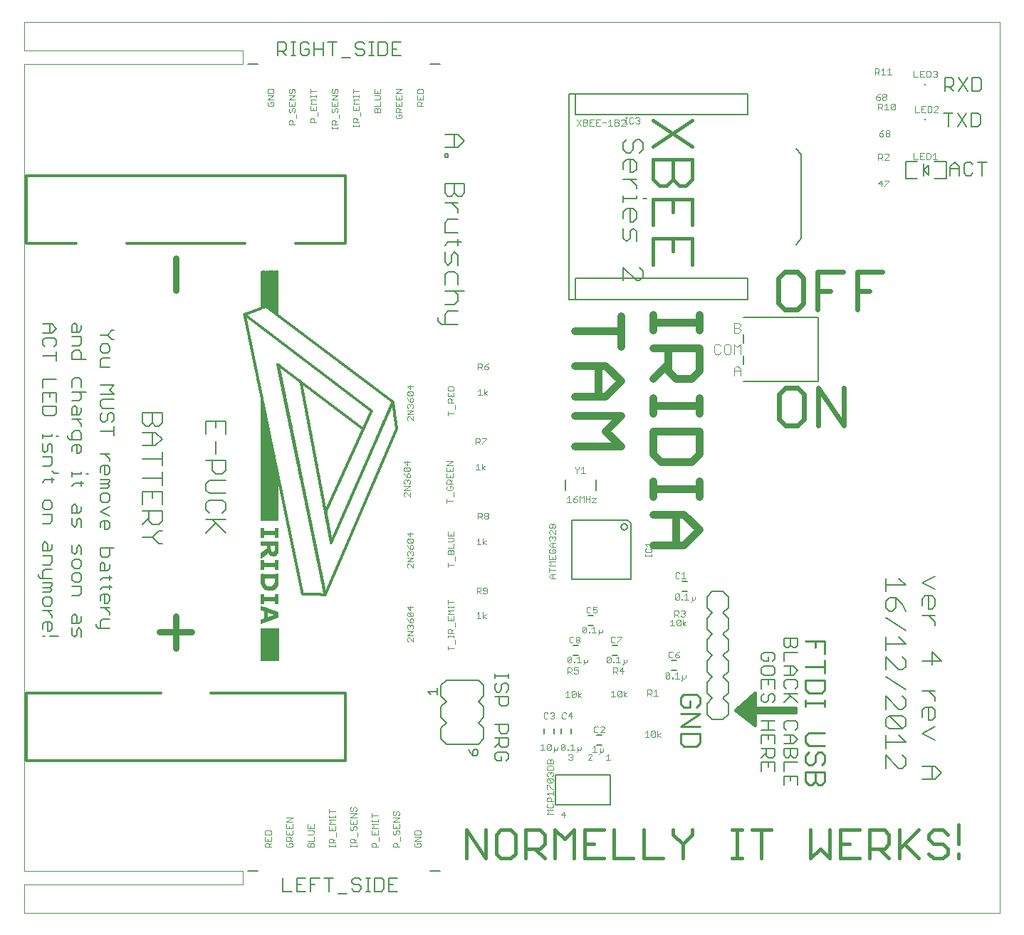
<source format=gto>
G75*
G70*
%OFA0B0*%
%FSLAX24Y24*%
%IPPOS*%
%LPD*%
%AMOC8*
5,1,8,0,0,1.08239X$1,22.5*
%
%ADD10C,0.0000*%
%ADD11C,0.0060*%
%ADD12C,0.0100*%
%ADD13C,0.0380*%
%ADD14C,0.0080*%
%ADD15C,0.0240*%
%ADD16R,0.0005X0.0035*%
%ADD17R,0.0005X0.0070*%
%ADD18R,0.0005X0.0100*%
%ADD19R,0.0005X0.0130*%
%ADD20R,0.0005X0.0155*%
%ADD21R,0.0005X0.0185*%
%ADD22R,0.0005X0.0215*%
%ADD23R,0.0005X0.0240*%
%ADD24R,0.0005X0.0260*%
%ADD25R,0.0005X0.0290*%
%ADD26R,0.0005X0.0315*%
%ADD27R,0.0005X0.0340*%
%ADD28R,0.0005X0.0370*%
%ADD29R,0.0005X0.0395*%
%ADD30R,0.0005X0.0415*%
%ADD31R,0.0005X0.0445*%
%ADD32R,0.0005X0.0470*%
%ADD33R,0.0005X0.0500*%
%ADD34R,0.0005X0.0525*%
%ADD35R,0.0005X0.0550*%
%ADD36R,0.0005X0.0575*%
%ADD37R,0.0005X0.0600*%
%ADD38R,0.0005X0.0625*%
%ADD39R,0.0005X0.0655*%
%ADD40R,0.0005X0.0680*%
%ADD41R,0.0005X0.0710*%
%ADD42R,0.0005X0.0730*%
%ADD43R,0.0005X0.0755*%
%ADD44R,0.0005X0.0225*%
%ADD45R,0.0005X0.0535*%
%ADD46R,0.0005X0.0230*%
%ADD47R,0.0005X0.0235*%
%ADD48R,0.0005X0.0540*%
%ADD49R,0.0005X0.0245*%
%ADD50R,0.0005X0.0255*%
%ADD51R,0.0005X0.0115*%
%ADD52R,0.0005X0.0140*%
%ADD53R,0.0005X0.0120*%
%ADD54R,0.0005X0.0135*%
%ADD55R,0.0005X0.1520*%
%ADD56R,0.0005X0.1825*%
%ADD57R,0.0005X0.6200*%
%ADD58R,0.0005X0.0485*%
%ADD59R,0.0005X0.0345*%
%ADD60R,0.0005X0.0220*%
%ADD61R,0.0005X0.6180*%
%ADD62R,0.0005X0.0410*%
%ADD63R,0.0005X0.0490*%
%ADD64R,0.0005X0.1820*%
%ADD65R,0.0005X0.6155*%
%ADD66R,0.0005X0.6130*%
%ADD67R,0.0005X0.0265*%
%ADD68R,0.0005X0.0475*%
%ADD69R,0.0005X0.6110*%
%ADD70R,0.0005X0.0495*%
%ADD71R,0.0005X0.1815*%
%ADD72R,0.0005X0.6085*%
%ADD73R,0.0005X0.0510*%
%ADD74R,0.0005X0.6060*%
%ADD75R,0.0005X0.6035*%
%ADD76R,0.0005X0.1810*%
%ADD77R,0.0005X0.6010*%
%ADD78R,0.0005X0.0555*%
%ADD79R,0.0005X0.5985*%
%ADD80R,0.0005X0.0565*%
%ADD81R,0.0005X0.1805*%
%ADD82R,0.0005X0.5965*%
%ADD83R,0.0005X0.5940*%
%ADD84R,0.0005X0.0585*%
%ADD85R,0.0005X0.0210*%
%ADD86R,0.0005X0.5915*%
%ADD87R,0.0005X0.0595*%
%ADD88R,0.0005X0.1800*%
%ADD89R,0.0005X0.5890*%
%ADD90R,0.0005X0.5865*%
%ADD91R,0.0005X0.0610*%
%ADD92R,0.0005X0.5840*%
%ADD93R,0.0005X0.0615*%
%ADD94R,0.0005X0.1795*%
%ADD95R,0.0005X0.5820*%
%ADD96R,0.0005X0.5795*%
%ADD97R,0.0005X0.0630*%
%ADD98R,0.0005X0.5770*%
%ADD99R,0.0005X0.0635*%
%ADD100R,0.0005X0.1790*%
%ADD101R,0.0005X0.5745*%
%ADD102R,0.0005X0.0645*%
%ADD103R,0.0005X0.5720*%
%ADD104R,0.0005X0.0650*%
%ADD105R,0.0005X0.1785*%
%ADD106R,0.0005X0.5695*%
%ADD107R,0.0005X0.5675*%
%ADD108R,0.0005X0.0660*%
%ADD109R,0.0005X0.5650*%
%ADD110R,0.0005X0.0665*%
%ADD111R,0.0005X0.1780*%
%ADD112R,0.0005X0.5625*%
%ADD113R,0.0005X0.0670*%
%ADD114R,0.0005X0.5600*%
%ADD115R,0.0005X0.0675*%
%ADD116R,0.0005X0.5575*%
%ADD117R,0.0005X0.1775*%
%ADD118R,0.0005X0.5550*%
%ADD119R,0.0005X0.0685*%
%ADD120R,0.0005X0.5530*%
%ADD121R,0.0005X0.0690*%
%ADD122R,0.0005X0.1770*%
%ADD123R,0.0005X0.5505*%
%ADD124R,0.0005X0.0695*%
%ADD125R,0.0005X0.5480*%
%ADD126R,0.0005X0.5455*%
%ADD127R,0.0005X0.1765*%
%ADD128R,0.0005X0.5430*%
%ADD129R,0.0005X0.5405*%
%ADD130R,0.0005X0.0305*%
%ADD131R,0.0005X0.0735*%
%ADD132R,0.0005X0.5385*%
%ADD133R,0.0005X0.1760*%
%ADD134R,0.0005X0.5360*%
%ADD135R,0.0005X0.0280*%
%ADD136R,0.0005X0.0725*%
%ADD137R,0.0005X0.5335*%
%ADD138R,0.0005X0.0275*%
%ADD139R,0.0005X0.1755*%
%ADD140R,0.0005X0.5310*%
%ADD141R,0.0005X0.0720*%
%ADD142R,0.0005X0.5285*%
%ADD143R,0.0005X0.0715*%
%ADD144R,0.0005X0.5260*%
%ADD145R,0.0005X0.1750*%
%ADD146R,0.0005X0.5240*%
%ADD147R,0.0005X0.5215*%
%ADD148R,0.0005X0.0250*%
%ADD149R,0.0005X0.0705*%
%ADD150R,0.0005X0.5190*%
%ADD151R,0.0005X0.1745*%
%ADD152R,0.0005X0.5165*%
%ADD153R,0.0005X0.5140*%
%ADD154R,0.0005X0.5115*%
%ADD155R,0.0005X0.1740*%
%ADD156R,0.0005X0.5095*%
%ADD157R,0.0005X0.5070*%
%ADD158R,0.0005X0.5045*%
%ADD159R,0.0005X0.5020*%
%ADD160R,0.0005X0.4995*%
%ADD161R,0.0005X0.4970*%
%ADD162R,0.0005X0.4950*%
%ADD163R,0.0005X0.4925*%
%ADD164R,0.0005X0.4900*%
%ADD165R,0.0005X0.4875*%
%ADD166R,0.0005X0.4850*%
%ADD167R,0.0005X0.4825*%
%ADD168R,0.0005X0.4805*%
%ADD169R,0.0005X0.4780*%
%ADD170R,0.0005X0.4755*%
%ADD171R,0.0005X0.0560*%
%ADD172R,0.0005X0.4730*%
%ADD173R,0.0005X0.4705*%
%ADD174R,0.0005X0.4680*%
%ADD175R,0.0005X0.4660*%
%ADD176R,0.0005X0.0545*%
%ADD177R,0.0005X0.0205*%
%ADD178R,0.0005X0.4635*%
%ADD179R,0.0005X0.4610*%
%ADD180R,0.0005X0.4585*%
%ADD181R,0.0005X0.4560*%
%ADD182R,0.0005X0.0530*%
%ADD183R,0.0005X0.1830*%
%ADD184R,0.0005X0.4535*%
%ADD185R,0.0005X0.4515*%
%ADD186R,0.0005X0.1835*%
%ADD187R,0.0005X0.4490*%
%ADD188R,0.0005X0.1840*%
%ADD189R,0.0005X0.4465*%
%ADD190R,0.0005X0.1845*%
%ADD191R,0.0005X0.4440*%
%ADD192R,0.0005X0.4415*%
%ADD193R,0.0005X0.1850*%
%ADD194R,0.0005X0.4390*%
%ADD195R,0.0005X0.0570*%
%ADD196R,0.0005X0.1855*%
%ADD197R,0.0005X0.4370*%
%ADD198R,0.0005X0.0580*%
%ADD199R,0.0005X0.1860*%
%ADD200R,0.0005X0.4345*%
%ADD201R,0.0005X0.4320*%
%ADD202R,0.0005X0.0590*%
%ADD203R,0.0005X0.1865*%
%ADD204R,0.0005X0.4295*%
%ADD205R,0.0005X0.1870*%
%ADD206R,0.0005X0.4270*%
%ADD207R,0.0005X0.0605*%
%ADD208R,0.0005X0.0200*%
%ADD209R,0.0005X0.1875*%
%ADD210R,0.0005X0.4245*%
%ADD211R,0.0005X0.4225*%
%ADD212R,0.0005X0.1880*%
%ADD213R,0.0005X0.4200*%
%ADD214R,0.0005X0.0620*%
%ADD215R,0.0005X0.1885*%
%ADD216R,0.0005X0.4175*%
%ADD217R,0.0005X0.1890*%
%ADD218R,0.0005X0.4150*%
%ADD219R,0.0005X0.4125*%
%ADD220R,0.0005X0.1895*%
%ADD221R,0.0005X0.4100*%
%ADD222R,0.0005X0.0640*%
%ADD223R,0.0005X0.1900*%
%ADD224R,0.0005X0.4080*%
%ADD225R,0.0005X0.1905*%
%ADD226R,0.0005X0.4055*%
%ADD227R,0.0005X0.4030*%
%ADD228R,0.0005X0.0285*%
%ADD229R,0.0005X0.1910*%
%ADD230R,0.0005X0.4005*%
%ADD231R,0.0005X0.1915*%
%ADD232R,0.0005X0.3980*%
%ADD233R,0.0005X0.1920*%
%ADD234R,0.0005X0.3955*%
%ADD235R,0.0005X0.3935*%
%ADD236R,0.0005X0.1925*%
%ADD237R,0.0005X0.3910*%
%ADD238R,0.0005X0.1930*%
%ADD239R,0.0005X0.3885*%
%ADD240R,0.0005X0.1935*%
%ADD241R,0.0005X0.3860*%
%ADD242R,0.0005X0.3835*%
%ADD243R,0.0005X0.1940*%
%ADD244R,0.0005X0.3810*%
%ADD245R,0.0005X0.1945*%
%ADD246R,0.0005X0.3790*%
%ADD247R,0.0005X0.1950*%
%ADD248R,0.0005X0.3765*%
%ADD249R,0.0005X0.1955*%
%ADD250R,0.0005X0.3740*%
%ADD251R,0.0005X0.3715*%
%ADD252R,0.0005X0.1960*%
%ADD253R,0.0005X0.3690*%
%ADD254R,0.0005X0.1965*%
%ADD255R,0.0005X0.3665*%
%ADD256R,0.0005X0.1970*%
%ADD257R,0.0005X0.3645*%
%ADD258R,0.0005X0.3620*%
%ADD259R,0.0005X0.1975*%
%ADD260R,0.0005X0.3595*%
%ADD261R,0.0005X0.1980*%
%ADD262R,0.0005X0.3570*%
%ADD263R,0.0005X0.1985*%
%ADD264R,0.0005X0.3545*%
%ADD265R,0.0005X0.3520*%
%ADD266R,0.0005X0.1990*%
%ADD267R,0.0005X0.3500*%
%ADD268R,0.0005X0.1995*%
%ADD269R,0.0005X0.3475*%
%ADD270R,0.0005X0.2000*%
%ADD271R,0.0005X0.3450*%
%ADD272R,0.0005X0.3425*%
%ADD273R,0.0005X0.2005*%
%ADD274R,0.0005X0.3400*%
%ADD275R,0.0005X0.2010*%
%ADD276R,0.0005X0.3375*%
%ADD277R,0.0005X0.2015*%
%ADD278R,0.0005X0.3355*%
%ADD279R,0.0005X0.3330*%
%ADD280R,0.0005X0.2020*%
%ADD281R,0.0005X0.3305*%
%ADD282R,0.0005X0.0195*%
%ADD283R,0.0005X0.2025*%
%ADD284R,0.0005X0.3280*%
%ADD285R,0.0005X0.0405*%
%ADD286R,0.0005X0.2030*%
%ADD287R,0.0005X0.3255*%
%ADD288R,0.0005X0.0400*%
%ADD289R,0.0005X0.3230*%
%ADD290R,0.0005X0.2035*%
%ADD291R,0.0005X0.3210*%
%ADD292R,0.0005X0.2040*%
%ADD293R,0.0005X0.3185*%
%ADD294R,0.0005X0.0270*%
%ADD295R,0.0005X0.0390*%
%ADD296R,0.0005X0.2045*%
%ADD297R,0.0005X0.3160*%
%ADD298R,0.0005X0.0385*%
%ADD299R,0.0005X0.3135*%
%ADD300R,0.0005X0.2050*%
%ADD301R,0.0005X0.3110*%
%ADD302R,0.0005X0.0375*%
%ADD303R,0.0005X0.2055*%
%ADD304R,0.0005X0.3085*%
%ADD305R,0.0005X0.0300*%
%ADD306R,0.0005X0.2060*%
%ADD307R,0.0005X0.3065*%
%ADD308R,0.0005X0.0310*%
%ADD309R,0.0005X0.3040*%
%ADD310R,0.0005X0.0330*%
%ADD311R,0.0005X0.0365*%
%ADD312R,0.0005X0.2065*%
%ADD313R,0.0005X0.3015*%
%ADD314R,0.0005X0.0360*%
%ADD315R,0.0005X0.2070*%
%ADD316R,0.0005X0.2990*%
%ADD317R,0.0005X0.0700*%
%ADD318R,0.0005X0.2075*%
%ADD319R,0.0005X0.2965*%
%ADD320R,0.0005X0.0355*%
%ADD321R,0.0005X0.2940*%
%ADD322R,0.0005X0.2080*%
%ADD323R,0.0005X0.2920*%
%ADD324R,0.0005X0.2085*%
%ADD325R,0.0005X0.2895*%
%ADD326R,0.0005X0.2090*%
%ADD327R,0.0005X0.2870*%
%ADD328R,0.0005X0.2845*%
%ADD329R,0.0005X0.0335*%
%ADD330R,0.0005X0.2095*%
%ADD331R,0.0005X0.2820*%
%ADD332R,0.0005X0.2100*%
%ADD333R,0.0005X0.2795*%
%ADD334R,0.0005X0.2105*%
%ADD335R,0.0005X0.2775*%
%ADD336R,0.0005X0.0325*%
%ADD337R,0.0005X0.2750*%
%ADD338R,0.0005X0.2110*%
%ADD339R,0.0005X0.2725*%
%ADD340R,0.0005X0.2115*%
%ADD341R,0.0005X0.2700*%
%ADD342R,0.0005X0.2120*%
%ADD343R,0.0005X0.0030*%
%ADD344R,0.0005X0.2675*%
%ADD345R,0.0005X0.0060*%
%ADD346R,0.0005X0.2650*%
%ADD347R,0.0005X0.2125*%
%ADD348R,0.0005X0.0095*%
%ADD349R,0.0005X0.2630*%
%ADD350R,0.0005X0.2130*%
%ADD351R,0.0005X0.0125*%
%ADD352R,0.0005X0.2605*%
%ADD353R,0.0005X0.2135*%
%ADD354R,0.0005X0.2580*%
%ADD355R,0.0005X0.0295*%
%ADD356R,0.0005X0.0180*%
%ADD357R,0.0005X0.2555*%
%ADD358R,0.0005X0.2140*%
%ADD359R,0.0005X0.2530*%
%ADD360R,0.0005X0.2145*%
%ADD361R,0.0005X0.2505*%
%ADD362R,0.0005X0.2150*%
%ADD363R,0.0005X0.2485*%
%ADD364R,0.0005X0.2460*%
%ADD365R,0.0005X0.2155*%
%ADD366R,0.0005X0.2435*%
%ADD367R,0.0005X0.2160*%
%ADD368R,0.0005X0.2410*%
%ADD369R,0.0005X0.2165*%
%ADD370R,0.0005X0.2385*%
%ADD371R,0.0005X0.2360*%
%ADD372R,0.0005X0.2170*%
%ADD373R,0.0005X0.2340*%
%ADD374R,0.0005X0.0515*%
%ADD375R,0.0005X0.2175*%
%ADD376R,0.0005X0.0430*%
%ADD377R,0.0005X0.2315*%
%ADD378R,0.0005X0.0440*%
%ADD379R,0.0005X0.2180*%
%ADD380R,0.0005X0.2290*%
%ADD381R,0.0005X0.0460*%
%ADD382R,0.0005X0.2265*%
%ADD383R,0.0005X0.0480*%
%ADD384R,0.0005X0.0350*%
%ADD385R,0.0005X0.0745*%
%ADD386R,0.0005X0.0760*%
%ADD387R,0.0005X0.0780*%
%ADD388R,0.0005X0.0145*%
%ADD389R,0.0005X0.0170*%
%ADD390R,0.0005X0.0190*%
%ADD391R,0.0005X0.0420*%
%ADD392R,0.0005X0.0465*%
%ADD393R,0.0005X0.0435*%
%ADD394R,0.0005X0.0110*%
%ADD395R,0.0005X0.0105*%
%ADD396R,0.0005X0.0450*%
%ADD397R,0.0005X0.0425*%
%ADD398R,0.0005X0.0380*%
%ADD399R,0.0005X0.0750*%
%ADD400R,0.0005X0.0785*%
%ADD401R,0.0005X0.0820*%
%ADD402R,0.0005X0.0860*%
%ADD403R,0.0005X0.0895*%
%ADD404R,0.0005X0.0935*%
%ADD405R,0.0005X0.0505*%
%ADD406R,0.0005X0.0320*%
%ADD407R,0.0005X0.0165*%
%ADD408R,0.0005X0.0150*%
%ADD409R,0.0005X0.0090*%
%ADD410R,0.0005X0.0075*%
%ADD411R,0.0005X0.0770*%
%ADD412R,0.0005X0.1015*%
%ADD413R,0.0005X0.0970*%
%ADD414R,0.0005X0.0920*%
%ADD415R,0.0005X0.0875*%
%ADD416R,0.0005X0.0830*%
%ADD417R,0.0005X0.0455*%
%ADD418R,0.0005X0.0175*%
%ADD419R,0.0005X0.0085*%
%ADD420C,0.0160*%
%ADD421C,0.0070*%
%ADD422C,0.0150*%
%ADD423C,0.0030*%
%ADD424C,0.0050*%
%ADD425C,0.0040*%
%ADD426C,0.0120*%
%ADD427C,0.0300*%
%ADD428R,0.0079X0.0079*%
D10*
X000180Y000180D02*
X000180Y001519D01*
X010416Y001519D01*
X010416Y002149D01*
X000180Y002149D01*
X000180Y039944D01*
X010416Y039944D01*
X010416Y040574D01*
X000180Y040574D01*
X000180Y041912D01*
X045849Y041912D01*
X045849Y000180D01*
X000180Y000180D01*
D11*
X001041Y013149D02*
X001148Y013149D01*
X001361Y013149D02*
X001788Y013149D01*
X001468Y013474D02*
X001361Y013367D01*
X001255Y013367D01*
X001255Y013794D01*
X001361Y013794D02*
X001468Y013687D01*
X001468Y013474D01*
X001361Y013794D02*
X001148Y013794D01*
X001041Y013687D01*
X001041Y013474D01*
X001468Y014011D02*
X001468Y014117D01*
X001255Y014331D01*
X001468Y014331D02*
X001041Y014331D01*
X001148Y014548D02*
X001361Y014548D01*
X001468Y014655D01*
X001468Y014869D01*
X001361Y014975D01*
X001148Y014975D01*
X001041Y014869D01*
X001041Y014655D01*
X001148Y014548D01*
X001041Y015193D02*
X001361Y015193D01*
X001468Y015300D01*
X001361Y015407D01*
X001041Y015407D01*
X001041Y015620D02*
X001468Y015620D01*
X001468Y015513D01*
X001361Y015407D01*
X001468Y015838D02*
X000934Y015838D01*
X000828Y015944D01*
X000828Y016051D01*
X001041Y016158D02*
X001041Y015838D01*
X001041Y016158D02*
X001148Y016265D01*
X001468Y016265D01*
X001361Y016482D02*
X001041Y016482D01*
X001361Y016482D02*
X001468Y016589D01*
X001468Y016909D01*
X001041Y016909D01*
X001041Y017127D02*
X001041Y017447D01*
X001148Y017554D01*
X001255Y017447D01*
X001255Y017127D01*
X001361Y017127D02*
X001041Y017127D01*
X001361Y017127D02*
X001468Y017233D01*
X001468Y017447D01*
X002416Y017389D02*
X002416Y017069D01*
X002523Y016962D01*
X002629Y017069D01*
X002629Y017282D01*
X002736Y017389D01*
X002843Y017282D01*
X002843Y016962D01*
X002736Y016744D02*
X002523Y016744D01*
X002416Y016638D01*
X002416Y016424D01*
X002523Y016317D01*
X002736Y016317D01*
X002843Y016424D01*
X002843Y016638D01*
X002736Y016744D01*
X002736Y016100D02*
X002523Y016100D01*
X002416Y015993D01*
X002416Y015779D01*
X002523Y015673D01*
X002736Y015673D01*
X002843Y015779D01*
X002843Y015993D01*
X002736Y016100D01*
X002843Y015455D02*
X002416Y015455D01*
X002416Y015028D02*
X002736Y015028D01*
X002843Y015135D01*
X002843Y015455D01*
X003741Y015328D02*
X003847Y015434D01*
X004274Y015434D01*
X004168Y015328D02*
X004168Y015541D01*
X004168Y015757D02*
X004168Y015971D01*
X004274Y015864D02*
X003847Y015864D01*
X003741Y015757D01*
X003741Y016188D02*
X003741Y016509D01*
X003847Y016615D01*
X003954Y016509D01*
X003954Y016188D01*
X004061Y016188D02*
X003741Y016188D01*
X004061Y016188D02*
X004168Y016295D01*
X004168Y016509D01*
X004061Y016833D02*
X004168Y016940D01*
X004168Y017260D01*
X004381Y017260D02*
X003741Y017260D01*
X003741Y016940D01*
X003847Y016833D01*
X004061Y016833D01*
X004061Y018122D02*
X003954Y018122D01*
X003954Y018549D01*
X003847Y018549D02*
X004061Y018549D01*
X004168Y018442D01*
X004168Y018229D01*
X004061Y018122D01*
X003741Y018229D02*
X003741Y018442D01*
X003847Y018549D01*
X004168Y018767D02*
X003741Y018980D01*
X004168Y019194D01*
X004061Y019411D02*
X004168Y019518D01*
X004168Y019731D01*
X004061Y019838D01*
X003847Y019838D01*
X003741Y019731D01*
X003741Y019518D01*
X003847Y019411D01*
X004061Y019411D01*
X004061Y020056D02*
X003741Y020056D01*
X003741Y020269D02*
X004061Y020269D01*
X004168Y020162D01*
X004061Y020056D01*
X004061Y020269D02*
X004168Y020376D01*
X004168Y020483D01*
X003741Y020483D01*
X003954Y020700D02*
X003954Y021127D01*
X003847Y021127D02*
X004061Y021127D01*
X004168Y021021D01*
X004168Y020807D01*
X004061Y020700D01*
X003954Y020700D01*
X003741Y020807D02*
X003741Y021021D01*
X003847Y021127D01*
X004168Y021344D02*
X004168Y021451D01*
X003954Y021664D01*
X003741Y021664D02*
X004168Y021664D01*
X004381Y022526D02*
X004381Y022954D01*
X004381Y022740D02*
X003741Y022740D01*
X003847Y023171D02*
X003741Y023278D01*
X003741Y023491D01*
X003847Y023598D01*
X003847Y023816D02*
X004381Y023816D01*
X004274Y023598D02*
X004168Y023598D01*
X004061Y023491D01*
X004061Y023278D01*
X003954Y023171D01*
X003847Y023171D01*
X004274Y023171D02*
X004381Y023278D01*
X004381Y023491D01*
X004274Y023598D01*
X003847Y023816D02*
X003741Y023922D01*
X003741Y024136D01*
X003847Y024243D01*
X004381Y024243D01*
X004381Y024460D02*
X003741Y024460D01*
X003741Y024887D02*
X004381Y024887D01*
X004168Y024674D01*
X004381Y024460D01*
X004168Y025749D02*
X003741Y025749D01*
X003741Y026069D01*
X003847Y026176D01*
X004168Y026176D01*
X004061Y026394D02*
X004168Y026501D01*
X004168Y026714D01*
X004061Y026821D01*
X003847Y026821D01*
X003741Y026714D01*
X003741Y026501D01*
X003847Y026394D01*
X004061Y026394D01*
X004274Y027038D02*
X004061Y027252D01*
X003741Y027252D01*
X004061Y027252D02*
X004274Y027465D01*
X004381Y027465D01*
X004381Y027038D02*
X004274Y027038D01*
X002843Y027165D02*
X002843Y026844D01*
X002736Y026737D01*
X002416Y026737D01*
X002523Y026520D02*
X002736Y026520D01*
X002843Y026413D01*
X002843Y026093D01*
X003056Y026093D02*
X002416Y026093D01*
X002416Y026413D01*
X002523Y026520D01*
X002416Y027165D02*
X002843Y027165D01*
X002736Y027382D02*
X002416Y027382D01*
X002416Y027702D01*
X002523Y027809D01*
X002629Y027702D01*
X002629Y027382D01*
X002736Y027382D02*
X002843Y027489D01*
X002843Y027702D01*
X001682Y027546D02*
X001468Y027332D01*
X001041Y027332D01*
X001148Y027115D02*
X001041Y027008D01*
X001041Y026794D01*
X001148Y026687D01*
X001575Y026687D02*
X001682Y026794D01*
X001682Y027008D01*
X001575Y027115D01*
X001148Y027115D01*
X001361Y027332D02*
X001361Y027759D01*
X001468Y027759D02*
X001041Y027759D01*
X001468Y027759D02*
X001682Y027546D01*
X001682Y026470D02*
X001682Y026043D01*
X001682Y026256D02*
X001041Y026256D01*
X001041Y025181D02*
X001041Y024754D01*
X001041Y024536D02*
X001041Y024109D01*
X001041Y023892D02*
X001041Y023571D01*
X001148Y023465D01*
X001575Y023465D01*
X001682Y023571D01*
X001682Y023892D01*
X001041Y023892D01*
X001361Y024323D02*
X001361Y024536D01*
X001041Y024536D02*
X001682Y024536D01*
X001682Y024109D01*
X002416Y024159D02*
X002736Y024159D01*
X002843Y024266D01*
X002843Y024480D01*
X002736Y024586D01*
X002843Y024804D02*
X002843Y025124D01*
X002736Y025231D01*
X002523Y025231D01*
X002416Y025124D01*
X002416Y024804D01*
X002416Y024586D02*
X003056Y024586D01*
X002843Y023835D02*
X002843Y023621D01*
X002736Y023515D01*
X002416Y023515D01*
X002416Y023835D01*
X002523Y023942D01*
X002629Y023835D01*
X002629Y023515D01*
X002629Y023297D02*
X002843Y023084D01*
X002843Y022977D01*
X002736Y022760D02*
X002843Y022653D01*
X002843Y022333D01*
X002309Y022333D01*
X002202Y022440D01*
X002202Y022547D01*
X002416Y022653D02*
X002523Y022760D01*
X002736Y022760D01*
X002416Y022653D02*
X002416Y022333D01*
X002523Y022116D02*
X002736Y022116D01*
X002843Y022009D01*
X002843Y021795D01*
X002736Y021689D01*
X002629Y021689D01*
X002629Y022116D01*
X002523Y022116D02*
X002416Y022009D01*
X002416Y021795D01*
X001788Y022496D02*
X001682Y022496D01*
X001468Y022496D02*
X001041Y022496D01*
X001041Y022603D02*
X001041Y022389D01*
X001041Y022173D02*
X001041Y021853D01*
X001148Y021746D01*
X001255Y021853D01*
X001255Y022066D01*
X001361Y022173D01*
X001468Y022066D01*
X001468Y021746D01*
X001468Y021528D02*
X001468Y021208D01*
X001361Y021101D01*
X001041Y021101D01*
X001041Y021528D02*
X001468Y021528D01*
X001468Y020884D02*
X001575Y020777D01*
X001788Y020777D01*
X001468Y020562D02*
X001468Y020348D01*
X001575Y020455D02*
X001148Y020455D01*
X001041Y020348D01*
X001148Y019487D02*
X001041Y019381D01*
X001041Y019167D01*
X001148Y019060D01*
X001361Y019060D01*
X001468Y019167D01*
X001468Y019381D01*
X001361Y019487D01*
X001148Y019487D01*
X001041Y018843D02*
X001468Y018843D01*
X001468Y018523D01*
X001361Y018416D01*
X001041Y018416D01*
X002416Y018358D02*
X002523Y018251D01*
X002629Y018358D01*
X002629Y018571D01*
X002736Y018678D01*
X002843Y018571D01*
X002843Y018251D01*
X002416Y018358D02*
X002416Y018678D01*
X002416Y018895D02*
X002416Y019216D01*
X002523Y019322D01*
X002629Y019216D01*
X002629Y018895D01*
X002736Y018895D02*
X002416Y018895D01*
X002736Y018895D02*
X002843Y019002D01*
X002843Y019216D01*
X002843Y020183D02*
X002843Y020397D01*
X002950Y020290D02*
X002523Y020290D01*
X002416Y020183D01*
X002416Y020613D02*
X002416Y020826D01*
X002416Y020720D02*
X002843Y020720D01*
X002843Y020826D01*
X003056Y020720D02*
X003163Y020720D01*
X001468Y022496D02*
X001468Y022603D01*
X002416Y023297D02*
X002843Y023297D01*
X001682Y025181D02*
X001041Y025181D01*
X003847Y015111D02*
X004061Y015111D01*
X004168Y015005D01*
X004168Y014791D01*
X004061Y014684D01*
X003954Y014684D01*
X003954Y015111D01*
X003847Y015111D02*
X003741Y015005D01*
X003741Y014791D01*
X003741Y014467D02*
X004168Y014467D01*
X004168Y014253D02*
X004168Y014147D01*
X004168Y014253D02*
X003954Y014467D01*
X003847Y013930D02*
X003741Y013823D01*
X003741Y013503D01*
X003634Y013503D02*
X003527Y013610D01*
X003527Y013716D01*
X003634Y013503D02*
X004168Y013503D01*
X004168Y013930D02*
X003847Y013930D01*
X002843Y013846D02*
X002736Y013739D01*
X002416Y013739D01*
X002416Y014059D01*
X002523Y014166D01*
X002629Y014059D01*
X002629Y013739D01*
X002843Y013846D02*
X002843Y014059D01*
X002736Y013522D02*
X002843Y013415D01*
X002843Y013095D01*
X002629Y013201D02*
X002629Y013415D01*
X002736Y013522D01*
X002416Y013522D02*
X002416Y013201D01*
X002523Y013095D01*
X002629Y013201D01*
X019680Y010830D02*
X019680Y010330D01*
X019930Y010080D01*
X019680Y009830D01*
X019680Y009330D01*
X019930Y009080D01*
X019680Y008830D01*
X019680Y008330D01*
X019930Y008080D01*
X021430Y008080D01*
X021680Y008330D01*
X021680Y008830D01*
X021430Y009080D01*
X021680Y009330D01*
X021680Y009830D01*
X021430Y010080D01*
X021680Y010330D01*
X021680Y010830D01*
X021430Y011080D01*
X019930Y011080D01*
X019680Y010830D01*
X022194Y010834D02*
X022301Y010941D01*
X022194Y010834D02*
X022194Y010621D01*
X022301Y010514D01*
X022408Y010514D01*
X022515Y010621D01*
X022515Y010834D01*
X022621Y010941D01*
X022728Y010941D01*
X022835Y010834D01*
X022835Y010621D01*
X022728Y010514D01*
X022835Y010297D02*
X022835Y009976D01*
X022728Y009870D01*
X022515Y009870D01*
X022408Y009976D01*
X022408Y010297D01*
X022194Y010297D02*
X022835Y010297D01*
X022835Y011157D02*
X022835Y011371D01*
X022835Y011264D02*
X022194Y011264D01*
X022194Y011371D02*
X022194Y011157D01*
X022194Y009008D02*
X022835Y009008D01*
X022835Y008687D01*
X022728Y008580D01*
X022515Y008580D01*
X022408Y008687D01*
X022408Y009008D01*
X022408Y008363D02*
X022408Y008043D01*
X022515Y007936D01*
X022728Y007936D01*
X022835Y008043D01*
X022835Y008363D01*
X022194Y008363D01*
X022408Y008149D02*
X022194Y007936D01*
X022301Y007718D02*
X022194Y007612D01*
X022194Y007398D01*
X022301Y007291D01*
X022515Y007291D01*
X022515Y007505D01*
X022728Y007718D02*
X022301Y007718D01*
X022728Y007718D02*
X022835Y007612D01*
X022835Y007398D01*
X022728Y007291D01*
X024494Y008562D02*
X024494Y008798D01*
X024966Y008798D02*
X024966Y008562D01*
X025294Y008562D02*
X025294Y008798D01*
X025766Y008798D02*
X025766Y008562D01*
X026962Y008516D02*
X027198Y008516D01*
X027198Y008044D02*
X026962Y008044D01*
X030462Y011544D02*
X030698Y011544D01*
X030698Y012016D02*
X030462Y012016D01*
X032130Y011980D02*
X032130Y011480D01*
X032380Y011230D01*
X032130Y010980D01*
X032130Y010480D01*
X032380Y010230D01*
X032130Y009980D01*
X032130Y009480D01*
X032380Y009230D01*
X032880Y009230D01*
X033130Y009480D01*
X033130Y009980D01*
X032880Y010230D01*
X033130Y010480D01*
X033130Y010980D01*
X032880Y011230D01*
X033130Y011480D01*
X033130Y011980D01*
X032880Y012230D01*
X033130Y012480D01*
X033130Y012980D01*
X032880Y013230D01*
X033130Y013480D01*
X033130Y013980D01*
X032880Y014230D01*
X033130Y014480D01*
X033130Y014980D01*
X032880Y015230D01*
X032380Y015230D01*
X032130Y014980D01*
X032130Y014480D01*
X032380Y014230D01*
X032130Y013980D01*
X032130Y013480D01*
X032380Y013230D01*
X032130Y012980D01*
X032130Y012480D01*
X032380Y012230D01*
X032130Y011980D01*
X031198Y015244D02*
X030962Y015244D01*
X030962Y015716D02*
X031198Y015716D01*
X028560Y015800D02*
X028560Y018420D01*
X028420Y018560D01*
X025800Y018560D01*
X025800Y015800D01*
X028560Y015800D01*
X026798Y014116D02*
X026562Y014116D01*
X026562Y013644D02*
X026798Y013644D01*
X026098Y012716D02*
X025862Y012716D01*
X025862Y012244D02*
X026098Y012244D01*
X027712Y012244D02*
X027948Y012244D01*
X027948Y012716D02*
X027712Y012716D01*
X028119Y018260D02*
X028121Y018283D01*
X028127Y018306D01*
X028136Y018327D01*
X028149Y018347D01*
X028165Y018364D01*
X028183Y018378D01*
X028203Y018389D01*
X028225Y018397D01*
X028248Y018401D01*
X028272Y018401D01*
X028295Y018397D01*
X028317Y018389D01*
X028337Y018378D01*
X028355Y018364D01*
X028371Y018347D01*
X028384Y018327D01*
X028393Y018306D01*
X028399Y018283D01*
X028401Y018260D01*
X028399Y018237D01*
X028393Y018214D01*
X028384Y018193D01*
X028371Y018173D01*
X028355Y018156D01*
X028337Y018142D01*
X028317Y018131D01*
X028295Y018123D01*
X028272Y018119D01*
X028248Y018119D01*
X028225Y018123D01*
X028203Y018131D01*
X028183Y018142D01*
X028165Y018156D01*
X028149Y018173D01*
X028136Y018193D01*
X028127Y018214D01*
X028121Y018237D01*
X028119Y018260D01*
D12*
X036749Y012911D02*
X037650Y012911D01*
X037650Y012311D01*
X037650Y011991D02*
X037650Y011390D01*
X037650Y011690D02*
X036749Y011690D01*
X036749Y011070D02*
X036749Y010620D01*
X036899Y010469D01*
X037500Y010469D01*
X037650Y010620D01*
X037650Y011070D01*
X036749Y011070D01*
X036749Y010149D02*
X036749Y009849D01*
X036749Y009999D02*
X037650Y009999D01*
X037650Y010149D02*
X037650Y009849D01*
X037650Y008614D02*
X036899Y008614D01*
X036749Y008464D01*
X036749Y008164D01*
X036899Y008014D01*
X037650Y008014D01*
X037500Y007694D02*
X037350Y007694D01*
X037200Y007544D01*
X037200Y007243D01*
X037050Y007093D01*
X036899Y007093D01*
X036749Y007243D01*
X036749Y007544D01*
X036899Y007694D01*
X037500Y007694D02*
X037650Y007544D01*
X037650Y007243D01*
X037500Y007093D01*
X037650Y006773D02*
X037650Y006323D01*
X037500Y006172D01*
X037350Y006172D01*
X037200Y006323D01*
X037200Y006773D01*
X037650Y006773D02*
X036749Y006773D01*
X036749Y006323D01*
X036899Y006172D01*
X037050Y006172D01*
X037200Y006323D01*
X031804Y008120D02*
X031804Y008570D01*
X030903Y008570D01*
X030903Y008120D01*
X031053Y007970D01*
X031654Y007970D01*
X031804Y008120D01*
X031804Y008891D02*
X030903Y008891D01*
X031804Y009491D01*
X030903Y009491D01*
X031053Y009812D02*
X031354Y009812D01*
X031354Y010112D01*
X031654Y010412D02*
X031053Y010412D01*
X030903Y010262D01*
X030903Y009962D01*
X031053Y009812D01*
X031654Y009812D02*
X031804Y009962D01*
X031804Y010262D01*
X031654Y010412D01*
X037200Y012611D02*
X037200Y012911D01*
D13*
X031758Y018121D02*
X031038Y017400D01*
X029596Y017400D01*
X030677Y017400D02*
X030677Y018841D01*
X031038Y018841D02*
X031758Y018121D01*
X031038Y018841D02*
X029596Y018841D01*
X029596Y019680D02*
X029596Y020401D01*
X029596Y020040D02*
X031758Y020040D01*
X031758Y019680D02*
X031758Y020401D01*
X031398Y021298D02*
X031758Y021659D01*
X031758Y022739D01*
X029596Y022739D01*
X029596Y021659D01*
X029957Y021298D01*
X031398Y021298D01*
X031758Y023578D02*
X031758Y024299D01*
X031758Y023938D02*
X029596Y023938D01*
X029596Y023578D02*
X029596Y024299D01*
X029596Y025196D02*
X030317Y025917D01*
X030317Y025557D02*
X030317Y026637D01*
X029596Y026637D02*
X031758Y026637D01*
X031758Y025557D01*
X031398Y025196D01*
X030677Y025196D01*
X030317Y025557D01*
X028108Y025087D02*
X027388Y024367D01*
X025946Y024367D01*
X025946Y023469D02*
X028108Y023469D01*
X027388Y022748D01*
X028108Y022028D01*
X025946Y022028D01*
X027027Y024367D02*
X027027Y025808D01*
X027388Y025808D02*
X028108Y025087D01*
X027388Y025808D02*
X025946Y025808D01*
X025946Y027426D02*
X028108Y027426D01*
X028108Y028147D02*
X028108Y026705D01*
X029596Y027476D02*
X029596Y028197D01*
X029596Y027836D02*
X031758Y027836D01*
X031758Y027476D02*
X031758Y028197D01*
D14*
X034046Y028907D02*
X034046Y029891D01*
X025975Y029891D01*
X025975Y028907D01*
X025680Y028907D01*
X025680Y038553D01*
X025975Y038553D01*
X025975Y037569D01*
X034046Y037569D01*
X034046Y038553D01*
X025975Y038553D01*
X028220Y036237D02*
X028373Y036390D01*
X028220Y036237D02*
X028220Y035930D01*
X028373Y035776D01*
X028527Y035776D01*
X028680Y035930D01*
X028680Y036237D01*
X028834Y036390D01*
X028987Y036390D01*
X029141Y036237D01*
X029141Y035930D01*
X028987Y035776D01*
X028680Y035469D02*
X028834Y035316D01*
X028834Y035009D01*
X028680Y034855D01*
X028527Y034855D01*
X028527Y035469D01*
X028680Y035469D02*
X028373Y035469D01*
X028220Y035316D01*
X028220Y035009D01*
X028220Y034548D02*
X028834Y034548D01*
X028834Y034241D02*
X028834Y034088D01*
X028834Y034241D02*
X028527Y034548D01*
X028834Y033781D02*
X028834Y033628D01*
X028220Y033628D01*
X028220Y033781D02*
X028220Y033474D01*
X028373Y033167D02*
X028680Y033167D01*
X028834Y033014D01*
X028834Y032707D01*
X028680Y032553D01*
X028527Y032553D01*
X028527Y033167D01*
X028373Y033167D02*
X028220Y033014D01*
X028220Y032707D01*
X028220Y032246D02*
X028220Y031786D01*
X028373Y031633D01*
X028527Y031786D01*
X028527Y032093D01*
X028680Y032246D01*
X028834Y032093D01*
X028834Y031633D01*
X028987Y030405D02*
X029141Y030251D01*
X029141Y029944D01*
X028987Y029791D01*
X028834Y029791D01*
X028220Y030405D01*
X028220Y029791D01*
X025975Y028907D02*
X034046Y028907D01*
X036310Y031486D02*
X036546Y031761D01*
X036546Y035699D01*
X036310Y035974D01*
X041435Y035374D02*
X041435Y034586D01*
X041986Y034586D01*
X042262Y034704D02*
X042262Y034980D01*
X042498Y035216D01*
X042498Y034744D01*
X042262Y034980D01*
X042262Y035256D01*
X041986Y035374D02*
X041435Y035374D01*
X042774Y035374D02*
X043325Y035374D01*
X043325Y034586D01*
X042774Y034586D01*
X029294Y033628D02*
X029141Y033628D01*
X020777Y033891D02*
X020624Y033737D01*
X020470Y033737D01*
X020317Y033891D01*
X020317Y034351D01*
X020777Y034351D02*
X020777Y033891D01*
X020777Y034351D02*
X019856Y034351D01*
X019856Y033891D01*
X020010Y033737D01*
X020163Y033737D01*
X020317Y033891D01*
X020470Y033430D02*
X019856Y033430D01*
X020163Y033430D02*
X020470Y033123D01*
X020470Y032970D01*
X020470Y032663D02*
X020010Y032663D01*
X019856Y032509D01*
X019856Y032049D01*
X020470Y032049D01*
X020470Y031742D02*
X020470Y031435D01*
X020624Y031589D02*
X020010Y031589D01*
X019856Y031435D01*
X019856Y031128D02*
X019856Y030668D01*
X020010Y030514D01*
X020163Y030668D01*
X020163Y030975D01*
X020317Y031128D01*
X020470Y030975D01*
X020470Y030514D01*
X020317Y030207D02*
X020010Y030207D01*
X019856Y030054D01*
X019856Y029594D01*
X019856Y029287D02*
X020777Y029287D01*
X020470Y029133D02*
X020470Y028826D01*
X020317Y028673D01*
X019856Y028673D01*
X020010Y028366D02*
X019856Y028212D01*
X019856Y027752D01*
X019703Y027752D02*
X019549Y027906D01*
X019549Y028059D01*
X019703Y027752D02*
X020470Y027752D01*
X020470Y028366D02*
X020010Y028366D01*
X020470Y029133D02*
X020317Y029287D01*
X020470Y029594D02*
X020470Y030054D01*
X020317Y030207D01*
X020010Y035579D02*
X019856Y035579D01*
X019856Y035732D01*
X020010Y035732D01*
X020010Y035579D01*
X019856Y036039D02*
X020470Y036039D01*
X020777Y036346D01*
X020470Y036653D01*
X019856Y036653D01*
X020317Y036653D02*
X020317Y036039D01*
X019641Y039950D02*
X019181Y039950D01*
X011101Y039950D02*
X010641Y039950D01*
X006625Y023595D02*
X005704Y023595D01*
X005704Y023135D01*
X005858Y022981D01*
X006011Y022981D01*
X006165Y023135D01*
X006165Y023595D01*
X006625Y023595D02*
X006625Y023135D01*
X006472Y022981D01*
X006318Y022981D01*
X006165Y023135D01*
X006165Y022674D02*
X006165Y022060D01*
X006318Y022060D02*
X005704Y022060D01*
X006318Y022060D02*
X006625Y022367D01*
X006318Y022674D01*
X005704Y022674D01*
X006625Y021754D02*
X006625Y021140D01*
X006625Y021447D02*
X005704Y021447D01*
X005704Y020526D02*
X006625Y020526D01*
X006625Y020833D02*
X006625Y020219D01*
X006625Y019912D02*
X005704Y019912D01*
X005704Y019298D01*
X005704Y018991D02*
X006625Y018991D01*
X006625Y018531D01*
X006472Y018377D01*
X006165Y018377D01*
X006011Y018531D01*
X006011Y018991D01*
X006011Y018684D02*
X005704Y018377D01*
X005704Y017763D02*
X006165Y017763D01*
X006472Y017457D01*
X006625Y017457D01*
X006165Y017763D02*
X006472Y018070D01*
X006625Y018070D01*
X006625Y019298D02*
X006625Y019912D01*
X006165Y019912D02*
X006165Y019605D01*
X008673Y019365D02*
X008673Y019058D01*
X008826Y018904D01*
X008673Y018597D02*
X009594Y018597D01*
X009440Y018904D02*
X009594Y019058D01*
X009594Y019365D01*
X009440Y019518D01*
X008826Y019518D01*
X008673Y019365D01*
X008826Y019825D02*
X008673Y019979D01*
X008673Y020286D01*
X008826Y020439D01*
X009594Y020439D01*
X009440Y020746D02*
X009133Y020746D01*
X008980Y020899D01*
X008980Y021360D01*
X008673Y021360D02*
X009594Y021360D01*
X009594Y020899D01*
X009440Y020746D01*
X009594Y019825D02*
X008826Y019825D01*
X008980Y018597D02*
X009594Y017984D01*
X009133Y018444D02*
X008673Y017984D01*
X009133Y021667D02*
X009133Y022281D01*
X008673Y022588D02*
X008673Y023201D01*
X009594Y023201D01*
X009594Y022588D01*
X009133Y022894D02*
X009133Y023201D01*
X025521Y020486D02*
X025521Y019974D01*
X026939Y019974D02*
X026939Y020486D01*
X040506Y015853D02*
X040506Y015239D01*
X040506Y015546D02*
X041427Y015546D01*
X041120Y015853D01*
X040967Y014932D02*
X040660Y014932D01*
X040506Y014779D01*
X040506Y014472D01*
X040660Y014318D01*
X040813Y014318D01*
X040967Y014472D01*
X040967Y014932D01*
X041274Y014625D01*
X041427Y014318D01*
X042196Y014105D02*
X042810Y014105D01*
X042503Y014105D02*
X042810Y013798D01*
X042810Y013645D01*
X042657Y014412D02*
X042503Y014412D01*
X042503Y015026D01*
X042350Y015026D02*
X042657Y015026D01*
X042810Y014872D01*
X042810Y014566D01*
X042657Y014412D01*
X042196Y014566D02*
X042196Y014872D01*
X042350Y015026D01*
X042810Y015333D02*
X042196Y015640D01*
X042810Y015947D01*
X041427Y013398D02*
X040506Y014011D01*
X040506Y013091D02*
X040506Y012477D01*
X040506Y012784D02*
X041427Y012784D01*
X041120Y013091D01*
X041274Y012170D02*
X041427Y012016D01*
X041427Y011709D01*
X041274Y011556D01*
X041120Y011556D01*
X040506Y012170D01*
X040506Y011556D01*
X040506Y011249D02*
X041427Y010635D01*
X041274Y010328D02*
X041427Y010175D01*
X041427Y009868D01*
X041274Y009714D01*
X041120Y009714D01*
X040506Y010328D01*
X040506Y009714D01*
X040660Y009407D02*
X041274Y008794D01*
X040660Y008794D01*
X040506Y008947D01*
X040506Y009254D01*
X040660Y009407D01*
X041274Y009407D01*
X041427Y009254D01*
X041427Y008947D01*
X041274Y008794D01*
X041120Y008487D02*
X041427Y008180D01*
X040506Y008180D01*
X040506Y008487D02*
X040506Y007873D01*
X040506Y007566D02*
X041120Y006952D01*
X041274Y006952D01*
X041427Y007106D01*
X041427Y007412D01*
X041274Y007566D01*
X040506Y007566D02*
X040506Y006952D01*
X042196Y007046D02*
X042810Y007046D01*
X043117Y006739D01*
X042810Y006432D01*
X042196Y006432D01*
X042657Y006432D02*
X042657Y007046D01*
X042810Y008273D02*
X042196Y008580D01*
X042810Y008887D01*
X042657Y009194D02*
X042810Y009348D01*
X042810Y009655D01*
X042657Y009808D01*
X042350Y009808D01*
X042196Y009655D01*
X042196Y009348D01*
X042503Y009194D02*
X042503Y009808D01*
X042810Y010115D02*
X042810Y010269D01*
X042503Y010575D01*
X042196Y010575D02*
X042810Y010575D01*
X042657Y011803D02*
X042657Y012417D01*
X043117Y011957D01*
X042196Y011957D01*
X042503Y009194D02*
X042657Y009194D01*
X027620Y006630D02*
X027620Y005230D01*
X025040Y005230D01*
X025040Y006630D01*
X027620Y006630D01*
X019641Y002142D02*
X019181Y002142D01*
X011101Y002142D02*
X010641Y002142D01*
D15*
X035507Y023294D02*
X035801Y023000D01*
X036388Y023000D01*
X036682Y023294D01*
X036682Y024468D01*
X036388Y024762D01*
X035801Y024762D01*
X035507Y024468D01*
X035507Y023294D01*
X037349Y023000D02*
X037349Y024762D01*
X038523Y023000D01*
X038523Y024762D01*
X039160Y028437D02*
X039160Y030198D01*
X040335Y030198D01*
X039747Y029317D02*
X039160Y029317D01*
X038493Y030198D02*
X037319Y030198D01*
X037319Y028437D01*
X036651Y028730D02*
X036651Y029905D01*
X036358Y030198D01*
X035771Y030198D01*
X035477Y029905D01*
X035477Y028730D01*
X035771Y028437D01*
X036358Y028437D01*
X036651Y028730D01*
X037319Y029317D02*
X037906Y029317D01*
D16*
X010452Y028204D03*
D17*
X010457Y028196D03*
D18*
X010462Y028191D03*
D19*
X010467Y028181D03*
X017667Y022876D03*
X013252Y015126D03*
D20*
X013247Y015139D03*
X012022Y025824D03*
X010472Y028169D03*
D21*
X010477Y028159D03*
X016452Y023659D03*
D22*
X010482Y028149D03*
X011417Y017979D03*
X011422Y017979D03*
X011427Y017979D03*
X011432Y017979D03*
X011437Y017979D03*
X011442Y017979D03*
X011447Y017979D03*
X011452Y017979D03*
X011457Y017979D03*
X011462Y017979D03*
X011467Y017979D03*
X011472Y017979D03*
X011477Y017979D03*
X011482Y017979D03*
X011487Y017979D03*
X011492Y017979D03*
X011497Y017979D03*
X011502Y017979D03*
X011507Y017979D03*
X011512Y017979D03*
X011517Y017979D03*
X011522Y017979D03*
X011527Y017979D03*
X011532Y017979D03*
X011537Y017979D03*
X011542Y017979D03*
X011547Y017979D03*
X011552Y017979D03*
X011557Y017979D03*
X011562Y017979D03*
X011567Y017979D03*
X011572Y017979D03*
X011577Y017979D03*
X011582Y017979D03*
X011587Y017979D03*
X011592Y017979D03*
X011597Y017979D03*
X011602Y017979D03*
X011607Y017979D03*
X011612Y017979D03*
X011617Y017979D03*
X011622Y017979D03*
X011627Y017979D03*
X011632Y017979D03*
X011637Y017979D03*
X011642Y017979D03*
X011647Y017979D03*
X011652Y017979D03*
X011657Y017979D03*
X011662Y017979D03*
X011667Y017979D03*
X011672Y017979D03*
X011677Y017979D03*
X011682Y017979D03*
X011687Y017979D03*
X011692Y017979D03*
X011697Y017979D03*
X011702Y017979D03*
X011707Y017979D03*
X011712Y017979D03*
X011717Y017979D03*
X011722Y017979D03*
X011727Y017979D03*
X011732Y017979D03*
X011737Y017979D03*
X011742Y017979D03*
X011747Y017979D03*
X011752Y017979D03*
X011757Y017979D03*
X011762Y017979D03*
X011767Y017979D03*
X011772Y017979D03*
X011777Y017979D03*
X011782Y017979D03*
X011787Y017979D03*
X011792Y017979D03*
X011797Y017979D03*
X011802Y017979D03*
X011807Y017979D03*
X011812Y017979D03*
X011817Y017979D03*
X011822Y017979D03*
X011827Y017979D03*
X011832Y017979D03*
X011837Y017979D03*
X011842Y017979D03*
X011847Y017979D03*
X011852Y017979D03*
X011857Y017979D03*
X011862Y017979D03*
X011867Y017979D03*
X011872Y017979D03*
X011877Y017979D03*
X011882Y017979D03*
X011887Y017979D03*
X011892Y017979D03*
X011897Y017979D03*
X011902Y017979D03*
X011907Y017979D03*
X011912Y017979D03*
X011917Y017979D03*
X011922Y017979D03*
X011927Y017979D03*
X011932Y017979D03*
X011937Y017979D03*
X011932Y017454D03*
X011927Y017454D03*
X011922Y017454D03*
X011917Y017454D03*
X011912Y017454D03*
X011907Y017454D03*
X011902Y017454D03*
X011897Y017454D03*
X011892Y017454D03*
X011887Y017454D03*
X011882Y017454D03*
X011877Y017454D03*
X011872Y017454D03*
X011867Y017454D03*
X011862Y017454D03*
X011857Y017454D03*
X011852Y017454D03*
X011847Y017454D03*
X011842Y017454D03*
X011837Y017454D03*
X011832Y017454D03*
X011827Y017454D03*
X011822Y017454D03*
X011817Y017454D03*
X011812Y017454D03*
X011807Y017454D03*
X011802Y017454D03*
X011797Y017454D03*
X011792Y017454D03*
X011787Y017454D03*
X011782Y017454D03*
X011777Y017454D03*
X011772Y017454D03*
X011767Y017454D03*
X011762Y017454D03*
X011757Y017454D03*
X011752Y017454D03*
X011747Y017454D03*
X011742Y017454D03*
X011737Y017454D03*
X011732Y017454D03*
X011727Y017454D03*
X011722Y017454D03*
X011567Y017454D03*
X011562Y017454D03*
X011557Y017454D03*
X011552Y017454D03*
X011547Y017454D03*
X011542Y017454D03*
X011537Y017454D03*
X011532Y017454D03*
X011527Y017454D03*
X011522Y017454D03*
X011517Y017454D03*
X011512Y017454D03*
X011507Y017454D03*
X011502Y017454D03*
X011497Y017454D03*
X011492Y017454D03*
X011487Y017454D03*
X011482Y017454D03*
X011477Y017454D03*
X011472Y017454D03*
X011467Y017454D03*
X011462Y017454D03*
X011457Y017454D03*
X011452Y017454D03*
X011447Y017454D03*
X011442Y017454D03*
X011437Y017454D03*
X011432Y017454D03*
X011427Y017454D03*
X011422Y017454D03*
X011417Y017454D03*
X011412Y017454D03*
X011407Y017454D03*
X011402Y017454D03*
X011397Y017454D03*
X011392Y017454D03*
X011387Y017454D03*
X011382Y017454D03*
X011377Y017454D03*
X011372Y017454D03*
X011367Y017454D03*
X011362Y017454D03*
X011357Y017454D03*
X011352Y017454D03*
X011347Y017454D03*
X011342Y017454D03*
X011337Y017454D03*
X011332Y017454D03*
X011327Y017454D03*
X011322Y017454D03*
X011317Y017454D03*
X011312Y017454D03*
X011307Y017454D03*
X011302Y017454D03*
X011297Y017454D03*
X011292Y017454D03*
X011287Y017454D03*
X011282Y017454D03*
X011277Y017454D03*
X011272Y017454D03*
X011802Y016989D03*
X011802Y016459D03*
X011797Y016459D03*
X011792Y016459D03*
X011787Y016459D03*
X011782Y016459D03*
X011777Y016459D03*
X011772Y016459D03*
X011767Y016459D03*
X011762Y016459D03*
X011757Y016459D03*
X011752Y016459D03*
X011747Y016459D03*
X011742Y016459D03*
X011737Y016459D03*
X011732Y016459D03*
X011727Y016459D03*
X011722Y016459D03*
X011717Y016459D03*
X011712Y016459D03*
X011707Y016459D03*
X011702Y016459D03*
X011697Y016459D03*
X011692Y016459D03*
X011687Y016459D03*
X011682Y016459D03*
X011677Y016459D03*
X011672Y016459D03*
X011667Y016459D03*
X011662Y016459D03*
X011657Y016459D03*
X011652Y016459D03*
X011647Y016459D03*
X011642Y016459D03*
X011637Y016459D03*
X011632Y016459D03*
X011627Y016459D03*
X011622Y016459D03*
X011617Y016459D03*
X011612Y016459D03*
X011607Y016459D03*
X011602Y016459D03*
X011597Y016459D03*
X011592Y016459D03*
X011587Y016459D03*
X011582Y016459D03*
X011577Y016459D03*
X011572Y016459D03*
X011567Y016459D03*
X011562Y016459D03*
X011557Y016459D03*
X011552Y016459D03*
X011547Y016459D03*
X011542Y016459D03*
X011537Y016459D03*
X011532Y016459D03*
X011527Y016459D03*
X011522Y016459D03*
X011517Y016459D03*
X011512Y016459D03*
X011507Y016459D03*
X011502Y016459D03*
X011497Y016459D03*
X011492Y016459D03*
X011487Y016459D03*
X011482Y016459D03*
X011477Y016459D03*
X011472Y016459D03*
X011467Y016459D03*
X011462Y016459D03*
X011457Y016459D03*
X011452Y016459D03*
X011447Y016459D03*
X011442Y016459D03*
X011437Y016459D03*
X011432Y016459D03*
X011427Y016459D03*
X011422Y016459D03*
X011417Y016459D03*
X011807Y016459D03*
X011812Y016459D03*
X011817Y016459D03*
X011822Y016459D03*
X011827Y016459D03*
X011832Y016459D03*
X011837Y016459D03*
X011842Y016459D03*
X011847Y016459D03*
X011852Y016459D03*
X011857Y016459D03*
X011862Y016459D03*
X011867Y016459D03*
X011872Y016459D03*
X011877Y016459D03*
X011882Y016459D03*
X011887Y016459D03*
X011892Y016459D03*
X011897Y016459D03*
X011902Y016459D03*
X011907Y016459D03*
X011912Y016459D03*
X011917Y016459D03*
X011922Y016459D03*
X011927Y016459D03*
X011932Y016459D03*
X011937Y016459D03*
X011932Y015934D03*
X011927Y015934D03*
X011922Y015934D03*
X011917Y015934D03*
X011912Y015934D03*
X011907Y015934D03*
X011902Y015934D03*
X011897Y015934D03*
X011892Y015934D03*
X011887Y015934D03*
X011882Y015934D03*
X011877Y015934D03*
X011872Y015934D03*
X011867Y015934D03*
X011862Y015934D03*
X011857Y015934D03*
X011852Y015934D03*
X011847Y015934D03*
X011842Y015934D03*
X011837Y015934D03*
X011832Y015934D03*
X011827Y015934D03*
X011822Y015934D03*
X011817Y015934D03*
X011812Y015934D03*
X011807Y015934D03*
X011802Y015934D03*
X011797Y015934D03*
X011792Y015934D03*
X011787Y015934D03*
X011782Y015934D03*
X011777Y015934D03*
X011772Y015934D03*
X011767Y015934D03*
X011762Y015934D03*
X011757Y015934D03*
X011752Y015934D03*
X011747Y015934D03*
X011742Y015934D03*
X011737Y015934D03*
X011732Y015934D03*
X011727Y015934D03*
X011722Y015934D03*
X011717Y015934D03*
X011712Y015934D03*
X011707Y015934D03*
X011702Y015934D03*
X011697Y015934D03*
X011692Y015934D03*
X011687Y015934D03*
X011682Y015934D03*
X011677Y015934D03*
X011672Y015934D03*
X011667Y015934D03*
X011662Y015934D03*
X011657Y015934D03*
X011652Y015934D03*
X011647Y015934D03*
X011642Y015934D03*
X011637Y015934D03*
X011632Y015934D03*
X011627Y015934D03*
X011622Y015934D03*
X011617Y015934D03*
X011612Y015934D03*
X011607Y015934D03*
X011602Y015934D03*
X011597Y015934D03*
X011592Y015934D03*
X011587Y015934D03*
X011582Y015934D03*
X011577Y015934D03*
X011572Y015934D03*
X011567Y015934D03*
X011562Y015934D03*
X011557Y015934D03*
X011552Y015934D03*
X011547Y015934D03*
X011542Y015934D03*
X011537Y015934D03*
X011532Y015934D03*
X011527Y015934D03*
X011522Y015934D03*
X011517Y015934D03*
X011512Y015934D03*
X011507Y015934D03*
X011502Y015934D03*
X011497Y015934D03*
X011492Y015934D03*
X011487Y015934D03*
X011482Y015934D03*
X011477Y015934D03*
X011472Y015934D03*
X011467Y015934D03*
X011462Y015934D03*
X011457Y015934D03*
X011452Y015934D03*
X011447Y015934D03*
X011442Y015934D03*
X011437Y015934D03*
X011432Y015934D03*
X011427Y015934D03*
X011417Y014884D03*
X011282Y014449D03*
X011277Y014449D03*
X011272Y014449D03*
X011287Y014444D03*
X011292Y014444D03*
X011297Y014444D03*
X011302Y014439D03*
X011307Y014439D03*
X011312Y014439D03*
X011317Y014434D03*
X011322Y014434D03*
X011332Y014429D03*
X011337Y014429D03*
X011342Y014424D03*
X011347Y014424D03*
X011352Y014424D03*
X011357Y014419D03*
X011362Y014419D03*
X011372Y014414D03*
X011377Y014414D03*
X011387Y014409D03*
X011392Y014409D03*
X011402Y014404D03*
X011417Y014399D03*
X011432Y014394D03*
X011597Y013929D03*
X011602Y013929D03*
X011612Y013934D03*
X011627Y013939D03*
X011642Y013944D03*
X011587Y013924D03*
X011432Y013869D03*
X011422Y013864D03*
X011417Y013864D03*
X011407Y013859D03*
X011392Y013854D03*
X011377Y013849D03*
X011337Y013834D03*
D23*
X011502Y015411D03*
X011497Y015416D03*
X011837Y015401D03*
X011847Y015406D03*
X011852Y015411D03*
X011902Y016996D03*
X011747Y017016D03*
X011742Y017021D03*
X014307Y015156D03*
X016432Y023646D03*
X010487Y028136D03*
D24*
X010492Y028126D03*
X012042Y025781D03*
X013117Y024996D03*
X016092Y022906D03*
X016087Y022896D03*
X016062Y022841D03*
X016112Y022951D03*
X016117Y022961D03*
X016137Y023006D03*
X016142Y023016D03*
X016157Y023051D03*
X016162Y023061D03*
X016167Y023071D03*
X016182Y023106D03*
X016187Y023116D03*
X016192Y023126D03*
X016207Y023161D03*
X016212Y023171D03*
X016217Y023181D03*
X016232Y023216D03*
X016237Y023226D03*
X016242Y023236D03*
X016257Y023271D03*
X016262Y023281D03*
X016267Y023291D03*
X016282Y023326D03*
X016287Y023336D03*
X016292Y023346D03*
X016307Y023381D03*
X016312Y023391D03*
X016317Y023401D03*
X016332Y023436D03*
X016337Y023446D03*
X016342Y023456D03*
X016357Y023491D03*
X016362Y023501D03*
X016367Y023511D03*
X016427Y023641D03*
X015987Y022676D03*
X015967Y022631D03*
X015962Y022621D03*
X015942Y022576D03*
X015937Y022566D03*
X015917Y022521D03*
X015912Y022511D03*
X015892Y022466D03*
X015887Y022456D03*
X015867Y022411D03*
X015862Y022401D03*
X015842Y022356D03*
X015837Y022346D03*
X015817Y022301D03*
X015812Y022291D03*
X015792Y022246D03*
X015787Y022236D03*
X015767Y022191D03*
X015762Y022181D03*
X015742Y022136D03*
X015737Y022126D03*
X015717Y022081D03*
X015712Y022071D03*
X015692Y022026D03*
X015687Y022016D03*
X015667Y021971D03*
X015662Y021961D03*
X015642Y021916D03*
X015637Y021906D03*
X015617Y021861D03*
X015612Y021851D03*
X015592Y021806D03*
X015587Y021796D03*
X015567Y021751D03*
X015562Y021741D03*
X015542Y021696D03*
X015537Y021686D03*
X015517Y021641D03*
X015512Y021631D03*
X015497Y021596D03*
X015492Y021586D03*
X015487Y021576D03*
X015472Y021541D03*
X015467Y021531D03*
X015462Y021521D03*
X015447Y021486D03*
X015442Y021476D03*
X015422Y021431D03*
X015417Y021421D03*
X015397Y021376D03*
X015392Y021366D03*
X015372Y021321D03*
X015367Y021311D03*
X015347Y021266D03*
X015342Y021256D03*
X015322Y021211D03*
X015317Y021201D03*
X015297Y021156D03*
X015292Y021146D03*
X015272Y021101D03*
X015267Y021091D03*
X015247Y021046D03*
X015242Y021036D03*
X015222Y020991D03*
X015217Y020981D03*
X015197Y020936D03*
X015192Y020926D03*
X015172Y020881D03*
X015167Y020871D03*
X015147Y020826D03*
X015142Y020816D03*
X015122Y020771D03*
X015117Y020761D03*
X015097Y020716D03*
X015092Y020706D03*
X015072Y020661D03*
X015067Y020651D03*
X015047Y020606D03*
X015042Y020596D03*
X015022Y020551D03*
X015017Y020541D03*
X014997Y020496D03*
X014992Y020486D03*
X014972Y020441D03*
X014967Y020431D03*
X014947Y020386D03*
X014942Y020376D03*
X014922Y020331D03*
X014917Y020321D03*
X014897Y020276D03*
X014892Y020266D03*
X014872Y020221D03*
X014867Y020211D03*
X014847Y020166D03*
X014842Y020156D03*
X014822Y020111D03*
X014817Y020101D03*
X014797Y020056D03*
X014792Y020046D03*
X014772Y020001D03*
X014767Y019991D03*
X014747Y019946D03*
X014742Y019936D03*
X014722Y019891D03*
X014697Y019836D03*
X014672Y019781D03*
X014652Y019736D03*
X014647Y019726D03*
X014627Y019681D03*
X014622Y019671D03*
X014602Y019626D03*
X014597Y019616D03*
X014577Y019571D03*
X014572Y019561D03*
X014552Y019516D03*
X014547Y019506D03*
X014527Y019461D03*
X014522Y019451D03*
X014502Y019406D03*
X014497Y019396D03*
X014477Y019351D03*
X014472Y019341D03*
X014452Y019296D03*
X014447Y019286D03*
X014427Y019241D03*
X014422Y019231D03*
X014402Y019186D03*
X014397Y019176D03*
X014377Y019131D03*
X014372Y019121D03*
X011432Y017016D03*
X011412Y017001D03*
X011407Y016996D03*
X011392Y016986D03*
X011387Y016981D03*
X011372Y016971D03*
X011367Y016966D03*
X011362Y016961D03*
X011352Y016956D03*
X011347Y016951D03*
X011342Y016946D03*
X011337Y016941D03*
X011332Y016941D03*
X011327Y016936D03*
X011322Y016931D03*
X011317Y016926D03*
X011312Y016921D03*
X011307Y016921D03*
X011302Y016916D03*
X011297Y016911D03*
X011292Y016906D03*
X011282Y016901D03*
X011277Y016896D03*
X011272Y016891D03*
X011467Y015441D03*
X011887Y015436D03*
X014317Y015171D03*
D25*
X014612Y017641D03*
X014617Y017651D03*
X014622Y017661D03*
X014627Y017671D03*
X014632Y017686D03*
X014637Y017696D03*
X014642Y017706D03*
X014647Y017721D03*
X014652Y017731D03*
X014657Y017741D03*
X014662Y017751D03*
X014667Y017766D03*
X014672Y017776D03*
X014677Y017786D03*
X014687Y017811D03*
X014692Y017821D03*
X014697Y017831D03*
X014702Y017846D03*
X014707Y017856D03*
X014712Y017866D03*
X014722Y017891D03*
X014727Y017901D03*
X014732Y017911D03*
X014737Y017926D03*
X014742Y017936D03*
X014747Y017946D03*
X014757Y017971D03*
X014762Y017981D03*
X014767Y017991D03*
X014772Y018006D03*
X014777Y018016D03*
X014782Y018026D03*
X014787Y018036D03*
X014792Y018051D03*
X014797Y018061D03*
X014802Y018071D03*
X014812Y018096D03*
X014817Y018106D03*
X014822Y018116D03*
X014827Y018131D03*
X014832Y018141D03*
X014837Y018151D03*
X014847Y018176D03*
X014852Y018186D03*
X014857Y018196D03*
X014862Y018211D03*
X014867Y018221D03*
X014872Y018231D03*
X014882Y018256D03*
X014887Y018266D03*
X014892Y018276D03*
X014897Y018291D03*
X014902Y018301D03*
X014907Y018311D03*
X014917Y018336D03*
X014922Y018346D03*
X014927Y018356D03*
X014937Y018381D03*
X014942Y018391D03*
X014952Y018416D03*
X014957Y018426D03*
X014962Y018436D03*
X014972Y018461D03*
X014977Y018471D03*
X014982Y018481D03*
X014987Y018496D03*
X014992Y018506D03*
X014997Y018516D03*
X015007Y018541D03*
X015012Y018551D03*
X015017Y018561D03*
X015027Y018586D03*
X015032Y018596D03*
X015042Y018621D03*
X015047Y018631D03*
X015052Y018641D03*
X015062Y018666D03*
X015067Y018676D03*
X015077Y018701D03*
X015082Y018711D03*
X015087Y018721D03*
X015097Y018746D03*
X015102Y018756D03*
X015112Y018781D03*
X015117Y018791D03*
X015122Y018801D03*
X015132Y018826D03*
X015137Y018836D03*
X015152Y018871D03*
X015157Y018881D03*
X015167Y018906D03*
X015172Y018916D03*
X015177Y018926D03*
X015187Y018951D03*
X015192Y018961D03*
X015202Y018986D03*
X015207Y018996D03*
X015212Y019006D03*
X015222Y019031D03*
X015227Y019041D03*
X015242Y019076D03*
X015247Y019086D03*
X015257Y019111D03*
X015262Y019121D03*
X015277Y019156D03*
X015282Y019166D03*
X015292Y019191D03*
X015297Y019201D03*
X015312Y019236D03*
X015317Y019246D03*
X015327Y019271D03*
X015332Y019281D03*
X015347Y019316D03*
X015352Y019326D03*
X015367Y019361D03*
X015372Y019371D03*
X015382Y019396D03*
X015387Y019406D03*
X015402Y019441D03*
X015407Y019451D03*
X015417Y019476D03*
X015422Y019486D03*
X015437Y019521D03*
X015442Y019531D03*
X015457Y019566D03*
X015472Y019601D03*
X015477Y019611D03*
X015492Y019646D03*
X015507Y019681D03*
X015512Y019691D03*
X015527Y019726D03*
X015542Y019761D03*
X015547Y019771D03*
X015562Y019806D03*
X015567Y019816D03*
X015582Y019851D03*
X015597Y019886D03*
X015602Y019896D03*
X015617Y019931D03*
X015632Y019966D03*
X015637Y019976D03*
X015652Y020011D03*
X015667Y020046D03*
X015672Y020056D03*
X015687Y020091D03*
X015707Y020136D03*
X015722Y020171D03*
X015742Y020216D03*
X015757Y020251D03*
X015762Y020261D03*
X015777Y020296D03*
X015797Y020341D03*
X015812Y020376D03*
X015832Y020421D03*
X015847Y020456D03*
X015867Y020501D03*
X015882Y020536D03*
X015902Y020581D03*
X015937Y020661D03*
X015957Y020706D03*
X015972Y020741D03*
X015992Y020786D03*
X016027Y020866D03*
X016062Y020946D03*
X016097Y021026D03*
X016117Y021071D03*
X016152Y021151D03*
X016187Y021231D03*
X016312Y021516D03*
X011912Y015466D03*
X011442Y015476D03*
X010497Y028116D03*
D26*
X010502Y028104D03*
X016407Y023629D03*
X017647Y022924D03*
X011432Y015494D03*
X011992Y014129D03*
X011997Y014129D03*
D27*
X011962Y014131D03*
X014567Y017626D03*
X017427Y024021D03*
X017407Y024036D03*
X010507Y028091D03*
D28*
X010512Y028081D03*
X013142Y024921D03*
X016002Y022761D03*
X017397Y024026D03*
X017432Y024001D03*
X013202Y015246D03*
X011922Y014131D03*
D29*
X011892Y014129D03*
X011887Y014129D03*
X014557Y017654D03*
X015992Y022754D03*
X013147Y024904D03*
X010517Y028069D03*
D30*
X010522Y028059D03*
X013192Y015274D03*
D31*
X011282Y015819D03*
X012082Y025679D03*
X010527Y028049D03*
D32*
X010532Y028036D03*
X012087Y025666D03*
X012072Y015806D03*
D33*
X014247Y015276D03*
X017627Y022971D03*
X010537Y028026D03*
D34*
X010542Y028014D03*
X017457Y023904D03*
X011622Y017299D03*
X011617Y017299D03*
X011302Y015779D03*
X012057Y015779D03*
X014242Y015289D03*
D35*
X014237Y015301D03*
X012047Y015766D03*
X011587Y017286D03*
X017622Y022981D03*
X010547Y028001D03*
D36*
X010552Y027994D03*
X013187Y024784D03*
X012037Y015754D03*
X011322Y015754D03*
X014232Y015314D03*
D37*
X012022Y015741D03*
X011337Y015741D03*
X011667Y017261D03*
X012117Y025581D03*
X010557Y027981D03*
D38*
X010562Y027969D03*
X013252Y020074D03*
X013287Y019904D03*
X013292Y019879D03*
X013297Y019854D03*
X013327Y019709D03*
X013332Y019684D03*
X013337Y019659D03*
X013342Y019634D03*
X013362Y019539D03*
X013367Y019514D03*
X013372Y019489D03*
X013377Y019464D03*
X013382Y019439D03*
X013387Y019414D03*
X013402Y019344D03*
X013407Y019319D03*
X013412Y019294D03*
X013417Y019269D03*
X013422Y019244D03*
X013427Y019219D03*
X013432Y019194D03*
X013437Y019174D03*
X013442Y019149D03*
X013447Y019124D03*
X013452Y019099D03*
X013457Y019074D03*
X013462Y019049D03*
X013467Y019024D03*
X013472Y018999D03*
X013477Y018979D03*
X013482Y018954D03*
X013487Y018929D03*
X013492Y018904D03*
X013497Y018879D03*
X013502Y018854D03*
X013507Y018829D03*
X013522Y018759D03*
X013527Y018734D03*
X013532Y018709D03*
X013537Y018684D03*
X013542Y018659D03*
X013547Y018634D03*
X013567Y018539D03*
X013572Y018514D03*
X013577Y018489D03*
X013582Y018464D03*
X013587Y018439D03*
X013612Y018319D03*
X013617Y018294D03*
X013622Y018269D03*
X013657Y018099D03*
X013662Y018074D03*
X012012Y017249D03*
X011692Y017249D03*
X012007Y015729D03*
X011352Y015729D03*
X011582Y014129D03*
D39*
X011547Y014129D03*
X011542Y014129D03*
X011377Y015714D03*
X011982Y015714D03*
X011982Y017234D03*
X011977Y017234D03*
X014487Y017924D03*
X014482Y017949D03*
X010567Y027959D03*
D40*
X010572Y027946D03*
X012137Y025526D03*
X017482Y023806D03*
X014417Y018306D03*
X014422Y018281D03*
X011962Y015701D03*
X011402Y015701D03*
X011512Y014131D03*
D41*
X011472Y014131D03*
X017487Y023786D03*
X013217Y024691D03*
X010577Y027936D03*
D42*
X010582Y027926D03*
D43*
X010587Y027914D03*
X017497Y023739D03*
D44*
X017657Y022899D03*
X016437Y023649D03*
X010592Y028184D03*
X011772Y016999D03*
X011852Y016984D03*
X011857Y016984D03*
X011862Y016984D03*
X011867Y016984D03*
X011877Y016989D03*
X011797Y015384D03*
X011792Y015384D03*
X011782Y015379D03*
X011777Y015379D03*
X011772Y015379D03*
X011767Y015374D03*
X011762Y015374D03*
X011757Y015374D03*
X011752Y015374D03*
X011732Y015369D03*
X011727Y015369D03*
X011722Y015369D03*
X011717Y015369D03*
X011637Y015369D03*
X011632Y015369D03*
X011627Y015369D03*
X011602Y015374D03*
X011597Y015374D03*
X011582Y015379D03*
X011577Y015379D03*
X011572Y015379D03*
X011567Y015384D03*
X011562Y015384D03*
X011557Y015384D03*
X011552Y015389D03*
X011547Y015389D03*
X011537Y015394D03*
X013232Y015174D03*
X011282Y013814D03*
D45*
X013157Y015384D03*
X013142Y015454D03*
X013137Y015479D03*
X013132Y015504D03*
X013127Y015529D03*
X013112Y015599D03*
X013107Y015624D03*
X013102Y015649D03*
X013097Y015674D03*
X013082Y015744D03*
X013077Y015769D03*
X013072Y015794D03*
X013067Y015819D03*
X013052Y015889D03*
X013047Y015914D03*
X013042Y015939D03*
X013037Y015964D03*
X013022Y016034D03*
X013017Y016059D03*
X013012Y016084D03*
X013007Y016109D03*
X012992Y016179D03*
X012987Y016204D03*
X012982Y016229D03*
X012977Y016254D03*
X012967Y016299D03*
X012962Y016324D03*
X012957Y016349D03*
X012952Y016374D03*
X012947Y016399D03*
X012937Y016444D03*
X012932Y016469D03*
X012927Y016494D03*
X012922Y016519D03*
X012917Y016544D03*
X012907Y016589D03*
X012902Y016614D03*
X012897Y016639D03*
X012892Y016664D03*
X012887Y016689D03*
X012877Y016734D03*
X012872Y016759D03*
X012867Y016784D03*
X012862Y016809D03*
X012857Y016834D03*
X012847Y016879D03*
X012842Y016904D03*
X012837Y016929D03*
X012832Y016954D03*
X012827Y016979D03*
X012817Y017024D03*
X012812Y017049D03*
X012807Y017074D03*
X012802Y017099D03*
X012797Y017124D03*
X012787Y017169D03*
X012782Y017194D03*
X012777Y017219D03*
X012772Y017244D03*
X012767Y017269D03*
X012757Y017314D03*
X012752Y017339D03*
X012747Y017364D03*
X012742Y017389D03*
X012737Y017414D03*
X012727Y017459D03*
X012722Y017484D03*
X012717Y017509D03*
X012712Y017534D03*
X012707Y017559D03*
X012697Y017604D03*
X012692Y017629D03*
X012687Y017654D03*
X012682Y017679D03*
X012677Y017704D03*
X012667Y017749D03*
X012662Y017774D03*
X012657Y017799D03*
X012652Y017824D03*
X012647Y017849D03*
X012637Y017894D03*
X012632Y017919D03*
X012627Y017944D03*
X012622Y017969D03*
X012617Y017994D03*
X012607Y018039D03*
X012602Y018064D03*
X012597Y018089D03*
X012592Y018114D03*
X012587Y018139D03*
X012577Y018184D03*
X012572Y018209D03*
X012567Y018234D03*
X012562Y018259D03*
X012557Y018284D03*
X012547Y018329D03*
X012542Y018354D03*
X012537Y018379D03*
X012532Y018404D03*
X012527Y018429D03*
X012517Y018474D03*
X012512Y018499D03*
X012507Y018524D03*
X012502Y018549D03*
X012497Y018574D03*
X012487Y018619D03*
X012482Y018644D03*
X012477Y018669D03*
X012472Y018694D03*
X012467Y018719D03*
X012457Y018764D03*
X012452Y018789D03*
X012447Y018814D03*
X012442Y018839D03*
X012437Y018864D03*
X012427Y018909D03*
X012422Y018934D03*
X012417Y018959D03*
X012412Y018984D03*
X012407Y019009D03*
X012397Y019054D03*
X012392Y019079D03*
X012387Y019104D03*
X012382Y019129D03*
X012377Y019154D03*
X012367Y019199D03*
X012362Y019224D03*
X012357Y019249D03*
X012352Y019274D03*
X012347Y019299D03*
X012337Y019344D03*
X012332Y019369D03*
X012327Y019394D03*
X012322Y019419D03*
X012317Y019444D03*
X012307Y019489D03*
X012302Y019514D03*
X012297Y019539D03*
X012292Y019564D03*
X012287Y019589D03*
X012277Y019634D03*
X012272Y019659D03*
X012267Y019684D03*
X012262Y019709D03*
X012257Y019734D03*
X012247Y019779D03*
X012242Y019804D03*
X012237Y019829D03*
X012232Y019854D03*
X012227Y019879D03*
X012217Y019924D03*
X012212Y019949D03*
X012207Y019974D03*
X012202Y019999D03*
X012197Y020024D03*
X012187Y020069D03*
X012182Y020094D03*
X012177Y020119D03*
X012172Y020144D03*
X012167Y020169D03*
X012157Y020214D03*
X012152Y020239D03*
X012147Y020264D03*
X012142Y020289D03*
X012137Y020314D03*
X012127Y020359D03*
X012122Y020384D03*
X012117Y020409D03*
X012112Y020434D03*
X012107Y020459D03*
X012097Y020504D03*
X012067Y017294D03*
X011627Y017294D03*
X011607Y017294D03*
X011257Y024564D03*
X011252Y024589D03*
X011247Y024614D03*
X011242Y024639D03*
X011227Y024709D03*
X011222Y024734D03*
X011217Y024759D03*
X011212Y024784D03*
X011197Y024854D03*
X011192Y024879D03*
X011187Y024904D03*
X011182Y024929D03*
X011167Y024999D03*
X011162Y025024D03*
X011157Y025049D03*
X011152Y025074D03*
X011137Y025144D03*
X011132Y025169D03*
X011127Y025194D03*
X011122Y025219D03*
X011107Y025289D03*
X011102Y025314D03*
X011097Y025339D03*
X011092Y025364D03*
X011077Y025434D03*
X011072Y025459D03*
X011067Y025484D03*
X011062Y025509D03*
X011047Y025579D03*
X011042Y025604D03*
X011037Y025629D03*
X011032Y025654D03*
X011017Y025724D03*
X011012Y025749D03*
X011007Y025774D03*
X011002Y025799D03*
X010987Y025869D03*
X010982Y025894D03*
X010977Y025919D03*
X010972Y025944D03*
X010957Y026014D03*
X010952Y026039D03*
X010947Y026064D03*
X010942Y026089D03*
X010927Y026159D03*
X010922Y026184D03*
X010917Y026209D03*
X010912Y026234D03*
X010897Y026304D03*
X010892Y026329D03*
X010887Y026354D03*
X010882Y026379D03*
X010867Y026449D03*
X010862Y026474D03*
X010857Y026499D03*
X010852Y026524D03*
X010837Y026594D03*
X010832Y026619D03*
X010827Y026644D03*
X010822Y026669D03*
X010807Y026739D03*
X010802Y026764D03*
X010797Y026789D03*
X010792Y026814D03*
X010777Y026884D03*
X010772Y026909D03*
X010767Y026934D03*
X010762Y026959D03*
X010747Y027029D03*
X010742Y027054D03*
X010737Y027079D03*
X010732Y027104D03*
X010717Y027174D03*
X010712Y027199D03*
X010707Y027224D03*
X010702Y027249D03*
X010687Y027319D03*
X010682Y027344D03*
X010677Y027369D03*
X010672Y027394D03*
X010657Y027464D03*
X010652Y027489D03*
X010647Y027514D03*
X010642Y027539D03*
X010627Y027609D03*
X010622Y027634D03*
X010617Y027659D03*
X010612Y027684D03*
X010597Y027754D03*
X010592Y027779D03*
X012102Y025624D03*
D46*
X010597Y028181D03*
X011757Y017006D03*
X011762Y017006D03*
X011767Y017001D03*
X011872Y016986D03*
X011882Y016991D03*
X011887Y016991D03*
X011827Y015396D03*
X011817Y015391D03*
X011812Y015391D03*
X011807Y015386D03*
X011802Y015386D03*
X011787Y015381D03*
X011542Y015391D03*
X011532Y015396D03*
X011527Y015396D03*
X011522Y015401D03*
D47*
X011517Y015404D03*
X011512Y015409D03*
X011507Y015409D03*
X011822Y015394D03*
X011832Y015399D03*
X011842Y015404D03*
X011892Y016994D03*
X011897Y016994D03*
X011752Y017014D03*
X014302Y015149D03*
X013112Y025014D03*
X012037Y025789D03*
X010602Y028179D03*
D48*
X010602Y027731D03*
X010607Y027706D03*
X010632Y027586D03*
X010637Y027561D03*
X010662Y027441D03*
X010667Y027416D03*
X010692Y027296D03*
X010697Y027271D03*
X010722Y027151D03*
X010727Y027126D03*
X010752Y027006D03*
X010757Y026981D03*
X010782Y026861D03*
X010787Y026836D03*
X010812Y026716D03*
X010817Y026691D03*
X010842Y026571D03*
X010847Y026546D03*
X010872Y026426D03*
X010877Y026401D03*
X010902Y026281D03*
X010907Y026256D03*
X010932Y026136D03*
X010937Y026111D03*
X010962Y025991D03*
X010967Y025966D03*
X010992Y025846D03*
X010997Y025821D03*
X011022Y025701D03*
X011027Y025676D03*
X011052Y025556D03*
X011057Y025531D03*
X011082Y025411D03*
X011087Y025386D03*
X011112Y025266D03*
X011117Y025241D03*
X011142Y025121D03*
X011147Y025096D03*
X011172Y024976D03*
X011177Y024951D03*
X011202Y024831D03*
X011207Y024806D03*
X011232Y024686D03*
X011237Y024661D03*
X011262Y024541D03*
X011267Y024516D03*
X012092Y020526D03*
X012102Y020481D03*
X012132Y020336D03*
X012162Y020191D03*
X012192Y020046D03*
X012222Y019901D03*
X012252Y019756D03*
X012282Y019611D03*
X012312Y019466D03*
X012342Y019321D03*
X012372Y019176D03*
X012402Y019031D03*
X012432Y018886D03*
X012462Y018741D03*
X012492Y018596D03*
X012522Y018451D03*
X012552Y018306D03*
X012582Y018161D03*
X012612Y018016D03*
X012642Y017871D03*
X012672Y017726D03*
X012702Y017581D03*
X012732Y017436D03*
X012762Y017291D03*
X012792Y017146D03*
X012822Y017001D03*
X012852Y016856D03*
X012882Y016711D03*
X012912Y016566D03*
X012942Y016421D03*
X012972Y016276D03*
X012997Y016156D03*
X013002Y016131D03*
X013027Y016011D03*
X013032Y015986D03*
X013057Y015866D03*
X013062Y015841D03*
X013087Y015721D03*
X013092Y015696D03*
X013117Y015576D03*
X013122Y015551D03*
X013147Y015431D03*
X013152Y015406D03*
X012052Y015771D03*
X011307Y015771D03*
X011597Y017291D03*
X011602Y017291D03*
D49*
X011907Y016999D03*
X011862Y015419D03*
X011857Y015414D03*
X011492Y015419D03*
X011487Y015424D03*
X011482Y015429D03*
X012087Y014129D03*
X010612Y028179D03*
X010607Y028179D03*
D50*
X010617Y028179D03*
X014582Y017589D03*
X011917Y017009D03*
X011912Y017004D03*
X011732Y017034D03*
X011557Y017114D03*
X011552Y017109D03*
X011537Y017099D03*
X011532Y017094D03*
X011517Y017084D03*
X011512Y017079D03*
X011507Y017074D03*
X011492Y017064D03*
X011487Y017059D03*
X011482Y017054D03*
X011472Y017049D03*
X011467Y017044D03*
X011462Y017039D03*
X011457Y017034D03*
X011452Y017034D03*
X011447Y017029D03*
X011442Y017024D03*
X011437Y017019D03*
X011427Y017014D03*
X011422Y017009D03*
X011417Y017004D03*
X011402Y016994D03*
X011397Y016989D03*
X011382Y016979D03*
X011377Y016974D03*
X011357Y016959D03*
X011472Y015439D03*
X011877Y015429D03*
X011882Y015434D03*
X012072Y014129D03*
X012077Y014129D03*
D51*
X010627Y028249D03*
X010622Y028249D03*
X010637Y028254D03*
X010642Y028254D03*
X010647Y028259D03*
X010652Y028259D03*
X010657Y028259D03*
X010662Y028264D03*
X010667Y028264D03*
X010677Y028269D03*
X010682Y028269D03*
X010692Y028274D03*
X010697Y028274D03*
X010702Y028279D03*
X010707Y028279D03*
X010717Y028284D03*
X010722Y028284D03*
X010732Y028289D03*
X010737Y028289D03*
X010742Y028294D03*
X010747Y028294D03*
X010757Y028299D03*
X010762Y028299D03*
X010772Y028304D03*
X010777Y028304D03*
X010782Y028309D03*
X010787Y028309D03*
X010792Y028309D03*
X010797Y028314D03*
X010802Y028314D03*
X010812Y028319D03*
X010817Y028319D03*
X010827Y028324D03*
X010832Y028324D03*
X010837Y028329D03*
X010842Y028329D03*
X010852Y028334D03*
X010857Y028334D03*
X010867Y028339D03*
X010872Y028339D03*
X010877Y028344D03*
X010882Y028344D03*
X010887Y028344D03*
X010892Y028349D03*
X010897Y028349D03*
X010907Y028354D03*
X010912Y028354D03*
X010917Y028359D03*
X010922Y028359D03*
X010927Y028359D03*
X010932Y028364D03*
X010937Y028364D03*
X010947Y028369D03*
X010952Y028369D03*
X010962Y028374D03*
X010967Y028374D03*
X010972Y028379D03*
X010977Y028379D03*
X010987Y028384D03*
X010992Y028384D03*
X011002Y028389D03*
X011007Y028389D03*
X011012Y028394D03*
X011017Y028394D03*
X011022Y028394D03*
X011027Y028399D03*
X011032Y028399D03*
X011042Y028404D03*
X011047Y028404D03*
X011052Y028409D03*
X011057Y028409D03*
X011062Y028409D03*
X011067Y028414D03*
X011072Y028414D03*
X011082Y028419D03*
X011087Y028419D03*
X011097Y028424D03*
X011102Y028424D03*
X011107Y028429D03*
X011112Y028429D03*
X011122Y028434D03*
X011127Y028434D03*
X011137Y028439D03*
X011142Y028439D03*
X011147Y028444D03*
X011152Y028444D03*
X011157Y028444D03*
X011162Y028449D03*
X011167Y028449D03*
X011177Y028454D03*
X011182Y028454D03*
X011187Y028459D03*
X011192Y028459D03*
X011197Y028459D03*
X011202Y028464D03*
X011207Y028464D03*
X011217Y028469D03*
X011222Y028469D03*
X011232Y028474D03*
X011237Y028474D03*
X011242Y028479D03*
X011247Y028479D03*
X011257Y028484D03*
X011262Y028484D03*
D52*
X010827Y027961D03*
X010832Y027956D03*
X010837Y027951D03*
X010852Y027941D03*
X010857Y027936D03*
X010872Y027926D03*
X010877Y027921D03*
X010892Y027911D03*
X010897Y027906D03*
X010912Y027896D03*
X010917Y027891D03*
X010922Y027886D03*
X010932Y027881D03*
X010937Y027876D03*
X010942Y027871D03*
X010957Y027861D03*
X010962Y027856D03*
X010977Y027846D03*
X010982Y027841D03*
X010997Y027831D03*
X011002Y027826D03*
X011017Y027816D03*
X011022Y027811D03*
X011027Y027806D03*
X011037Y027801D03*
X011042Y027796D03*
X011047Y027791D03*
X011057Y027786D03*
X011062Y027781D03*
X011067Y027776D03*
X011082Y027766D03*
X011087Y027761D03*
X011102Y027751D03*
X011107Y027746D03*
X011122Y027736D03*
X011127Y027731D03*
X011142Y027721D03*
X011147Y027716D03*
X011152Y027711D03*
X011162Y027706D03*
X011167Y027701D03*
X011172Y027696D03*
X011187Y027686D03*
X011192Y027681D03*
X011207Y027671D03*
X011212Y027666D03*
X011227Y027656D03*
X011232Y027651D03*
X011247Y027641D03*
X011252Y027636D03*
X011267Y027626D03*
X011272Y027621D03*
X011277Y027616D03*
X011287Y027611D03*
X011292Y027606D03*
X011297Y027601D03*
X011312Y027591D03*
X011317Y027586D03*
X011332Y027576D03*
X011337Y027571D03*
X011352Y027561D03*
X011357Y027556D03*
X011372Y027546D03*
X011377Y027541D03*
X011392Y027531D03*
X011397Y027526D03*
X011402Y027521D03*
X011412Y027516D03*
X011417Y027511D03*
X011422Y027506D03*
X011437Y027496D03*
X011442Y027491D03*
X011457Y027481D03*
X011462Y027476D03*
X011477Y027466D03*
X011482Y027461D03*
X011497Y027451D03*
X011502Y027446D03*
X011517Y027436D03*
X011522Y027431D03*
X011527Y027426D03*
X011542Y027416D03*
X011547Y027411D03*
X011562Y027401D03*
X011567Y027396D03*
X011582Y027386D03*
X011587Y027381D03*
X011602Y027371D03*
X011607Y027366D03*
X011622Y027356D03*
X011627Y027351D03*
X011642Y027341D03*
X011647Y027336D03*
X011652Y027331D03*
X011667Y027321D03*
X011672Y027316D03*
X011687Y027306D03*
X011692Y027301D03*
X011707Y027291D03*
X011712Y027286D03*
X011727Y027276D03*
X011732Y027271D03*
X011747Y027261D03*
X011752Y027256D03*
X011767Y027246D03*
X011772Y027241D03*
X011777Y027236D03*
X011792Y027226D03*
X011797Y027221D03*
X011812Y027211D03*
X011817Y027206D03*
X011832Y027196D03*
X011837Y027191D03*
X011852Y027181D03*
X011857Y027176D03*
X011872Y027166D03*
X011877Y027161D03*
X011897Y027146D03*
X011902Y027141D03*
X011917Y027131D03*
X011922Y027126D03*
X011937Y027116D03*
X011942Y027111D03*
X011957Y027101D03*
X011962Y027096D03*
X011977Y027086D03*
X011982Y027081D03*
X011997Y027071D03*
X012002Y027066D03*
X012007Y027061D03*
X012022Y027051D03*
X012027Y027046D03*
X012042Y027036D03*
X012047Y027031D03*
X012062Y027021D03*
X012067Y027016D03*
X012082Y027006D03*
X012087Y027001D03*
X012102Y026991D03*
X012107Y026986D03*
X012127Y026971D03*
X012132Y026966D03*
X012147Y026956D03*
X012152Y026951D03*
X012167Y026941D03*
X012172Y026936D03*
X012187Y026926D03*
X012192Y026921D03*
X012207Y026911D03*
X012212Y026906D03*
X012227Y026896D03*
X012232Y026891D03*
X012252Y026876D03*
X012257Y026871D03*
X012272Y026861D03*
X012277Y026856D03*
X012292Y026846D03*
X012297Y026841D03*
X012312Y026831D03*
X012317Y026826D03*
X012332Y026816D03*
X012337Y026811D03*
X012352Y026801D03*
X012357Y026796D03*
X012377Y026781D03*
X012382Y026776D03*
X012397Y026766D03*
X012402Y026761D03*
X012417Y026751D03*
X012422Y026746D03*
X012437Y026736D03*
X012442Y026731D03*
X012457Y026721D03*
X012462Y026716D03*
X012482Y026701D03*
X012502Y026686D03*
X012507Y026681D03*
X012522Y026671D03*
X012527Y026666D03*
X012542Y026656D03*
X012547Y026651D03*
X012562Y026641D03*
X012567Y026636D03*
X012582Y026626D03*
X012587Y026621D03*
X012607Y026606D03*
X012612Y026601D03*
X012627Y026591D03*
X012632Y026586D03*
X012647Y026576D03*
X012652Y026571D03*
X012667Y026561D03*
X012672Y026556D03*
X012687Y026546D03*
X012692Y026541D03*
X012712Y026526D03*
X012732Y026511D03*
X012737Y026506D03*
X012752Y026496D03*
X012757Y026491D03*
X012772Y026481D03*
X012777Y026476D03*
X012792Y026466D03*
X012797Y026461D03*
X012812Y026451D03*
X012817Y026446D03*
X012837Y026431D03*
X012857Y026416D03*
X012862Y026411D03*
X012877Y026401D03*
X012882Y026396D03*
X012897Y026386D03*
X012902Y026381D03*
X012917Y026371D03*
X012922Y026366D03*
X012937Y026356D03*
X012942Y026351D03*
X012962Y026336D03*
X012982Y026321D03*
X012987Y026316D03*
X013002Y026306D03*
X013007Y026301D03*
X013022Y026291D03*
X013027Y026286D03*
X013042Y026276D03*
X013047Y026271D03*
X013067Y026256D03*
X013087Y026241D03*
X013107Y026226D03*
X013112Y026221D03*
X013127Y026211D03*
X013132Y026206D03*
X013147Y026196D03*
X013152Y026191D03*
X013167Y026181D03*
X013172Y026176D03*
X013192Y026161D03*
X013212Y026146D03*
X013217Y026141D03*
X013232Y026131D03*
X013237Y026126D03*
X013252Y026116D03*
X013257Y026111D03*
X013272Y026101D03*
X013277Y026096D03*
X013297Y026081D03*
X013317Y026066D03*
X013337Y026051D03*
X013342Y026046D03*
X013357Y026036D03*
X013362Y026031D03*
X013377Y026021D03*
X013382Y026016D03*
X013397Y026006D03*
X013402Y026001D03*
X013422Y025986D03*
X013442Y025971D03*
X013462Y025956D03*
X013467Y025951D03*
X013482Y025941D03*
X013487Y025936D03*
X013502Y025926D03*
X013507Y025921D03*
X013522Y025911D03*
X013527Y025906D03*
X013547Y025891D03*
X013567Y025876D03*
X013587Y025861D03*
X013592Y025856D03*
X013607Y025846D03*
X013612Y025841D03*
X013627Y025831D03*
X013632Y025826D03*
X013652Y025811D03*
X013672Y025796D03*
X013692Y025781D03*
X013697Y025776D03*
X013712Y025766D03*
X013717Y025761D03*
X013732Y025751D03*
X013737Y025746D03*
X013752Y025736D03*
X013757Y025731D03*
X013777Y025716D03*
X013797Y025701D03*
X013817Y025686D03*
X013822Y025681D03*
X013837Y025671D03*
X013842Y025666D03*
X013857Y025656D03*
X013862Y025651D03*
X013877Y025641D03*
X013882Y025636D03*
X013902Y025621D03*
X013922Y025606D03*
X013942Y025591D03*
X013947Y025586D03*
X013962Y025576D03*
X013967Y025571D03*
X013982Y025561D03*
X013987Y025556D03*
X014007Y025541D03*
X014027Y025526D03*
X014047Y025511D03*
X014067Y025496D03*
X014072Y025491D03*
X014087Y025481D03*
X014092Y025476D03*
X014107Y025466D03*
X014112Y025461D03*
X014132Y025446D03*
X014152Y025431D03*
X014172Y025416D03*
X014177Y025411D03*
X014192Y025401D03*
X014197Y025396D03*
X014212Y025386D03*
X014217Y025381D03*
X014237Y025366D03*
X014257Y025351D03*
X014277Y025336D03*
X014297Y025321D03*
X014302Y025316D03*
X014317Y025306D03*
X014322Y025301D03*
X014337Y025291D03*
X014342Y025286D03*
X014362Y025271D03*
X014382Y025256D03*
X014402Y025241D03*
X014422Y025226D03*
X014427Y025221D03*
X014442Y025211D03*
X014447Y025206D03*
X014462Y025196D03*
X014467Y025191D03*
X014487Y025176D03*
X014507Y025161D03*
X014527Y025146D03*
X014532Y025141D03*
X014547Y025131D03*
X014552Y025126D03*
X014567Y025116D03*
X014572Y025111D03*
X014592Y025096D03*
X014612Y025081D03*
X014632Y025066D03*
X014652Y025051D03*
X014657Y025046D03*
X014672Y025036D03*
X014677Y025031D03*
X014692Y025021D03*
X014697Y025016D03*
X014717Y025001D03*
X014737Y024986D03*
X014757Y024971D03*
X014777Y024956D03*
X014782Y024951D03*
X014797Y024941D03*
X014802Y024936D03*
X014822Y024921D03*
X014842Y024906D03*
X014862Y024891D03*
X014882Y024876D03*
X014902Y024861D03*
X014907Y024856D03*
X014922Y024846D03*
X014927Y024841D03*
X014947Y024826D03*
X014967Y024811D03*
X014987Y024796D03*
X015007Y024781D03*
X015012Y024776D03*
X015027Y024766D03*
X015032Y024761D03*
X015047Y024751D03*
X015052Y024746D03*
X015072Y024731D03*
X015092Y024716D03*
X015112Y024701D03*
X015132Y024686D03*
X015137Y024681D03*
X015152Y024671D03*
X015157Y024666D03*
X015177Y024651D03*
X015197Y024636D03*
X015217Y024621D03*
X015237Y024606D03*
X015257Y024591D03*
X015262Y024586D03*
X015277Y024576D03*
X015282Y024571D03*
X015302Y024556D03*
X015322Y024541D03*
X015342Y024526D03*
X015362Y024511D03*
X015367Y024506D03*
X015382Y024496D03*
X015387Y024491D03*
X015402Y024481D03*
X015407Y024476D03*
X015427Y024461D03*
X015447Y024446D03*
X015467Y024431D03*
X015487Y024416D03*
X015492Y024411D03*
X015507Y024401D03*
X015512Y024396D03*
X015532Y024381D03*
X015552Y024366D03*
X015572Y024351D03*
X015592Y024336D03*
X015612Y024321D03*
X015617Y024316D03*
X015632Y024306D03*
X015637Y024301D03*
X015657Y024286D03*
X015677Y024271D03*
X015697Y024256D03*
X015717Y024241D03*
X015722Y024236D03*
X015737Y024226D03*
X015742Y024221D03*
X015762Y024206D03*
X015782Y024191D03*
X015802Y024176D03*
X015822Y024161D03*
X015842Y024146D03*
X015847Y024141D03*
X015862Y024131D03*
X015867Y024126D03*
X015887Y024111D03*
X015907Y024096D03*
X015927Y024081D03*
X015947Y024066D03*
X015967Y024051D03*
X015972Y024046D03*
X015987Y024036D03*
X015992Y024031D03*
X016012Y024016D03*
X016032Y024001D03*
X016052Y023986D03*
X016072Y023971D03*
X016077Y023966D03*
X016092Y023956D03*
X016097Y023951D03*
X016117Y023936D03*
X016137Y023921D03*
X016157Y023906D03*
X016177Y023891D03*
X016197Y023876D03*
X016202Y023871D03*
X016217Y023861D03*
X016222Y023856D03*
X016242Y023841D03*
X016262Y023826D03*
X016282Y023811D03*
X016302Y023796D03*
X016322Y023781D03*
X016327Y023776D03*
X016347Y023761D03*
X016367Y023746D03*
X015797Y023031D03*
X015802Y023026D03*
X015822Y023011D03*
X015842Y022996D03*
X015862Y022981D03*
X015882Y022966D03*
X015902Y022951D03*
X015922Y022936D03*
X015942Y022921D03*
X015962Y022906D03*
X015982Y022891D03*
X015777Y023046D03*
X015757Y023061D03*
X015737Y023076D03*
X015717Y023091D03*
X015697Y023106D03*
X015677Y023121D03*
X015657Y023136D03*
X015637Y023151D03*
X015617Y023166D03*
X015597Y023181D03*
X015577Y023196D03*
X015552Y023216D03*
X015532Y023231D03*
X015512Y023246D03*
X015492Y023261D03*
X015472Y023276D03*
X015452Y023291D03*
X015432Y023306D03*
X015412Y023321D03*
X015392Y023336D03*
X015372Y023351D03*
X015352Y023366D03*
X015332Y023381D03*
X015327Y023386D03*
X015307Y023401D03*
X015287Y023416D03*
X015267Y023431D03*
X015247Y023446D03*
X015227Y023461D03*
X015207Y023476D03*
X015187Y023491D03*
X015167Y023506D03*
X015147Y023521D03*
X015127Y023536D03*
X015107Y023551D03*
X015087Y023566D03*
X015082Y023571D03*
X015062Y023586D03*
X015042Y023601D03*
X015022Y023616D03*
X015002Y023631D03*
X014982Y023646D03*
X014962Y023661D03*
X014942Y023676D03*
X014922Y023691D03*
X014902Y023706D03*
X014882Y023721D03*
X014862Y023736D03*
X014857Y023741D03*
X014837Y023756D03*
X014817Y023771D03*
X014797Y023786D03*
X014777Y023801D03*
X014757Y023816D03*
X014737Y023831D03*
X014717Y023846D03*
X014697Y023861D03*
X014677Y023876D03*
X014657Y023891D03*
X014637Y023906D03*
X014617Y023921D03*
X014612Y023926D03*
X014592Y023941D03*
X014572Y023956D03*
X014552Y023971D03*
X014532Y023986D03*
X014512Y024001D03*
X014492Y024016D03*
X014472Y024031D03*
X014452Y024046D03*
X014432Y024061D03*
X014412Y024076D03*
X014392Y024091D03*
X014367Y024111D03*
X014347Y024126D03*
X014327Y024141D03*
X014307Y024156D03*
X014287Y024171D03*
X014267Y024186D03*
X014247Y024201D03*
X014227Y024216D03*
X014207Y024231D03*
X014187Y024246D03*
X014167Y024261D03*
X014147Y024276D03*
X014142Y024281D03*
X014122Y024296D03*
X014102Y024311D03*
X014082Y024326D03*
X014062Y024341D03*
X014042Y024356D03*
X014022Y024371D03*
X014002Y024386D03*
X013982Y024401D03*
X013962Y024416D03*
X013942Y024431D03*
X013922Y024446D03*
X013897Y024466D03*
X013877Y024481D03*
X013857Y024496D03*
X013837Y024511D03*
X013817Y024526D03*
X013797Y024541D03*
X013777Y024556D03*
X013757Y024571D03*
X013737Y024586D03*
X013717Y024601D03*
X013697Y024616D03*
X013677Y024631D03*
X013652Y024651D03*
X013632Y024666D03*
X013612Y024681D03*
X013592Y024696D03*
X013572Y024711D03*
X013552Y024726D03*
X013532Y024741D03*
X013512Y024756D03*
X013492Y024771D03*
X013472Y024786D03*
X013452Y024801D03*
X013427Y024821D03*
X013407Y024836D03*
X013387Y024851D03*
X013367Y024866D03*
X013347Y024881D03*
X013327Y024896D03*
X013307Y024911D03*
X013287Y024926D03*
X013267Y024941D03*
X013247Y024956D03*
X013227Y024971D03*
X013082Y025081D03*
X013077Y025086D03*
X013072Y025091D03*
X013062Y025096D03*
X013057Y025101D03*
X013052Y025106D03*
X013042Y025111D03*
X013037Y025116D03*
X013032Y025121D03*
X013022Y025126D03*
X013017Y025131D03*
X013012Y025136D03*
X013002Y025141D03*
X012997Y025146D03*
X012992Y025151D03*
X012987Y025156D03*
X012982Y025156D03*
X012977Y025161D03*
X012972Y025166D03*
X012967Y025171D03*
X012962Y025171D03*
X012957Y025176D03*
X012952Y025181D03*
X012947Y025186D03*
X012942Y025186D03*
X012937Y025191D03*
X012932Y025196D03*
X012927Y025201D03*
X012917Y025206D03*
X012912Y025211D03*
X012907Y025216D03*
X012897Y025221D03*
X012892Y025226D03*
X012887Y025231D03*
X012877Y025236D03*
X012872Y025241D03*
X012867Y025246D03*
X012857Y025251D03*
X012852Y025256D03*
X012847Y025261D03*
X012837Y025266D03*
X012832Y025271D03*
X012827Y025276D03*
X012817Y025281D03*
X012812Y025286D03*
X012807Y025291D03*
X012802Y025296D03*
X012797Y025296D03*
X012792Y025301D03*
X012787Y025306D03*
X012782Y025311D03*
X012777Y025311D03*
X012772Y025316D03*
X012767Y025321D03*
X012762Y025326D03*
X012757Y025326D03*
X012752Y025331D03*
X012747Y025336D03*
X012742Y025341D03*
X012737Y025341D03*
X012732Y025346D03*
X012727Y025351D03*
X012722Y025356D03*
X012717Y025356D03*
X012712Y025361D03*
X012707Y025366D03*
X012702Y025371D03*
X012692Y025376D03*
X012687Y025381D03*
X012682Y025386D03*
X012672Y025391D03*
X012667Y025396D03*
X012662Y025401D03*
X012652Y025406D03*
X012647Y025411D03*
X012642Y025416D03*
X012632Y025421D03*
X012627Y025426D03*
X012622Y025431D03*
X012617Y025436D03*
X012612Y025436D03*
X012607Y025441D03*
X012602Y025446D03*
X012597Y025451D03*
X012592Y025451D03*
X012587Y025456D03*
X012582Y025461D03*
X012577Y025466D03*
X012572Y025466D03*
X012567Y025471D03*
X012562Y025476D03*
X012557Y025481D03*
X012552Y025481D03*
X012547Y025486D03*
X012542Y025491D03*
X012537Y025496D03*
X012532Y025496D03*
X012527Y025501D03*
X012522Y025506D03*
X012517Y025511D03*
X012512Y025511D03*
X012507Y025516D03*
X012502Y025521D03*
X012497Y025526D03*
X012492Y025526D03*
X012487Y025531D03*
X012482Y025536D03*
X012477Y025541D03*
X012467Y025546D03*
X012462Y025551D03*
X012457Y025556D03*
X012447Y025561D03*
X012442Y025566D03*
X012437Y025571D03*
X012432Y025576D03*
X012427Y025576D03*
X012422Y025581D03*
X012417Y025586D03*
X012412Y025591D03*
X012407Y025591D03*
X012402Y025596D03*
X012397Y025601D03*
X012392Y025606D03*
X012387Y025606D03*
X012382Y025611D03*
X012377Y025616D03*
X012372Y025621D03*
X012367Y025621D03*
X012362Y025626D03*
X012357Y025631D03*
X012352Y025636D03*
X012347Y025636D03*
X012342Y025641D03*
X012337Y025646D03*
X012332Y025651D03*
X012327Y025651D03*
X012322Y025656D03*
X012317Y025661D03*
X012312Y025666D03*
X012307Y025666D03*
X012302Y025671D03*
X012297Y025676D03*
X012292Y025681D03*
X012287Y025681D03*
X012282Y025686D03*
X012277Y025691D03*
X012272Y025696D03*
X012267Y025696D03*
X012262Y025701D03*
X012257Y025706D03*
X012252Y025711D03*
X012247Y025716D03*
X012242Y025716D03*
X012237Y025721D03*
X012232Y025726D03*
X012227Y025731D03*
X012222Y025731D03*
X012217Y025736D03*
X012212Y025741D03*
X012207Y025746D03*
X012202Y025746D03*
X012197Y025751D03*
X012192Y025756D03*
X012187Y025761D03*
X012182Y025761D03*
X012177Y025766D03*
X012172Y025771D03*
X012167Y025776D03*
X013277Y027246D03*
X013257Y027261D03*
X013237Y027276D03*
X013217Y027291D03*
X013197Y027306D03*
X013177Y027321D03*
X013157Y027336D03*
X013092Y027386D03*
X013072Y027401D03*
X013052Y027416D03*
X013032Y027431D03*
X013012Y027446D03*
X012992Y027461D03*
X012972Y027476D03*
X012952Y027491D03*
X012932Y027506D03*
X012912Y027521D03*
X012892Y027536D03*
X012872Y027551D03*
X012852Y027566D03*
X012832Y027581D03*
X012812Y027596D03*
X012792Y027611D03*
X012772Y027626D03*
X012752Y027641D03*
X012732Y027656D03*
X012712Y027671D03*
X012692Y027686D03*
X012627Y027736D03*
X012607Y027751D03*
X012587Y027766D03*
X012567Y027781D03*
X012547Y027796D03*
X012527Y027811D03*
X012507Y027826D03*
X012487Y027841D03*
X012467Y027856D03*
X012447Y027871D03*
X012427Y027886D03*
X012407Y027901D03*
X012387Y027916D03*
X012367Y027931D03*
X012347Y027946D03*
X012327Y027961D03*
X012307Y027976D03*
X012287Y027991D03*
X012267Y028006D03*
X012247Y028021D03*
X012227Y028036D03*
X012182Y028071D03*
X012162Y028086D03*
X012142Y028101D03*
X012122Y028116D03*
X012102Y028131D03*
X013297Y027231D03*
X013317Y027216D03*
X013337Y027201D03*
X013357Y027186D03*
X013377Y027171D03*
X013397Y027156D03*
X013417Y027141D03*
X013437Y027126D03*
X013457Y027111D03*
X013477Y027096D03*
X013497Y027081D03*
X013517Y027066D03*
X013537Y027051D03*
X013622Y026986D03*
X013642Y026971D03*
X013662Y026956D03*
X013682Y026941D03*
X013702Y026926D03*
X013722Y026911D03*
X013742Y026896D03*
X013762Y026881D03*
X013782Y026866D03*
X013802Y026851D03*
X013822Y026836D03*
X013842Y026821D03*
X013862Y026806D03*
X013882Y026791D03*
X013902Y026776D03*
X013922Y026761D03*
X013942Y026746D03*
X013962Y026731D03*
X013982Y026716D03*
X014067Y026651D03*
X014087Y026636D03*
X014107Y026621D03*
X014127Y026606D03*
X014147Y026591D03*
X014167Y026576D03*
X014187Y026561D03*
X014207Y026546D03*
X014227Y026531D03*
X014247Y026516D03*
X014267Y026501D03*
X014287Y026486D03*
X014307Y026471D03*
X014327Y026456D03*
X014347Y026441D03*
X014367Y026426D03*
X014387Y026411D03*
X014407Y026396D03*
X014427Y026381D03*
X014447Y026366D03*
X014532Y026301D03*
X014552Y026286D03*
X014572Y026271D03*
X014592Y026256D03*
X014612Y026241D03*
X014632Y026226D03*
X014652Y026211D03*
X014672Y026196D03*
X014692Y026181D03*
X014712Y026166D03*
X014732Y026151D03*
X014752Y026136D03*
X014772Y026121D03*
X014792Y026106D03*
X014812Y026091D03*
X014832Y026076D03*
X014852Y026061D03*
X014872Y026046D03*
X014892Y026031D03*
X014997Y025951D03*
X015017Y025936D03*
X015037Y025921D03*
X015057Y025906D03*
X015077Y025891D03*
X015097Y025876D03*
X015117Y025861D03*
X015137Y025846D03*
X015157Y025831D03*
X015177Y025816D03*
X015197Y025801D03*
X015217Y025786D03*
X015237Y025771D03*
X015257Y025756D03*
X015277Y025741D03*
X015297Y025726D03*
X015317Y025711D03*
X015337Y025696D03*
X015357Y025681D03*
X015462Y025601D03*
X015482Y025586D03*
X015502Y025571D03*
X015522Y025556D03*
X015542Y025541D03*
X015562Y025526D03*
X015582Y025511D03*
X015602Y025496D03*
X015622Y025481D03*
X015642Y025466D03*
X015662Y025451D03*
X015682Y025436D03*
X015702Y025421D03*
X015722Y025406D03*
X015742Y025391D03*
X015762Y025376D03*
X015782Y025361D03*
X015802Y025346D03*
X015907Y025266D03*
X015927Y025251D03*
X015947Y025236D03*
X015967Y025221D03*
X015987Y025206D03*
X016007Y025191D03*
X016027Y025176D03*
X016047Y025161D03*
X016067Y025146D03*
X016087Y025131D03*
X016107Y025116D03*
X016127Y025101D03*
X016147Y025086D03*
X016167Y025071D03*
X016187Y025056D03*
X016207Y025041D03*
X016227Y025026D03*
X016247Y025011D03*
X016372Y024916D03*
X016392Y024901D03*
X016412Y024886D03*
X016432Y024871D03*
X016452Y024856D03*
X016472Y024841D03*
X016492Y024826D03*
X016512Y024811D03*
X016532Y024796D03*
X016552Y024781D03*
X016572Y024766D03*
X016592Y024751D03*
X016612Y024736D03*
X016632Y024721D03*
X016652Y024706D03*
X016672Y024691D03*
X016692Y024676D03*
X016712Y024661D03*
X016837Y024566D03*
X016857Y024551D03*
X016877Y024536D03*
X016897Y024521D03*
X016917Y024506D03*
X016937Y024491D03*
X016957Y024476D03*
X016977Y024461D03*
X016997Y024446D03*
X017017Y024431D03*
X017037Y024416D03*
X017057Y024401D03*
X017077Y024386D03*
X017097Y024371D03*
X017117Y024356D03*
X017137Y024341D03*
X017157Y024326D03*
X017302Y024216D03*
X017322Y024201D03*
X017342Y024186D03*
X017362Y024171D03*
X010817Y027966D03*
X010812Y027971D03*
X010807Y027976D03*
X010797Y027981D03*
X010792Y027986D03*
X010787Y027991D03*
X010772Y028001D03*
X010767Y028006D03*
X010752Y028016D03*
X010747Y028021D03*
X010732Y028031D03*
X010727Y028036D03*
X010712Y028046D03*
X010707Y028051D03*
X010702Y028056D03*
X010692Y028061D03*
X010687Y028066D03*
X010682Y028071D03*
X010672Y028076D03*
X010667Y028081D03*
X010662Y028086D03*
X010647Y028096D03*
X010642Y028101D03*
X010627Y028111D03*
X010622Y028116D03*
D53*
X010632Y028251D03*
X010672Y028266D03*
X010687Y028271D03*
X010712Y028281D03*
X010727Y028286D03*
X010752Y028296D03*
X010767Y028301D03*
X010807Y028316D03*
X010822Y028321D03*
X010847Y028331D03*
X010862Y028336D03*
X010902Y028351D03*
X010942Y028366D03*
X010957Y028371D03*
X010982Y028381D03*
X010997Y028386D03*
X011037Y028401D03*
X011077Y028416D03*
X011092Y028421D03*
X011117Y028431D03*
X011132Y028436D03*
X011172Y028451D03*
X011212Y028466D03*
X011227Y028471D03*
X011252Y028481D03*
X011267Y028486D03*
D54*
X010862Y027934D03*
X010867Y027929D03*
X010882Y027919D03*
X010887Y027914D03*
X010902Y027904D03*
X010907Y027899D03*
X010927Y027884D03*
X010947Y027869D03*
X010952Y027864D03*
X010967Y027854D03*
X010972Y027849D03*
X010987Y027839D03*
X010992Y027834D03*
X011007Y027824D03*
X011012Y027819D03*
X011032Y027804D03*
X011052Y027789D03*
X011072Y027774D03*
X011077Y027769D03*
X011092Y027759D03*
X011097Y027754D03*
X011112Y027744D03*
X011117Y027739D03*
X011132Y027729D03*
X011137Y027724D03*
X011157Y027709D03*
X011177Y027694D03*
X011182Y027689D03*
X011197Y027679D03*
X011202Y027674D03*
X011217Y027664D03*
X011222Y027659D03*
X011237Y027649D03*
X011242Y027644D03*
X011257Y027634D03*
X011262Y027629D03*
X011282Y027614D03*
X011302Y027599D03*
X011307Y027594D03*
X011322Y027584D03*
X011327Y027579D03*
X011342Y027569D03*
X011347Y027564D03*
X011362Y027554D03*
X011367Y027549D03*
X011382Y027539D03*
X011387Y027534D03*
X011407Y027519D03*
X011427Y027504D03*
X011432Y027499D03*
X011447Y027489D03*
X011452Y027484D03*
X011467Y027474D03*
X011472Y027469D03*
X011487Y027459D03*
X011492Y027454D03*
X011507Y027444D03*
X011512Y027439D03*
X011532Y027424D03*
X011537Y027419D03*
X011552Y027409D03*
X011557Y027404D03*
X011572Y027394D03*
X011577Y027389D03*
X011592Y027379D03*
X011597Y027374D03*
X011612Y027364D03*
X011617Y027359D03*
X011632Y027349D03*
X011637Y027344D03*
X011657Y027329D03*
X011662Y027324D03*
X011677Y027314D03*
X011682Y027309D03*
X011697Y027299D03*
X011702Y027294D03*
X011717Y027284D03*
X011722Y027279D03*
X011737Y027269D03*
X011742Y027264D03*
X011757Y027254D03*
X011762Y027249D03*
X011782Y027234D03*
X011787Y027229D03*
X011802Y027219D03*
X011807Y027214D03*
X011822Y027204D03*
X011827Y027199D03*
X011842Y027189D03*
X011847Y027184D03*
X011862Y027174D03*
X011867Y027169D03*
X011882Y027159D03*
X011887Y027154D03*
X011892Y027149D03*
X011907Y027139D03*
X011912Y027134D03*
X011927Y027124D03*
X011932Y027119D03*
X011947Y027109D03*
X011952Y027104D03*
X011967Y027094D03*
X011972Y027089D03*
X011987Y027079D03*
X011992Y027074D03*
X012012Y027059D03*
X012017Y027054D03*
X012032Y027044D03*
X012037Y027039D03*
X012052Y027029D03*
X012057Y027024D03*
X012072Y027014D03*
X012077Y027009D03*
X012092Y026999D03*
X012097Y026994D03*
X012112Y026984D03*
X012117Y026979D03*
X012122Y026974D03*
X012137Y026964D03*
X012142Y026959D03*
X012157Y026949D03*
X012162Y026944D03*
X012177Y026934D03*
X012182Y026929D03*
X012197Y026919D03*
X012202Y026914D03*
X012217Y026904D03*
X012222Y026899D03*
X012237Y026889D03*
X012242Y026884D03*
X012247Y026879D03*
X012262Y026869D03*
X012267Y026864D03*
X012282Y026854D03*
X012287Y026849D03*
X012302Y026839D03*
X012307Y026834D03*
X012322Y026824D03*
X012327Y026819D03*
X012342Y026809D03*
X012347Y026804D03*
X012362Y026794D03*
X012367Y026789D03*
X012372Y026784D03*
X012387Y026774D03*
X012392Y026769D03*
X012407Y026759D03*
X012412Y026754D03*
X012427Y026744D03*
X012432Y026739D03*
X012447Y026729D03*
X012452Y026724D03*
X012467Y026714D03*
X012472Y026709D03*
X012477Y026704D03*
X012487Y026699D03*
X012492Y026694D03*
X012497Y026689D03*
X012512Y026679D03*
X012517Y026674D03*
X012532Y026664D03*
X012537Y026659D03*
X012552Y026649D03*
X012557Y026644D03*
X012572Y026634D03*
X012577Y026629D03*
X012592Y026619D03*
X012597Y026614D03*
X012602Y026609D03*
X012617Y026599D03*
X012622Y026594D03*
X012637Y026584D03*
X012642Y026579D03*
X012657Y026569D03*
X012662Y026564D03*
X012677Y026554D03*
X012682Y026549D03*
X012697Y026539D03*
X012702Y026534D03*
X012707Y026529D03*
X012717Y026524D03*
X012722Y026519D03*
X012727Y026514D03*
X012742Y026504D03*
X012747Y026499D03*
X012762Y026489D03*
X012767Y026484D03*
X012782Y026474D03*
X012787Y026469D03*
X012802Y026459D03*
X012807Y026454D03*
X012822Y026444D03*
X012827Y026439D03*
X012832Y026434D03*
X012842Y026429D03*
X012847Y026424D03*
X012852Y026419D03*
X012867Y026409D03*
X012872Y026404D03*
X012887Y026394D03*
X012892Y026389D03*
X012907Y026379D03*
X012912Y026374D03*
X012927Y026364D03*
X012932Y026359D03*
X012947Y026349D03*
X012952Y026344D03*
X012957Y026339D03*
X012967Y026334D03*
X012972Y026329D03*
X012977Y026324D03*
X012992Y026314D03*
X012997Y026309D03*
X013012Y026299D03*
X013017Y026294D03*
X013032Y026284D03*
X013037Y026279D03*
X013052Y026269D03*
X013057Y026264D03*
X013062Y026259D03*
X013072Y026254D03*
X013077Y026249D03*
X013082Y026244D03*
X013092Y026239D03*
X013097Y026234D03*
X013102Y026229D03*
X013117Y026219D03*
X013122Y026214D03*
X013137Y026204D03*
X013142Y026199D03*
X013157Y026189D03*
X013162Y026184D03*
X013177Y026174D03*
X013182Y026169D03*
X013187Y026164D03*
X013197Y026159D03*
X013202Y026154D03*
X013207Y026149D03*
X013222Y026139D03*
X013227Y026134D03*
X013242Y026124D03*
X013247Y026119D03*
X013262Y026109D03*
X013267Y026104D03*
X013282Y026094D03*
X013287Y026089D03*
X013292Y026084D03*
X013302Y026079D03*
X013307Y026074D03*
X013312Y026069D03*
X013322Y026064D03*
X013327Y026059D03*
X013332Y026054D03*
X013347Y026044D03*
X013352Y026039D03*
X013367Y026029D03*
X013372Y026024D03*
X013387Y026014D03*
X013392Y026009D03*
X013407Y025999D03*
X013412Y025994D03*
X013417Y025989D03*
X013427Y025984D03*
X013432Y025979D03*
X013437Y025974D03*
X013447Y025969D03*
X013452Y025964D03*
X013457Y025959D03*
X013472Y025949D03*
X013477Y025944D03*
X013492Y025934D03*
X013497Y025929D03*
X013512Y025919D03*
X013517Y025914D03*
X013532Y025904D03*
X013537Y025899D03*
X013542Y025894D03*
X013552Y025889D03*
X013557Y025884D03*
X013562Y025879D03*
X013572Y025874D03*
X013577Y025869D03*
X013582Y025864D03*
X013597Y025854D03*
X013602Y025849D03*
X013617Y025839D03*
X013622Y025834D03*
X013637Y025824D03*
X013642Y025819D03*
X013647Y025814D03*
X013657Y025809D03*
X013662Y025804D03*
X013667Y025799D03*
X013677Y025794D03*
X013682Y025789D03*
X013687Y025784D03*
X013702Y025774D03*
X013707Y025769D03*
X013722Y025759D03*
X013727Y025754D03*
X013742Y025744D03*
X013747Y025739D03*
X013762Y025729D03*
X013767Y025724D03*
X013772Y025719D03*
X013782Y025714D03*
X013787Y025709D03*
X013792Y025704D03*
X013802Y025699D03*
X013807Y025694D03*
X013812Y025689D03*
X013827Y025679D03*
X013832Y025674D03*
X013847Y025664D03*
X013852Y025659D03*
X013867Y025649D03*
X013872Y025644D03*
X013887Y025634D03*
X013892Y025629D03*
X013897Y025624D03*
X013907Y025619D03*
X013912Y025614D03*
X013917Y025609D03*
X013927Y025604D03*
X013932Y025599D03*
X013937Y025594D03*
X013952Y025584D03*
X013957Y025579D03*
X013972Y025569D03*
X013977Y025564D03*
X013992Y025554D03*
X013997Y025549D03*
X014002Y025544D03*
X014012Y025539D03*
X014017Y025534D03*
X014022Y025529D03*
X014032Y025524D03*
X014037Y025519D03*
X014042Y025514D03*
X014052Y025509D03*
X014057Y025504D03*
X014062Y025499D03*
X014077Y025489D03*
X014082Y025484D03*
X014097Y025474D03*
X014102Y025469D03*
X014117Y025459D03*
X014122Y025454D03*
X014127Y025449D03*
X014137Y025444D03*
X014142Y025439D03*
X014147Y025434D03*
X014157Y025429D03*
X014162Y025424D03*
X014167Y025419D03*
X014182Y025409D03*
X014187Y025404D03*
X014202Y025394D03*
X014207Y025389D03*
X014222Y025379D03*
X014227Y025374D03*
X014232Y025369D03*
X014242Y025364D03*
X014247Y025359D03*
X014252Y025354D03*
X014262Y025349D03*
X014267Y025344D03*
X014272Y025339D03*
X014282Y025334D03*
X014287Y025329D03*
X014292Y025324D03*
X014307Y025314D03*
X014312Y025309D03*
X014327Y025299D03*
X014332Y025294D03*
X014347Y025284D03*
X014352Y025279D03*
X014357Y025274D03*
X014367Y025269D03*
X014372Y025264D03*
X014377Y025259D03*
X014387Y025254D03*
X014392Y025249D03*
X014397Y025244D03*
X014407Y025239D03*
X014412Y025234D03*
X014417Y025229D03*
X014432Y025219D03*
X014437Y025214D03*
X014452Y025204D03*
X014457Y025199D03*
X014472Y025189D03*
X014477Y025184D03*
X014482Y025179D03*
X014492Y025174D03*
X014497Y025169D03*
X014502Y025164D03*
X014512Y025159D03*
X014517Y025154D03*
X014522Y025149D03*
X014537Y025139D03*
X014542Y025134D03*
X014557Y025124D03*
X014562Y025119D03*
X014577Y025109D03*
X014582Y025104D03*
X014587Y025099D03*
X014597Y025094D03*
X014602Y025089D03*
X014607Y025084D03*
X014617Y025079D03*
X014622Y025074D03*
X014627Y025069D03*
X014637Y025064D03*
X014642Y025059D03*
X014647Y025054D03*
X014662Y025044D03*
X014667Y025039D03*
X014682Y025029D03*
X014687Y025024D03*
X014702Y025014D03*
X014707Y025009D03*
X014712Y025004D03*
X014722Y024999D03*
X014727Y024994D03*
X014732Y024989D03*
X014742Y024984D03*
X014747Y024979D03*
X014752Y024974D03*
X014762Y024969D03*
X014767Y024964D03*
X014772Y024959D03*
X014787Y024949D03*
X014792Y024944D03*
X014807Y024934D03*
X014812Y024929D03*
X014817Y024924D03*
X014827Y024919D03*
X014832Y024914D03*
X014837Y024909D03*
X014847Y024904D03*
X014852Y024899D03*
X014857Y024894D03*
X014867Y024889D03*
X014872Y024884D03*
X014877Y024879D03*
X014887Y024874D03*
X014892Y024869D03*
X014897Y024864D03*
X014912Y024854D03*
X014917Y024849D03*
X014932Y024839D03*
X014937Y024834D03*
X014942Y024829D03*
X014952Y024824D03*
X014957Y024819D03*
X014962Y024814D03*
X014972Y024809D03*
X014977Y024804D03*
X014982Y024799D03*
X014992Y024794D03*
X014997Y024789D03*
X015002Y024784D03*
X015017Y024774D03*
X015022Y024769D03*
X015037Y024759D03*
X015042Y024754D03*
X015057Y024744D03*
X015062Y024739D03*
X015067Y024734D03*
X015077Y024729D03*
X015082Y024724D03*
X015087Y024719D03*
X015097Y024714D03*
X015102Y024709D03*
X015107Y024704D03*
X015117Y024699D03*
X015122Y024694D03*
X015127Y024689D03*
X015142Y024679D03*
X015147Y024674D03*
X015162Y024664D03*
X015167Y024659D03*
X015172Y024654D03*
X015182Y024649D03*
X015187Y024644D03*
X015192Y024639D03*
X015202Y024634D03*
X015207Y024629D03*
X015212Y024624D03*
X015222Y024619D03*
X015227Y024614D03*
X015232Y024609D03*
X015242Y024604D03*
X015247Y024599D03*
X015252Y024594D03*
X015267Y024584D03*
X015272Y024579D03*
X015287Y024569D03*
X015292Y024564D03*
X015297Y024559D03*
X015307Y024554D03*
X015312Y024549D03*
X015317Y024544D03*
X015327Y024539D03*
X015332Y024534D03*
X015337Y024529D03*
X015347Y024524D03*
X015352Y024519D03*
X015357Y024514D03*
X015372Y024504D03*
X015377Y024499D03*
X015392Y024489D03*
X015397Y024484D03*
X015412Y024474D03*
X015417Y024469D03*
X015422Y024464D03*
X015432Y024459D03*
X015437Y024454D03*
X015442Y024449D03*
X015452Y024444D03*
X015457Y024439D03*
X015462Y024434D03*
X015472Y024429D03*
X015477Y024424D03*
X015482Y024419D03*
X015497Y024409D03*
X015502Y024404D03*
X015517Y024394D03*
X015522Y024389D03*
X015527Y024384D03*
X015537Y024379D03*
X015542Y024374D03*
X015547Y024369D03*
X015557Y024364D03*
X015562Y024359D03*
X015567Y024354D03*
X015577Y024349D03*
X015582Y024344D03*
X015587Y024339D03*
X015597Y024334D03*
X015602Y024329D03*
X015607Y024324D03*
X015622Y024314D03*
X015627Y024309D03*
X015642Y024299D03*
X015647Y024294D03*
X015652Y024289D03*
X015662Y024284D03*
X015667Y024279D03*
X015672Y024274D03*
X015682Y024269D03*
X015687Y024264D03*
X015692Y024259D03*
X015702Y024254D03*
X015707Y024249D03*
X015712Y024244D03*
X015727Y024234D03*
X015732Y024229D03*
X015747Y024219D03*
X015752Y024214D03*
X015757Y024209D03*
X015767Y024204D03*
X015772Y024199D03*
X015777Y024194D03*
X015787Y024189D03*
X015792Y024184D03*
X015797Y024179D03*
X015807Y024174D03*
X015812Y024169D03*
X015817Y024164D03*
X015827Y024159D03*
X015832Y024154D03*
X015837Y024149D03*
X015852Y024139D03*
X015857Y024134D03*
X015872Y024124D03*
X015877Y024119D03*
X015882Y024114D03*
X015892Y024109D03*
X015897Y024104D03*
X015902Y024099D03*
X015912Y024094D03*
X015917Y024089D03*
X015922Y024084D03*
X015932Y024079D03*
X015937Y024074D03*
X015942Y024069D03*
X015952Y024064D03*
X015957Y024059D03*
X015962Y024054D03*
X015977Y024044D03*
X015982Y024039D03*
X015997Y024029D03*
X016002Y024024D03*
X016007Y024019D03*
X016017Y024014D03*
X016022Y024009D03*
X016027Y024004D03*
X016037Y023999D03*
X016042Y023994D03*
X016047Y023989D03*
X016057Y023984D03*
X016062Y023979D03*
X016067Y023974D03*
X016082Y023964D03*
X016087Y023959D03*
X016102Y023949D03*
X016107Y023944D03*
X016112Y023939D03*
X016122Y023934D03*
X016127Y023929D03*
X016132Y023924D03*
X016142Y023919D03*
X016147Y023914D03*
X016152Y023909D03*
X016162Y023904D03*
X016167Y023899D03*
X016172Y023894D03*
X016182Y023889D03*
X016187Y023884D03*
X016192Y023879D03*
X016207Y023869D03*
X016212Y023864D03*
X016227Y023854D03*
X016232Y023849D03*
X016237Y023844D03*
X016247Y023839D03*
X016252Y023834D03*
X016257Y023829D03*
X016267Y023824D03*
X016272Y023819D03*
X016277Y023814D03*
X016287Y023809D03*
X016292Y023804D03*
X016297Y023799D03*
X016307Y023794D03*
X016312Y023789D03*
X016317Y023784D03*
X016332Y023774D03*
X016337Y023769D03*
X016342Y023764D03*
X016352Y023759D03*
X016357Y023754D03*
X016362Y023749D03*
X016372Y023744D03*
X016377Y023739D03*
X016467Y023669D03*
X015927Y022934D03*
X015932Y022929D03*
X015937Y022924D03*
X015947Y022919D03*
X015952Y022914D03*
X015957Y022909D03*
X015967Y022904D03*
X015972Y022899D03*
X015977Y022894D03*
X015987Y022889D03*
X015917Y022939D03*
X015912Y022944D03*
X015907Y022949D03*
X015897Y022954D03*
X015892Y022959D03*
X015887Y022964D03*
X015877Y022969D03*
X015872Y022974D03*
X015867Y022979D03*
X015857Y022984D03*
X015852Y022989D03*
X015847Y022994D03*
X015837Y022999D03*
X015832Y023004D03*
X015827Y023009D03*
X015817Y023014D03*
X015812Y023019D03*
X015807Y023024D03*
X015792Y023034D03*
X015787Y023039D03*
X015782Y023044D03*
X015772Y023049D03*
X015767Y023054D03*
X015762Y023059D03*
X015752Y023064D03*
X015747Y023069D03*
X015742Y023074D03*
X015732Y023079D03*
X015727Y023084D03*
X015722Y023089D03*
X015712Y023094D03*
X015707Y023099D03*
X015702Y023104D03*
X015692Y023109D03*
X015687Y023114D03*
X015682Y023119D03*
X015672Y023124D03*
X015667Y023129D03*
X015662Y023134D03*
X015652Y023139D03*
X015647Y023144D03*
X015642Y023149D03*
X015632Y023154D03*
X015627Y023159D03*
X015622Y023164D03*
X015612Y023169D03*
X015607Y023174D03*
X015602Y023179D03*
X015592Y023184D03*
X015587Y023189D03*
X015582Y023194D03*
X015572Y023199D03*
X015567Y023204D03*
X015562Y023209D03*
X015557Y023214D03*
X015547Y023219D03*
X015542Y023224D03*
X015537Y023229D03*
X015527Y023234D03*
X015522Y023239D03*
X015517Y023244D03*
X015507Y023249D03*
X015502Y023254D03*
X015497Y023259D03*
X015487Y023264D03*
X015482Y023269D03*
X015477Y023274D03*
X015467Y023279D03*
X015462Y023284D03*
X015457Y023289D03*
X015447Y023294D03*
X015442Y023299D03*
X015437Y023304D03*
X015427Y023309D03*
X015422Y023314D03*
X015417Y023319D03*
X015407Y023324D03*
X015402Y023329D03*
X015397Y023334D03*
X015387Y023339D03*
X015382Y023344D03*
X015377Y023349D03*
X015367Y023354D03*
X015362Y023359D03*
X015357Y023364D03*
X015347Y023369D03*
X015342Y023374D03*
X015337Y023379D03*
X015322Y023389D03*
X015317Y023394D03*
X015312Y023399D03*
X015302Y023404D03*
X015297Y023409D03*
X015292Y023414D03*
X015282Y023419D03*
X015277Y023424D03*
X015272Y023429D03*
X015262Y023434D03*
X015257Y023439D03*
X015252Y023444D03*
X015242Y023449D03*
X015237Y023454D03*
X015232Y023459D03*
X015222Y023464D03*
X015217Y023469D03*
X015212Y023474D03*
X015202Y023479D03*
X015197Y023484D03*
X015192Y023489D03*
X015182Y023494D03*
X015177Y023499D03*
X015172Y023504D03*
X015162Y023509D03*
X015157Y023514D03*
X015152Y023519D03*
X015142Y023524D03*
X015137Y023529D03*
X015132Y023534D03*
X015122Y023539D03*
X015117Y023544D03*
X015112Y023549D03*
X015102Y023554D03*
X015097Y023559D03*
X015092Y023564D03*
X015077Y023574D03*
X015072Y023579D03*
X015067Y023584D03*
X015057Y023589D03*
X015052Y023594D03*
X015047Y023599D03*
X015037Y023604D03*
X015032Y023609D03*
X015027Y023614D03*
X015017Y023619D03*
X015012Y023624D03*
X015007Y023629D03*
X014997Y023634D03*
X014992Y023639D03*
X014987Y023644D03*
X014977Y023649D03*
X014972Y023654D03*
X014967Y023659D03*
X014957Y023664D03*
X014952Y023669D03*
X014947Y023674D03*
X014937Y023679D03*
X014932Y023684D03*
X014927Y023689D03*
X014917Y023694D03*
X014912Y023699D03*
X014907Y023704D03*
X014897Y023709D03*
X014892Y023714D03*
X014887Y023719D03*
X014877Y023724D03*
X014872Y023729D03*
X014867Y023734D03*
X014852Y023744D03*
X014847Y023749D03*
X014842Y023754D03*
X014832Y023759D03*
X014827Y023764D03*
X014822Y023769D03*
X014812Y023774D03*
X014807Y023779D03*
X014802Y023784D03*
X014792Y023789D03*
X014787Y023794D03*
X014782Y023799D03*
X014772Y023804D03*
X014767Y023809D03*
X014762Y023814D03*
X014752Y023819D03*
X014747Y023824D03*
X014742Y023829D03*
X014732Y023834D03*
X014727Y023839D03*
X014722Y023844D03*
X014712Y023849D03*
X014707Y023854D03*
X014702Y023859D03*
X014692Y023864D03*
X014687Y023869D03*
X014682Y023874D03*
X014672Y023879D03*
X014667Y023884D03*
X014662Y023889D03*
X014652Y023894D03*
X014647Y023899D03*
X014642Y023904D03*
X014632Y023909D03*
X014627Y023914D03*
X014622Y023919D03*
X014607Y023929D03*
X014602Y023934D03*
X014597Y023939D03*
X014587Y023944D03*
X014582Y023949D03*
X014577Y023954D03*
X014567Y023959D03*
X014562Y023964D03*
X014557Y023969D03*
X014547Y023974D03*
X014542Y023979D03*
X014537Y023984D03*
X014527Y023989D03*
X014522Y023994D03*
X014517Y023999D03*
X014507Y024004D03*
X014502Y024009D03*
X014497Y024014D03*
X014487Y024019D03*
X014482Y024024D03*
X014477Y024029D03*
X014467Y024034D03*
X014462Y024039D03*
X014457Y024044D03*
X014447Y024049D03*
X014442Y024054D03*
X014437Y024059D03*
X014427Y024064D03*
X014422Y024069D03*
X014417Y024074D03*
X014407Y024079D03*
X014402Y024084D03*
X014397Y024089D03*
X014387Y024094D03*
X014382Y024099D03*
X014377Y024104D03*
X014372Y024109D03*
X014362Y024114D03*
X014357Y024119D03*
X014352Y024124D03*
X014342Y024129D03*
X014337Y024134D03*
X014332Y024139D03*
X014322Y024144D03*
X014317Y024149D03*
X014312Y024154D03*
X014302Y024159D03*
X014297Y024164D03*
X014292Y024169D03*
X014282Y024174D03*
X014277Y024179D03*
X014272Y024184D03*
X014262Y024189D03*
X014257Y024194D03*
X014252Y024199D03*
X014242Y024204D03*
X014237Y024209D03*
X014232Y024214D03*
X014222Y024219D03*
X014217Y024224D03*
X014212Y024229D03*
X014202Y024234D03*
X014197Y024239D03*
X014192Y024244D03*
X014182Y024249D03*
X014177Y024254D03*
X014172Y024259D03*
X014162Y024264D03*
X014157Y024269D03*
X014152Y024274D03*
X014137Y024284D03*
X014132Y024289D03*
X014127Y024294D03*
X014117Y024299D03*
X014112Y024304D03*
X014107Y024309D03*
X014097Y024314D03*
X014092Y024319D03*
X014087Y024324D03*
X014077Y024329D03*
X014072Y024334D03*
X014067Y024339D03*
X014057Y024344D03*
X014052Y024349D03*
X014047Y024354D03*
X014037Y024359D03*
X014032Y024364D03*
X014027Y024369D03*
X014017Y024374D03*
X014012Y024379D03*
X014007Y024384D03*
X013997Y024389D03*
X013992Y024394D03*
X013987Y024399D03*
X013977Y024404D03*
X013972Y024409D03*
X013967Y024414D03*
X013957Y024419D03*
X013952Y024424D03*
X013947Y024429D03*
X013937Y024434D03*
X013932Y024439D03*
X013927Y024444D03*
X013917Y024449D03*
X013912Y024454D03*
X013907Y024459D03*
X013902Y024464D03*
X013892Y024469D03*
X013887Y024474D03*
X013882Y024479D03*
X013872Y024484D03*
X013867Y024489D03*
X013862Y024494D03*
X013852Y024499D03*
X013847Y024504D03*
X013842Y024509D03*
X013832Y024514D03*
X013827Y024519D03*
X013822Y024524D03*
X013812Y024529D03*
X013807Y024534D03*
X013802Y024539D03*
X013792Y024544D03*
X013787Y024549D03*
X013782Y024554D03*
X013772Y024559D03*
X013767Y024564D03*
X013762Y024569D03*
X013752Y024574D03*
X013747Y024579D03*
X013742Y024584D03*
X013732Y024589D03*
X013727Y024594D03*
X013722Y024599D03*
X013712Y024604D03*
X013707Y024609D03*
X013702Y024614D03*
X013692Y024619D03*
X013687Y024624D03*
X013682Y024629D03*
X013672Y024634D03*
X013667Y024639D03*
X013662Y024644D03*
X013657Y024649D03*
X013647Y024654D03*
X013642Y024659D03*
X013637Y024664D03*
X013627Y024669D03*
X013622Y024674D03*
X013617Y024679D03*
X013607Y024684D03*
X013602Y024689D03*
X013597Y024694D03*
X013587Y024699D03*
X013582Y024704D03*
X013577Y024709D03*
X013567Y024714D03*
X013562Y024719D03*
X013557Y024724D03*
X013547Y024729D03*
X013542Y024734D03*
X013537Y024739D03*
X013527Y024744D03*
X013522Y024749D03*
X013517Y024754D03*
X013507Y024759D03*
X013502Y024764D03*
X013497Y024769D03*
X013487Y024774D03*
X013482Y024779D03*
X013477Y024784D03*
X013467Y024789D03*
X013462Y024794D03*
X013457Y024799D03*
X013447Y024804D03*
X013442Y024809D03*
X013437Y024814D03*
X013432Y024819D03*
X013422Y024824D03*
X013417Y024829D03*
X013412Y024834D03*
X013402Y024839D03*
X013397Y024844D03*
X013392Y024849D03*
X013382Y024854D03*
X013377Y024859D03*
X013372Y024864D03*
X013362Y024869D03*
X013357Y024874D03*
X013352Y024879D03*
X013342Y024884D03*
X013337Y024889D03*
X013332Y024894D03*
X013322Y024899D03*
X013317Y024904D03*
X013312Y024909D03*
X013302Y024914D03*
X013297Y024919D03*
X013292Y024924D03*
X013282Y024929D03*
X013277Y024934D03*
X013272Y024939D03*
X013262Y024944D03*
X013257Y024949D03*
X013252Y024954D03*
X013242Y024959D03*
X013237Y024964D03*
X013232Y024969D03*
X013222Y024974D03*
X013087Y025079D03*
X013067Y025094D03*
X013047Y025109D03*
X013027Y025124D03*
X013007Y025139D03*
X012922Y025204D03*
X012902Y025219D03*
X012882Y025234D03*
X012862Y025249D03*
X012842Y025264D03*
X012822Y025279D03*
X012697Y025374D03*
X012677Y025389D03*
X012657Y025404D03*
X012637Y025419D03*
X012472Y025544D03*
X012452Y025559D03*
X013697Y026929D03*
X013692Y026934D03*
X013687Y026939D03*
X013677Y026944D03*
X013672Y026949D03*
X013667Y026954D03*
X013657Y026959D03*
X013652Y026964D03*
X013647Y026969D03*
X013637Y026974D03*
X013632Y026979D03*
X013627Y026984D03*
X013617Y026989D03*
X013612Y026994D03*
X013607Y026999D03*
X013602Y027004D03*
X013597Y027004D03*
X013592Y027009D03*
X013587Y027014D03*
X013582Y027019D03*
X013577Y027019D03*
X013572Y027024D03*
X013567Y027029D03*
X013562Y027034D03*
X013557Y027034D03*
X013552Y027039D03*
X013547Y027044D03*
X013542Y027049D03*
X013532Y027054D03*
X013527Y027059D03*
X013522Y027064D03*
X013512Y027069D03*
X013507Y027074D03*
X013502Y027079D03*
X013492Y027084D03*
X013487Y027089D03*
X013482Y027094D03*
X013472Y027099D03*
X013467Y027104D03*
X013462Y027109D03*
X013452Y027114D03*
X013447Y027119D03*
X013442Y027124D03*
X013432Y027129D03*
X013427Y027134D03*
X013422Y027139D03*
X013412Y027144D03*
X013407Y027149D03*
X013402Y027154D03*
X013392Y027159D03*
X013387Y027164D03*
X013382Y027169D03*
X013372Y027174D03*
X013367Y027179D03*
X013362Y027184D03*
X013352Y027189D03*
X013347Y027194D03*
X013342Y027199D03*
X013332Y027204D03*
X013327Y027209D03*
X013322Y027214D03*
X013312Y027219D03*
X013307Y027224D03*
X013302Y027229D03*
X013292Y027234D03*
X013287Y027239D03*
X013282Y027244D03*
X013272Y027249D03*
X013267Y027254D03*
X013262Y027259D03*
X013252Y027264D03*
X013247Y027269D03*
X013242Y027274D03*
X013232Y027279D03*
X013227Y027284D03*
X013222Y027289D03*
X013212Y027294D03*
X013207Y027299D03*
X013202Y027304D03*
X013192Y027309D03*
X013187Y027314D03*
X013182Y027319D03*
X013172Y027324D03*
X013167Y027329D03*
X013162Y027334D03*
X013152Y027339D03*
X013147Y027344D03*
X013142Y027349D03*
X013137Y027354D03*
X013132Y027354D03*
X013127Y027359D03*
X013122Y027364D03*
X013117Y027369D03*
X013112Y027369D03*
X013107Y027374D03*
X013102Y027379D03*
X013097Y027384D03*
X013087Y027389D03*
X013082Y027394D03*
X013077Y027399D03*
X013067Y027404D03*
X013062Y027409D03*
X013057Y027414D03*
X013047Y027419D03*
X013042Y027424D03*
X013037Y027429D03*
X013027Y027434D03*
X013022Y027439D03*
X013017Y027444D03*
X013007Y027449D03*
X013002Y027454D03*
X012997Y027459D03*
X012987Y027464D03*
X012982Y027469D03*
X012977Y027474D03*
X012967Y027479D03*
X012962Y027484D03*
X012957Y027489D03*
X012947Y027494D03*
X012942Y027499D03*
X012937Y027504D03*
X012927Y027509D03*
X012922Y027514D03*
X012917Y027519D03*
X012907Y027524D03*
X012902Y027529D03*
X012897Y027534D03*
X012887Y027539D03*
X012882Y027544D03*
X012877Y027549D03*
X012867Y027554D03*
X012862Y027559D03*
X012857Y027564D03*
X012847Y027569D03*
X012842Y027574D03*
X012837Y027579D03*
X012827Y027584D03*
X012822Y027589D03*
X012817Y027594D03*
X012807Y027599D03*
X012802Y027604D03*
X012797Y027609D03*
X012787Y027614D03*
X012782Y027619D03*
X012777Y027624D03*
X012767Y027629D03*
X012762Y027634D03*
X012757Y027639D03*
X012747Y027644D03*
X012742Y027649D03*
X012737Y027654D03*
X012727Y027659D03*
X012722Y027664D03*
X012717Y027669D03*
X012707Y027674D03*
X012702Y027679D03*
X012697Y027684D03*
X012687Y027689D03*
X012682Y027694D03*
X012677Y027699D03*
X012672Y027704D03*
X012667Y027704D03*
X012662Y027709D03*
X012657Y027714D03*
X012652Y027719D03*
X012647Y027719D03*
X012642Y027724D03*
X012637Y027729D03*
X012632Y027734D03*
X012622Y027739D03*
X012617Y027744D03*
X012612Y027749D03*
X012602Y027754D03*
X012597Y027759D03*
X012592Y027764D03*
X012582Y027769D03*
X012577Y027774D03*
X012572Y027779D03*
X012562Y027784D03*
X012557Y027789D03*
X012552Y027794D03*
X012542Y027799D03*
X012537Y027804D03*
X012532Y027809D03*
X012522Y027814D03*
X012517Y027819D03*
X012512Y027824D03*
X012502Y027829D03*
X012497Y027834D03*
X012492Y027839D03*
X012482Y027844D03*
X012477Y027849D03*
X012472Y027854D03*
X012462Y027859D03*
X012457Y027864D03*
X012452Y027869D03*
X012442Y027874D03*
X012437Y027879D03*
X012432Y027884D03*
X012422Y027889D03*
X012417Y027894D03*
X012412Y027899D03*
X012402Y027904D03*
X012397Y027909D03*
X012392Y027914D03*
X012382Y027919D03*
X012377Y027924D03*
X012372Y027929D03*
X012362Y027934D03*
X012357Y027939D03*
X012352Y027944D03*
X012342Y027949D03*
X012337Y027954D03*
X012332Y027959D03*
X012322Y027964D03*
X012317Y027969D03*
X012312Y027974D03*
X012302Y027979D03*
X012297Y027984D03*
X012292Y027989D03*
X012282Y027994D03*
X012277Y027999D03*
X012272Y028004D03*
X012262Y028009D03*
X012257Y028014D03*
X012252Y028019D03*
X012242Y028024D03*
X012237Y028029D03*
X012232Y028034D03*
X012222Y028039D03*
X012217Y028044D03*
X012212Y028049D03*
X012207Y028054D03*
X012202Y028054D03*
X012197Y028059D03*
X012192Y028064D03*
X012187Y028069D03*
X012177Y028074D03*
X012172Y028079D03*
X012167Y028084D03*
X012157Y028089D03*
X012152Y028094D03*
X012147Y028099D03*
X012137Y028104D03*
X012132Y028109D03*
X012127Y028114D03*
X012117Y028119D03*
X012112Y028124D03*
X012107Y028129D03*
X012097Y028134D03*
X012092Y028139D03*
X010847Y027944D03*
X010842Y027949D03*
X010822Y027964D03*
X010802Y027979D03*
X010782Y027994D03*
X010777Y027999D03*
X010762Y028009D03*
X010757Y028014D03*
X010742Y028024D03*
X010737Y028029D03*
X010722Y028039D03*
X010717Y028044D03*
X010697Y028059D03*
X010677Y028074D03*
X010657Y028089D03*
X010652Y028094D03*
X010637Y028104D03*
X010632Y028109D03*
X013707Y026924D03*
X013712Y026919D03*
X013717Y026914D03*
X013727Y026909D03*
X013732Y026904D03*
X013737Y026899D03*
X013747Y026894D03*
X013752Y026889D03*
X013757Y026884D03*
X013767Y026879D03*
X013772Y026874D03*
X013777Y026869D03*
X013787Y026864D03*
X013792Y026859D03*
X013797Y026854D03*
X013807Y026849D03*
X013812Y026844D03*
X013817Y026839D03*
X013827Y026834D03*
X013832Y026829D03*
X013837Y026824D03*
X013847Y026819D03*
X013852Y026814D03*
X013857Y026809D03*
X013867Y026804D03*
X013872Y026799D03*
X013877Y026794D03*
X013887Y026789D03*
X013892Y026784D03*
X013897Y026779D03*
X013907Y026774D03*
X013912Y026769D03*
X013917Y026764D03*
X013927Y026759D03*
X013932Y026754D03*
X013937Y026749D03*
X013947Y026744D03*
X013952Y026739D03*
X013957Y026734D03*
X013967Y026729D03*
X013972Y026724D03*
X013977Y026719D03*
X013987Y026714D03*
X013992Y026709D03*
X013997Y026704D03*
X014002Y026699D03*
X014007Y026699D03*
X014012Y026694D03*
X014017Y026689D03*
X014022Y026684D03*
X014027Y026684D03*
X014032Y026679D03*
X014037Y026674D03*
X014042Y026669D03*
X014047Y026669D03*
X014052Y026664D03*
X014057Y026659D03*
X014062Y026654D03*
X014072Y026649D03*
X014077Y026644D03*
X014082Y026639D03*
X014092Y026634D03*
X014097Y026629D03*
X014102Y026624D03*
X014112Y026619D03*
X014117Y026614D03*
X014122Y026609D03*
X014132Y026604D03*
X014137Y026599D03*
X014142Y026594D03*
X014152Y026589D03*
X014157Y026584D03*
X014162Y026579D03*
X014172Y026574D03*
X014177Y026569D03*
X014182Y026564D03*
X014192Y026559D03*
X014197Y026554D03*
X014202Y026549D03*
X014212Y026544D03*
X014217Y026539D03*
X014222Y026534D03*
X014232Y026529D03*
X014237Y026524D03*
X014242Y026519D03*
X014252Y026514D03*
X014257Y026509D03*
X014262Y026504D03*
X014272Y026499D03*
X014277Y026494D03*
X014282Y026489D03*
X014292Y026484D03*
X014297Y026479D03*
X014302Y026474D03*
X014312Y026469D03*
X014317Y026464D03*
X014322Y026459D03*
X014332Y026454D03*
X014337Y026449D03*
X014342Y026444D03*
X014352Y026439D03*
X014357Y026434D03*
X014362Y026429D03*
X014372Y026424D03*
X014377Y026419D03*
X014382Y026414D03*
X014392Y026409D03*
X014397Y026404D03*
X014402Y026399D03*
X014412Y026394D03*
X014417Y026389D03*
X014422Y026384D03*
X014432Y026379D03*
X014437Y026374D03*
X014442Y026369D03*
X014452Y026364D03*
X014457Y026359D03*
X014462Y026354D03*
X014467Y026349D03*
X014472Y026349D03*
X014477Y026344D03*
X014482Y026339D03*
X014487Y026334D03*
X014492Y026334D03*
X014497Y026329D03*
X014502Y026324D03*
X014507Y026319D03*
X014512Y026319D03*
X014517Y026314D03*
X014522Y026309D03*
X014527Y026304D03*
X014537Y026299D03*
X014542Y026294D03*
X014547Y026289D03*
X014557Y026284D03*
X014562Y026279D03*
X014567Y026274D03*
X014577Y026269D03*
X014582Y026264D03*
X014587Y026259D03*
X014597Y026254D03*
X014602Y026249D03*
X014607Y026244D03*
X014617Y026239D03*
X014622Y026234D03*
X014627Y026229D03*
X014637Y026224D03*
X014642Y026219D03*
X014647Y026214D03*
X014657Y026209D03*
X014662Y026204D03*
X014667Y026199D03*
X014677Y026194D03*
X014682Y026189D03*
X014687Y026184D03*
X014697Y026179D03*
X014702Y026174D03*
X014707Y026169D03*
X014717Y026164D03*
X014722Y026159D03*
X014727Y026154D03*
X014737Y026149D03*
X014742Y026144D03*
X014747Y026139D03*
X014757Y026134D03*
X014762Y026129D03*
X014767Y026124D03*
X014777Y026119D03*
X014782Y026114D03*
X014787Y026109D03*
X014797Y026104D03*
X014802Y026099D03*
X014807Y026094D03*
X014817Y026089D03*
X014822Y026084D03*
X014827Y026079D03*
X014837Y026074D03*
X014842Y026069D03*
X014847Y026064D03*
X014857Y026059D03*
X014862Y026054D03*
X014867Y026049D03*
X014877Y026044D03*
X014882Y026039D03*
X014887Y026034D03*
X014897Y026029D03*
X014902Y026024D03*
X014907Y026019D03*
X014912Y026014D03*
X014917Y026014D03*
X014922Y026009D03*
X014927Y026004D03*
X014932Y025999D03*
X014937Y025999D03*
X014942Y025994D03*
X014947Y025989D03*
X014952Y025984D03*
X014957Y025984D03*
X014962Y025979D03*
X014967Y025974D03*
X014972Y025969D03*
X014977Y025969D03*
X014982Y025964D03*
X014987Y025959D03*
X014992Y025954D03*
X015002Y025949D03*
X015007Y025944D03*
X015012Y025939D03*
X015022Y025934D03*
X015027Y025929D03*
X015032Y025924D03*
X015042Y025919D03*
X015047Y025914D03*
X015052Y025909D03*
X015062Y025904D03*
X015067Y025899D03*
X015072Y025894D03*
X015082Y025889D03*
X015087Y025884D03*
X015092Y025879D03*
X015102Y025874D03*
X015107Y025869D03*
X015112Y025864D03*
X015122Y025859D03*
X015127Y025854D03*
X015132Y025849D03*
X015142Y025844D03*
X015147Y025839D03*
X015152Y025834D03*
X015162Y025829D03*
X015167Y025824D03*
X015172Y025819D03*
X015182Y025814D03*
X015187Y025809D03*
X015192Y025804D03*
X015202Y025799D03*
X015207Y025794D03*
X015212Y025789D03*
X015222Y025784D03*
X015227Y025779D03*
X015232Y025774D03*
X015242Y025769D03*
X015247Y025764D03*
X015252Y025759D03*
X015262Y025754D03*
X015267Y025749D03*
X015272Y025744D03*
X015282Y025739D03*
X015287Y025734D03*
X015292Y025729D03*
X015302Y025724D03*
X015307Y025719D03*
X015312Y025714D03*
X015322Y025709D03*
X015327Y025704D03*
X015332Y025699D03*
X015342Y025694D03*
X015347Y025689D03*
X015352Y025684D03*
X015362Y025679D03*
X015367Y025674D03*
X015372Y025669D03*
X015377Y025664D03*
X015382Y025664D03*
X015387Y025659D03*
X015392Y025654D03*
X015397Y025649D03*
X015402Y025649D03*
X015407Y025644D03*
X015412Y025639D03*
X015417Y025634D03*
X015422Y025634D03*
X015427Y025629D03*
X015432Y025624D03*
X015437Y025619D03*
X015442Y025619D03*
X015447Y025614D03*
X015452Y025609D03*
X015457Y025604D03*
X015467Y025599D03*
X015472Y025594D03*
X015477Y025589D03*
X015487Y025584D03*
X015492Y025579D03*
X015497Y025574D03*
X015507Y025569D03*
X015512Y025564D03*
X015517Y025559D03*
X015527Y025554D03*
X015532Y025549D03*
X015537Y025544D03*
X015547Y025539D03*
X015552Y025534D03*
X015557Y025529D03*
X015567Y025524D03*
X015572Y025519D03*
X015577Y025514D03*
X015587Y025509D03*
X015592Y025504D03*
X015597Y025499D03*
X015607Y025494D03*
X015612Y025489D03*
X015617Y025484D03*
X015627Y025479D03*
X015632Y025474D03*
X015637Y025469D03*
X015647Y025464D03*
X015652Y025459D03*
X015657Y025454D03*
X015667Y025449D03*
X015672Y025444D03*
X015677Y025439D03*
X015687Y025434D03*
X015692Y025429D03*
X015697Y025424D03*
X015707Y025419D03*
X015712Y025414D03*
X015717Y025409D03*
X015727Y025404D03*
X015732Y025399D03*
X015737Y025394D03*
X015747Y025389D03*
X015752Y025384D03*
X015757Y025379D03*
X015767Y025374D03*
X015772Y025369D03*
X015777Y025364D03*
X015787Y025359D03*
X015792Y025354D03*
X015797Y025349D03*
X015807Y025344D03*
X015812Y025339D03*
X015817Y025334D03*
X015822Y025329D03*
X015827Y025329D03*
X015832Y025324D03*
X015837Y025319D03*
X015842Y025314D03*
X015847Y025314D03*
X015852Y025309D03*
X015857Y025304D03*
X015862Y025299D03*
X015867Y025299D03*
X015872Y025294D03*
X015877Y025289D03*
X015882Y025284D03*
X015887Y025284D03*
X015892Y025279D03*
X015897Y025274D03*
X015902Y025269D03*
X015912Y025264D03*
X015917Y025259D03*
X015922Y025254D03*
X015932Y025249D03*
X015937Y025244D03*
X015942Y025239D03*
X015952Y025234D03*
X015957Y025229D03*
X015962Y025224D03*
X015972Y025219D03*
X015977Y025214D03*
X015982Y025209D03*
X015992Y025204D03*
X015997Y025199D03*
X016002Y025194D03*
X016012Y025189D03*
X016017Y025184D03*
X016022Y025179D03*
X016032Y025174D03*
X016037Y025169D03*
X016042Y025164D03*
X016052Y025159D03*
X016057Y025154D03*
X016062Y025149D03*
X016072Y025144D03*
X016077Y025139D03*
X016082Y025134D03*
X016092Y025129D03*
X016097Y025124D03*
X016102Y025119D03*
X016112Y025114D03*
X016117Y025109D03*
X016122Y025104D03*
X016132Y025099D03*
X016137Y025094D03*
X016142Y025089D03*
X016152Y025084D03*
X016157Y025079D03*
X016162Y025074D03*
X016172Y025069D03*
X016177Y025064D03*
X016182Y025059D03*
X016192Y025054D03*
X016197Y025049D03*
X016202Y025044D03*
X016212Y025039D03*
X016217Y025034D03*
X016222Y025029D03*
X016232Y025024D03*
X016237Y025019D03*
X016242Y025014D03*
X016252Y025009D03*
X016257Y025004D03*
X016262Y024999D03*
X016267Y024994D03*
X016272Y024994D03*
X016277Y024989D03*
X016282Y024984D03*
X016287Y024979D03*
X016292Y024979D03*
X016297Y024974D03*
X016302Y024969D03*
X016307Y024964D03*
X016312Y024964D03*
X016317Y024959D03*
X016322Y024954D03*
X016327Y024949D03*
X016332Y024949D03*
X016337Y024944D03*
X016342Y024939D03*
X016347Y024934D03*
X016352Y024934D03*
X016357Y024929D03*
X016362Y024924D03*
X016367Y024919D03*
X016377Y024914D03*
X016382Y024909D03*
X016387Y024904D03*
X016397Y024899D03*
X016402Y024894D03*
X016407Y024889D03*
X016417Y024884D03*
X016422Y024879D03*
X016427Y024874D03*
X016437Y024869D03*
X016442Y024864D03*
X016447Y024859D03*
X016457Y024854D03*
X016462Y024849D03*
X016467Y024844D03*
X016477Y024839D03*
X016482Y024834D03*
X016487Y024829D03*
X016497Y024824D03*
X016502Y024819D03*
X016507Y024814D03*
X016517Y024809D03*
X016522Y024804D03*
X016527Y024799D03*
X016537Y024794D03*
X016542Y024789D03*
X016547Y024784D03*
X016557Y024779D03*
X016562Y024774D03*
X016567Y024769D03*
X016577Y024764D03*
X016582Y024759D03*
X016587Y024754D03*
X016597Y024749D03*
X016602Y024744D03*
X016607Y024739D03*
X016617Y024734D03*
X016622Y024729D03*
X016627Y024724D03*
X016637Y024719D03*
X016642Y024714D03*
X016647Y024709D03*
X016657Y024704D03*
X016662Y024699D03*
X016667Y024694D03*
X016677Y024689D03*
X016682Y024684D03*
X016687Y024679D03*
X016697Y024674D03*
X016702Y024669D03*
X016707Y024664D03*
X016717Y024659D03*
X016722Y024654D03*
X016727Y024649D03*
X016732Y024644D03*
X016737Y024644D03*
X016742Y024639D03*
X016747Y024634D03*
X016752Y024629D03*
X016757Y024629D03*
X016762Y024624D03*
X016767Y024619D03*
X016772Y024614D03*
X016777Y024614D03*
X016782Y024609D03*
X016787Y024604D03*
X016792Y024599D03*
X016797Y024599D03*
X016802Y024594D03*
X016807Y024589D03*
X016812Y024584D03*
X016817Y024584D03*
X016822Y024579D03*
X016827Y024574D03*
X016832Y024569D03*
X016842Y024564D03*
X016847Y024559D03*
X016852Y024554D03*
X016862Y024549D03*
X016867Y024544D03*
X016872Y024539D03*
X016882Y024534D03*
X016887Y024529D03*
X016892Y024524D03*
X016902Y024519D03*
X016907Y024514D03*
X016912Y024509D03*
X016922Y024504D03*
X016927Y024499D03*
X016932Y024494D03*
X016942Y024489D03*
X016947Y024484D03*
X016952Y024479D03*
X016962Y024474D03*
X016967Y024469D03*
X016972Y024464D03*
X016982Y024459D03*
X016987Y024454D03*
X016992Y024449D03*
X017002Y024444D03*
X017007Y024439D03*
X017012Y024434D03*
X017022Y024429D03*
X017027Y024424D03*
X017032Y024419D03*
X017042Y024414D03*
X017047Y024409D03*
X017052Y024404D03*
X017062Y024399D03*
X017067Y024394D03*
X017072Y024389D03*
X017082Y024384D03*
X017087Y024379D03*
X017092Y024374D03*
X017102Y024369D03*
X017107Y024364D03*
X017112Y024359D03*
X017122Y024354D03*
X017127Y024349D03*
X017132Y024344D03*
X017142Y024339D03*
X017147Y024334D03*
X017152Y024329D03*
X017162Y024324D03*
X017167Y024319D03*
X017172Y024314D03*
X017177Y024309D03*
X017182Y024309D03*
X017187Y024304D03*
X017192Y024299D03*
X017197Y024294D03*
X017202Y024294D03*
X017207Y024289D03*
X017212Y024284D03*
X017217Y024279D03*
X017222Y024279D03*
X017227Y024274D03*
X017232Y024269D03*
X017237Y024264D03*
X017242Y024264D03*
X017247Y024259D03*
X017252Y024254D03*
X017257Y024249D03*
X017262Y024249D03*
X017267Y024244D03*
X017272Y024239D03*
X017277Y024234D03*
X017282Y024234D03*
X017287Y024229D03*
X017292Y024224D03*
X017297Y024219D03*
X017307Y024214D03*
X017312Y024209D03*
X017317Y024204D03*
X017327Y024199D03*
X017332Y024194D03*
X017337Y024189D03*
X017347Y024184D03*
X017352Y024179D03*
X017357Y024174D03*
X017367Y024169D03*
X017372Y024164D03*
D55*
X012097Y012736D03*
X012092Y012736D03*
X012087Y012736D03*
X012082Y012736D03*
X012077Y012736D03*
X012072Y012736D03*
X012067Y012736D03*
X012062Y012736D03*
X012057Y012736D03*
X012052Y012736D03*
X012047Y012736D03*
X012042Y012736D03*
X012037Y012736D03*
X012032Y012736D03*
X012027Y012736D03*
X012022Y012736D03*
X012017Y012736D03*
X012012Y012736D03*
X012007Y012736D03*
X012002Y012736D03*
X011997Y012736D03*
X011992Y012736D03*
X011987Y012736D03*
X011982Y012736D03*
X011977Y012736D03*
X011972Y012736D03*
X011967Y012736D03*
X011962Y012736D03*
X011957Y012736D03*
X011952Y012736D03*
X011947Y012736D03*
X011942Y012736D03*
X011937Y012736D03*
X011932Y012736D03*
X011927Y012736D03*
X011922Y012736D03*
X011917Y012736D03*
X011912Y012736D03*
X011907Y012736D03*
X011902Y012736D03*
X011897Y012736D03*
X011892Y012736D03*
X011887Y012736D03*
X011882Y012736D03*
X011877Y012736D03*
X011872Y012736D03*
X011867Y012736D03*
X011862Y012736D03*
X011857Y012736D03*
X011852Y012736D03*
X011847Y012736D03*
X011842Y012736D03*
X011837Y012736D03*
X011832Y012736D03*
X011827Y012736D03*
X011822Y012736D03*
X011817Y012736D03*
X011812Y012736D03*
X011807Y012736D03*
X011802Y012736D03*
X011797Y012736D03*
X011792Y012736D03*
X011787Y012736D03*
X011782Y012736D03*
X011777Y012736D03*
X011772Y012736D03*
X011767Y012736D03*
X011762Y012736D03*
X011757Y012736D03*
X011752Y012736D03*
X011747Y012736D03*
X011742Y012736D03*
X011737Y012736D03*
X011732Y012736D03*
X011727Y012736D03*
X011722Y012736D03*
X011717Y012736D03*
X011712Y012736D03*
X011707Y012736D03*
X011702Y012736D03*
X011697Y012736D03*
X011692Y012736D03*
X011687Y012736D03*
X011682Y012736D03*
X011677Y012736D03*
X011672Y012736D03*
X011667Y012736D03*
X011662Y012736D03*
X011657Y012736D03*
X011652Y012736D03*
X011647Y012736D03*
X011642Y012736D03*
X011637Y012736D03*
X011632Y012736D03*
X011627Y012736D03*
X011622Y012736D03*
X011617Y012736D03*
X011612Y012736D03*
X011607Y012736D03*
X011602Y012736D03*
X011597Y012736D03*
X011592Y012736D03*
X011587Y012736D03*
X011582Y012736D03*
X011577Y012736D03*
X011572Y012736D03*
X011567Y012736D03*
X011562Y012736D03*
X011557Y012736D03*
X011552Y012736D03*
X011547Y012736D03*
X011542Y012736D03*
X011537Y012736D03*
X011532Y012736D03*
X011527Y012736D03*
X011522Y012736D03*
X011517Y012736D03*
X011512Y012736D03*
X011507Y012736D03*
X011502Y012736D03*
X011497Y012736D03*
X011492Y012736D03*
X011487Y012736D03*
X011482Y012736D03*
X011477Y012736D03*
X011472Y012736D03*
X011467Y012736D03*
X011462Y012736D03*
X011457Y012736D03*
X011452Y012736D03*
X011447Y012736D03*
X011442Y012736D03*
X011437Y012736D03*
X011432Y012736D03*
X011427Y012736D03*
X011422Y012736D03*
X011417Y012736D03*
X011412Y012736D03*
X011407Y012736D03*
X011402Y012736D03*
X011397Y012736D03*
X011392Y012736D03*
X011387Y012736D03*
X011382Y012736D03*
X011377Y012736D03*
X011372Y012736D03*
X011367Y012736D03*
X011362Y012736D03*
X011357Y012736D03*
X011352Y012736D03*
X011347Y012736D03*
X011342Y012736D03*
X011337Y012736D03*
X011332Y012736D03*
X011327Y012736D03*
X011322Y012736D03*
X011317Y012736D03*
X011312Y012736D03*
X011307Y012736D03*
X011302Y012736D03*
X011297Y012736D03*
X011292Y012736D03*
X011287Y012736D03*
X011282Y012736D03*
X011277Y012736D03*
X011272Y012736D03*
X011267Y012736D03*
D56*
X011272Y029344D03*
X011277Y029344D03*
X011612Y029344D03*
D57*
X011272Y021661D03*
D58*
X013167Y024844D03*
X012082Y017979D03*
X012077Y017979D03*
X012072Y017979D03*
X012067Y017979D03*
X012062Y017979D03*
X012057Y017979D03*
X012052Y017979D03*
X012047Y017979D03*
X012042Y017979D03*
X012037Y017979D03*
X012032Y017979D03*
X012027Y017979D03*
X012022Y017979D03*
X012017Y017979D03*
X012012Y017979D03*
X012007Y017979D03*
X012002Y017979D03*
X011997Y017979D03*
X011992Y017979D03*
X011987Y017979D03*
X011982Y017979D03*
X011977Y017979D03*
X011972Y017979D03*
X011967Y017979D03*
X011962Y017979D03*
X011957Y017979D03*
X011952Y017979D03*
X011947Y017979D03*
X011412Y017979D03*
X011407Y017979D03*
X011402Y017979D03*
X011397Y017979D03*
X011392Y017979D03*
X011387Y017979D03*
X011382Y017979D03*
X011377Y017979D03*
X011372Y017979D03*
X011367Y017979D03*
X011362Y017979D03*
X011357Y017979D03*
X011352Y017979D03*
X011347Y017979D03*
X011342Y017979D03*
X011337Y017979D03*
X011332Y017979D03*
X011327Y017979D03*
X011322Y017979D03*
X011317Y017979D03*
X011312Y017979D03*
X011307Y017979D03*
X011302Y017979D03*
X011297Y017979D03*
X011292Y017979D03*
X011287Y017979D03*
X011282Y017979D03*
X011277Y017979D03*
X011272Y017979D03*
X011272Y016459D03*
X011277Y016459D03*
X011282Y016459D03*
X011287Y016459D03*
X011292Y016459D03*
X011297Y016459D03*
X011302Y016459D03*
X011307Y016459D03*
X011312Y016459D03*
X011317Y016459D03*
X011322Y016459D03*
X011327Y016459D03*
X011332Y016459D03*
X011337Y016459D03*
X011342Y016459D03*
X011347Y016459D03*
X011352Y016459D03*
X011357Y016459D03*
X011362Y016459D03*
X011367Y016459D03*
X011372Y016459D03*
X011377Y016459D03*
X011382Y016459D03*
X011387Y016459D03*
X011392Y016459D03*
X011397Y016459D03*
X011402Y016459D03*
X011407Y016459D03*
X011412Y016459D03*
X011947Y016459D03*
X011952Y016459D03*
X011957Y016459D03*
X011962Y016459D03*
X011967Y016459D03*
X011972Y016459D03*
X011977Y016459D03*
X011982Y016459D03*
X011987Y016459D03*
X011992Y016459D03*
X011997Y016459D03*
X012002Y016459D03*
X012007Y016459D03*
X012012Y016459D03*
X012017Y016459D03*
X012022Y016459D03*
X012027Y016459D03*
X012032Y016459D03*
X012037Y016459D03*
X012042Y016459D03*
X012047Y016459D03*
X012052Y016459D03*
X012057Y016459D03*
X012062Y016459D03*
X012067Y016459D03*
X012072Y016459D03*
X012077Y016459D03*
X012082Y016459D03*
X011272Y014884D03*
D59*
X011427Y015514D03*
X011272Y015869D03*
X011952Y014129D03*
X011957Y014129D03*
X016397Y023619D03*
D60*
X011942Y017981D03*
X011782Y016996D03*
X011777Y016996D03*
X011787Y016991D03*
X011792Y016991D03*
X011797Y016991D03*
X011807Y016986D03*
X011812Y016986D03*
X011817Y016986D03*
X011822Y016986D03*
X011827Y016986D03*
X011832Y016986D03*
X011837Y016986D03*
X011842Y016986D03*
X011847Y016986D03*
X011942Y016461D03*
X011747Y015371D03*
X011742Y015371D03*
X011737Y015371D03*
X011712Y015366D03*
X011707Y015366D03*
X011702Y015366D03*
X011697Y015366D03*
X011692Y015366D03*
X011687Y015366D03*
X011682Y015366D03*
X011677Y015366D03*
X011672Y015366D03*
X011667Y015366D03*
X011662Y015366D03*
X011657Y015366D03*
X011652Y015366D03*
X011647Y015366D03*
X011642Y015366D03*
X011622Y015371D03*
X011617Y015371D03*
X011612Y015371D03*
X011607Y015371D03*
X011592Y015376D03*
X011587Y015376D03*
X011942Y014886D03*
X011427Y013866D03*
X011412Y013861D03*
X011402Y013856D03*
X011397Y013856D03*
X011387Y013851D03*
X011382Y013851D03*
X011372Y013846D03*
X011367Y013846D03*
X011362Y013841D03*
X011357Y013841D03*
X011352Y013841D03*
X011347Y013836D03*
X011342Y013836D03*
X011332Y013831D03*
X011327Y013831D03*
X011322Y013826D03*
X011317Y013826D03*
X011312Y013826D03*
X011307Y013821D03*
X011302Y013821D03*
X011297Y013821D03*
X011292Y013816D03*
X011287Y013816D03*
X011277Y013811D03*
X011272Y013811D03*
D61*
X011277Y021646D03*
D62*
X011277Y015836D03*
X017637Y022946D03*
D63*
X012092Y025651D03*
X012067Y015796D03*
X012067Y014886D03*
X012062Y014886D03*
X012057Y014886D03*
X012052Y014886D03*
X012047Y014886D03*
X012042Y014886D03*
X012037Y014886D03*
X012032Y014886D03*
X012027Y014886D03*
X012022Y014886D03*
X012017Y014886D03*
X012012Y014886D03*
X012007Y014886D03*
X012002Y014886D03*
X011997Y014886D03*
X011992Y014886D03*
X011987Y014886D03*
X011982Y014886D03*
X011977Y014886D03*
X011972Y014886D03*
X011967Y014886D03*
X011962Y014886D03*
X011957Y014886D03*
X011952Y014886D03*
X011947Y014886D03*
X012072Y014886D03*
X012077Y014886D03*
X012082Y014886D03*
X011412Y014886D03*
X011407Y014886D03*
X011402Y014886D03*
X011397Y014886D03*
X011392Y014886D03*
X011387Y014886D03*
X011382Y014886D03*
X011377Y014886D03*
X011372Y014886D03*
X011367Y014886D03*
X011362Y014886D03*
X011357Y014886D03*
X011352Y014886D03*
X011347Y014886D03*
X011342Y014886D03*
X011337Y014886D03*
X011332Y014886D03*
X011327Y014886D03*
X011322Y014886D03*
X011317Y014886D03*
X011312Y014886D03*
X011307Y014886D03*
X011302Y014886D03*
X011297Y014886D03*
X011292Y014886D03*
X011287Y014886D03*
X011282Y014886D03*
X011277Y014886D03*
D64*
X011282Y029346D03*
X011287Y029346D03*
X011292Y029346D03*
X011607Y029346D03*
D65*
X011282Y021634D03*
D66*
X011287Y021621D03*
D67*
X014727Y019904D03*
X014732Y019914D03*
X014737Y019924D03*
X014752Y019959D03*
X014757Y019969D03*
X014762Y019979D03*
X014777Y020014D03*
X014782Y020024D03*
X014787Y020034D03*
X014802Y020069D03*
X014807Y020079D03*
X014812Y020089D03*
X014827Y020124D03*
X014832Y020134D03*
X014837Y020144D03*
X014852Y020179D03*
X014857Y020189D03*
X014862Y020199D03*
X014877Y020234D03*
X014882Y020244D03*
X014887Y020254D03*
X014902Y020289D03*
X014907Y020299D03*
X014912Y020309D03*
X014927Y020344D03*
X014932Y020354D03*
X014937Y020364D03*
X014952Y020399D03*
X014957Y020409D03*
X014962Y020419D03*
X014977Y020454D03*
X014982Y020464D03*
X014987Y020474D03*
X015002Y020509D03*
X015007Y020519D03*
X015012Y020529D03*
X015027Y020564D03*
X015032Y020574D03*
X015037Y020584D03*
X015052Y020619D03*
X015057Y020629D03*
X015062Y020639D03*
X015077Y020674D03*
X015082Y020684D03*
X015087Y020694D03*
X015102Y020729D03*
X015107Y020739D03*
X015112Y020749D03*
X015127Y020784D03*
X015132Y020794D03*
X015137Y020804D03*
X015152Y020839D03*
X015157Y020849D03*
X015162Y020859D03*
X015177Y020894D03*
X015182Y020904D03*
X015187Y020914D03*
X015202Y020949D03*
X015207Y020959D03*
X015212Y020969D03*
X015227Y021004D03*
X015232Y021014D03*
X015237Y021024D03*
X015252Y021059D03*
X015257Y021069D03*
X015262Y021079D03*
X015277Y021114D03*
X015282Y021124D03*
X015287Y021134D03*
X015302Y021169D03*
X015307Y021179D03*
X015312Y021189D03*
X015327Y021224D03*
X015332Y021234D03*
X015337Y021244D03*
X015352Y021279D03*
X015357Y021289D03*
X015362Y021299D03*
X015377Y021334D03*
X015382Y021344D03*
X015387Y021354D03*
X015402Y021389D03*
X015407Y021399D03*
X015412Y021409D03*
X015427Y021444D03*
X015432Y021454D03*
X015437Y021464D03*
X015452Y021499D03*
X015457Y021509D03*
X015477Y021554D03*
X015482Y021564D03*
X015502Y021609D03*
X015507Y021619D03*
X015522Y021654D03*
X015527Y021664D03*
X015532Y021674D03*
X015547Y021709D03*
X015552Y021719D03*
X015557Y021729D03*
X015572Y021764D03*
X015577Y021774D03*
X015582Y021784D03*
X015597Y021819D03*
X015602Y021829D03*
X015607Y021839D03*
X015622Y021874D03*
X015627Y021884D03*
X015632Y021894D03*
X015647Y021929D03*
X015652Y021939D03*
X015657Y021949D03*
X015672Y021984D03*
X015677Y021994D03*
X015682Y022004D03*
X015697Y022039D03*
X015702Y022049D03*
X015707Y022059D03*
X015722Y022094D03*
X015727Y022104D03*
X015732Y022114D03*
X015747Y022149D03*
X015752Y022159D03*
X015757Y022169D03*
X015772Y022204D03*
X015777Y022214D03*
X015782Y022224D03*
X015797Y022259D03*
X015802Y022269D03*
X015807Y022279D03*
X015822Y022314D03*
X015827Y022324D03*
X015832Y022334D03*
X015847Y022369D03*
X015852Y022379D03*
X015857Y022389D03*
X015872Y022424D03*
X015877Y022434D03*
X015882Y022444D03*
X015897Y022479D03*
X015902Y022489D03*
X015907Y022499D03*
X015922Y022534D03*
X015927Y022544D03*
X015932Y022554D03*
X015947Y022589D03*
X015952Y022599D03*
X015957Y022609D03*
X015972Y022644D03*
X015977Y022654D03*
X015982Y022664D03*
X016037Y022789D03*
X016042Y022799D03*
X016047Y022809D03*
X016052Y022819D03*
X016057Y022829D03*
X016067Y022854D03*
X016072Y022864D03*
X016077Y022874D03*
X016082Y022884D03*
X016097Y022919D03*
X016102Y022929D03*
X016107Y022939D03*
X016122Y022974D03*
X016127Y022984D03*
X016132Y022994D03*
X016147Y023029D03*
X016152Y023039D03*
X016172Y023084D03*
X016177Y023094D03*
X016197Y023139D03*
X016202Y023149D03*
X016222Y023194D03*
X016227Y023204D03*
X016247Y023249D03*
X016252Y023259D03*
X016272Y023304D03*
X016277Y023314D03*
X016297Y023359D03*
X016302Y023369D03*
X016322Y023414D03*
X016327Y023424D03*
X016347Y023469D03*
X016352Y023479D03*
X016372Y023524D03*
X016377Y023534D03*
X014717Y019879D03*
X014712Y019869D03*
X014707Y019859D03*
X014702Y019849D03*
X014692Y019824D03*
X014687Y019814D03*
X014682Y019804D03*
X014677Y019794D03*
X014667Y019769D03*
X014662Y019759D03*
X014657Y019749D03*
X014642Y019714D03*
X014637Y019704D03*
X014632Y019694D03*
X014617Y019659D03*
X014612Y019649D03*
X014607Y019639D03*
X014592Y019604D03*
X014587Y019594D03*
X014582Y019584D03*
X014567Y019549D03*
X014562Y019539D03*
X014557Y019529D03*
X014542Y019494D03*
X014537Y019484D03*
X014532Y019474D03*
X014517Y019439D03*
X014512Y019429D03*
X014507Y019419D03*
X014492Y019384D03*
X014487Y019374D03*
X014482Y019364D03*
X014467Y019329D03*
X014462Y019319D03*
X014457Y019309D03*
X014442Y019274D03*
X014437Y019264D03*
X014432Y019254D03*
X014417Y019219D03*
X014412Y019209D03*
X014407Y019199D03*
X014392Y019164D03*
X014387Y019154D03*
X014382Y019144D03*
X014367Y019109D03*
X014362Y019099D03*
X014587Y017594D03*
X014322Y015179D03*
X012067Y014129D03*
X012062Y014129D03*
X011892Y015444D03*
X011462Y015449D03*
X011457Y015454D03*
X011287Y016904D03*
X011727Y017039D03*
X011922Y017014D03*
D68*
X011287Y015804D03*
X014252Y015264D03*
D69*
X011292Y021611D03*
D70*
X012077Y017314D03*
X011292Y015794D03*
X013172Y015329D03*
X017452Y023924D03*
D71*
X011602Y029349D03*
X011597Y029349D03*
X011307Y029349D03*
X011302Y029349D03*
X011297Y029349D03*
D72*
X011297Y021599D03*
D73*
X013172Y024831D03*
X012097Y025636D03*
X012062Y015786D03*
X011297Y015786D03*
D74*
X011302Y021586D03*
D75*
X011307Y021574D03*
D76*
X011312Y029351D03*
X011317Y029351D03*
X011592Y029351D03*
D77*
X011312Y021561D03*
D78*
X013182Y024799D03*
X012107Y025609D03*
X014527Y017744D03*
X011637Y017284D03*
X011582Y017284D03*
X011312Y015764D03*
D79*
X011317Y021549D03*
D80*
X011642Y017279D03*
X011317Y015759D03*
X012042Y015759D03*
D81*
X011587Y029354D03*
X011332Y029354D03*
X011327Y029354D03*
X011322Y029354D03*
D82*
X011322Y021539D03*
D83*
X011327Y021526D03*
D84*
X013712Y022004D03*
X013727Y021924D03*
X013742Y021844D03*
X013757Y021764D03*
X013777Y021659D03*
X013792Y021579D03*
X013807Y021499D03*
X013822Y021419D03*
X013842Y021314D03*
X013857Y021234D03*
X013872Y021154D03*
X013887Y021074D03*
X013907Y020969D03*
X013922Y020889D03*
X013937Y020809D03*
X013952Y020729D03*
X013967Y020649D03*
X013972Y020624D03*
X013987Y020544D03*
X014002Y020464D03*
X014017Y020384D03*
X014032Y020304D03*
X014037Y020279D03*
X014052Y020199D03*
X014067Y020119D03*
X014082Y020039D03*
X014097Y019959D03*
X014102Y019934D03*
X014117Y019854D03*
X014132Y019774D03*
X014147Y019694D03*
X014162Y019614D03*
X014167Y019589D03*
X014182Y019509D03*
X014197Y019429D03*
X014212Y019349D03*
X014227Y019269D03*
X014232Y019244D03*
X014247Y019164D03*
X014262Y019084D03*
X014277Y019004D03*
X014292Y018924D03*
X014297Y018899D03*
X012042Y017269D03*
X011657Y017269D03*
X011327Y015749D03*
X012032Y015749D03*
X013692Y022109D03*
X013677Y022189D03*
X013662Y022269D03*
X013647Y022349D03*
X013627Y022454D03*
X013612Y022534D03*
X013597Y022614D03*
X013582Y022694D03*
X013562Y022799D03*
X013547Y022879D03*
X013532Y022959D03*
X013517Y023039D03*
X013497Y023144D03*
X013482Y023224D03*
X013467Y023304D03*
X013452Y023384D03*
X013432Y023489D03*
X013417Y023569D03*
X013402Y023649D03*
X013387Y023729D03*
X013367Y023834D03*
X013352Y023914D03*
X013337Y023994D03*
X013322Y024074D03*
X013302Y024179D03*
X013287Y024259D03*
X013272Y024339D03*
X013257Y024419D03*
X013242Y024499D03*
X013237Y024524D03*
X013222Y024604D03*
D85*
X013107Y025026D03*
X012032Y025801D03*
X016442Y023651D03*
X011937Y014886D03*
X011932Y014886D03*
X011927Y014886D03*
X011922Y014886D03*
X011917Y014886D03*
X011912Y014886D03*
X011907Y014886D03*
X011902Y014886D03*
X011897Y014886D03*
X011892Y014886D03*
X011887Y014886D03*
X011882Y014886D03*
X011877Y014886D03*
X011872Y014886D03*
X011867Y014886D03*
X011862Y014886D03*
X011857Y014886D03*
X011852Y014886D03*
X011847Y014886D03*
X011842Y014886D03*
X011837Y014886D03*
X011832Y014886D03*
X011827Y014886D03*
X011822Y014886D03*
X011817Y014886D03*
X011812Y014886D03*
X011807Y014886D03*
X011802Y014886D03*
X011797Y014886D03*
X011792Y014886D03*
X011787Y014886D03*
X011782Y014886D03*
X011777Y014886D03*
X011772Y014886D03*
X011767Y014886D03*
X011762Y014886D03*
X011757Y014886D03*
X011752Y014886D03*
X011747Y014886D03*
X011742Y014886D03*
X011737Y014886D03*
X011732Y014886D03*
X011727Y014886D03*
X011722Y014886D03*
X011717Y014886D03*
X011712Y014886D03*
X011707Y014886D03*
X011702Y014886D03*
X011697Y014886D03*
X011692Y014886D03*
X011687Y014886D03*
X011682Y014886D03*
X011677Y014886D03*
X011672Y014886D03*
X011667Y014886D03*
X011662Y014886D03*
X011657Y014886D03*
X011652Y014886D03*
X011647Y014886D03*
X011642Y014886D03*
X011637Y014886D03*
X011632Y014886D03*
X011627Y014886D03*
X011622Y014886D03*
X011617Y014886D03*
X011612Y014886D03*
X011607Y014886D03*
X011602Y014886D03*
X011597Y014886D03*
X011592Y014886D03*
X011587Y014886D03*
X011582Y014886D03*
X011577Y014886D03*
X011572Y014886D03*
X011567Y014886D03*
X011562Y014886D03*
X011557Y014886D03*
X011552Y014886D03*
X011547Y014886D03*
X011542Y014886D03*
X011537Y014886D03*
X011532Y014886D03*
X011527Y014886D03*
X011522Y014886D03*
X011517Y014886D03*
X011512Y014886D03*
X011507Y014886D03*
X011502Y014886D03*
X011497Y014886D03*
X011492Y014886D03*
X011487Y014886D03*
X011482Y014886D03*
X011477Y014886D03*
X011472Y014886D03*
X011467Y014886D03*
X011462Y014886D03*
X011457Y014886D03*
X011452Y014886D03*
X011447Y014886D03*
X011442Y014886D03*
X011437Y014886D03*
X011432Y014886D03*
X011427Y014886D03*
X011422Y014886D03*
X011327Y014431D03*
X011367Y014416D03*
X011382Y014411D03*
X011397Y014406D03*
X011407Y014401D03*
X011412Y014401D03*
X011422Y014396D03*
X011427Y014396D03*
X011587Y014336D03*
X011602Y014331D03*
X011617Y014326D03*
X011727Y013976D03*
X011732Y013976D03*
X011722Y013971D03*
X011717Y013971D03*
X011712Y013971D03*
X011707Y013966D03*
X011702Y013966D03*
X011697Y013966D03*
X011692Y013961D03*
X011687Y013961D03*
X011682Y013956D03*
X011677Y013956D03*
X011672Y013956D03*
X011667Y013951D03*
X011662Y013951D03*
X011657Y013951D03*
X011652Y013946D03*
X011647Y013946D03*
X011637Y013941D03*
X011632Y013941D03*
X011622Y013936D03*
X011617Y013936D03*
X011607Y013931D03*
X011592Y013926D03*
X011742Y013981D03*
X011747Y013981D03*
X011757Y013986D03*
X011762Y013986D03*
X011772Y013991D03*
X011787Y013996D03*
X011802Y014001D03*
X011812Y014006D03*
X011827Y014011D03*
D86*
X011332Y021514D03*
D87*
X013192Y024769D03*
X017617Y022994D03*
X014312Y018824D03*
X012037Y017264D03*
X012027Y015744D03*
X011332Y015744D03*
X014227Y015324D03*
D88*
X011582Y029356D03*
X011577Y029356D03*
X011347Y029356D03*
X011342Y029356D03*
X011337Y029356D03*
D89*
X011337Y021501D03*
D90*
X011342Y021489D03*
D91*
X011677Y017256D03*
X012027Y017256D03*
X012017Y015736D03*
X011342Y015736D03*
X014042Y016221D03*
X014047Y016196D03*
X014077Y016051D03*
X014082Y016026D03*
X014087Y016001D03*
X014092Y015976D03*
X014117Y015856D03*
X014122Y015831D03*
X014127Y015806D03*
X014132Y015781D03*
X014137Y015756D03*
X014157Y015661D03*
X014162Y015636D03*
X014167Y015611D03*
X014172Y015586D03*
X014177Y015561D03*
X014182Y015536D03*
X014192Y015491D03*
X014197Y015466D03*
X014002Y016416D03*
D92*
X011347Y021476D03*
D93*
X012122Y025569D03*
X013777Y017514D03*
X013782Y017489D03*
X013817Y017319D03*
X013822Y017294D03*
X013827Y017269D03*
X013852Y017149D03*
X013857Y017124D03*
X013862Y017099D03*
X013867Y017074D03*
X013872Y017049D03*
X013892Y016954D03*
X013897Y016929D03*
X013902Y016904D03*
X013907Y016879D03*
X013912Y016854D03*
X013917Y016829D03*
X013927Y016784D03*
X013932Y016759D03*
X013937Y016734D03*
X013942Y016709D03*
X013947Y016684D03*
X013952Y016659D03*
X013957Y016634D03*
X013962Y016609D03*
X013967Y016589D03*
X013972Y016564D03*
X013977Y016539D03*
X013982Y016514D03*
X013987Y016489D03*
X013992Y016464D03*
X013997Y016439D03*
X014007Y016394D03*
X014012Y016369D03*
X014017Y016344D03*
X014022Y016319D03*
X014027Y016294D03*
X014032Y016269D03*
X014037Y016244D03*
X014052Y016174D03*
X014057Y016149D03*
X014062Y016124D03*
X014067Y016099D03*
X014072Y016074D03*
X014097Y015954D03*
X014102Y015929D03*
X014107Y015904D03*
X014112Y015879D03*
X014142Y015734D03*
X014147Y015709D03*
X014152Y015684D03*
X014187Y015514D03*
X014222Y015339D03*
X012022Y017254D03*
X011682Y017254D03*
X011347Y015734D03*
D94*
X011352Y029359D03*
X011357Y029359D03*
X011362Y029359D03*
X011572Y029359D03*
D95*
X011352Y021466D03*
D96*
X011357Y021454D03*
D97*
X012987Y021366D03*
X013022Y021196D03*
X013027Y021171D03*
X013032Y021146D03*
X013062Y021001D03*
X013067Y020976D03*
X013072Y020951D03*
X013077Y020926D03*
X013102Y020806D03*
X013107Y020781D03*
X013112Y020756D03*
X013117Y020731D03*
X013122Y020706D03*
X013137Y020636D03*
X013142Y020611D03*
X013147Y020586D03*
X013152Y020561D03*
X013157Y020536D03*
X013162Y020511D03*
X013177Y020441D03*
X013182Y020416D03*
X013187Y020391D03*
X013192Y020366D03*
X013197Y020341D03*
X013202Y020316D03*
X013207Y020291D03*
X013212Y020271D03*
X013217Y020246D03*
X013222Y020221D03*
X013227Y020196D03*
X013232Y020171D03*
X013237Y020146D03*
X013242Y020121D03*
X013247Y020096D03*
X013257Y020051D03*
X013262Y020026D03*
X013267Y020001D03*
X013272Y019976D03*
X013277Y019951D03*
X013282Y019926D03*
X013302Y019831D03*
X013307Y019806D03*
X013312Y019781D03*
X013317Y019756D03*
X013322Y019731D03*
X013347Y019611D03*
X013352Y019586D03*
X013357Y019561D03*
X013392Y019391D03*
X013397Y019366D03*
X012007Y017246D03*
X011697Y017246D03*
X012002Y015726D03*
X011357Y015726D03*
X011577Y014131D03*
D98*
X011362Y021441D03*
D99*
X012887Y021854D03*
X012882Y021879D03*
X012877Y021904D03*
X012872Y021929D03*
X012857Y021999D03*
X012852Y022024D03*
X012847Y022049D03*
X012842Y022074D03*
X012837Y022099D03*
X012812Y022219D03*
X012807Y022244D03*
X012802Y022269D03*
X012797Y022294D03*
X012767Y022439D03*
X012762Y022464D03*
X012722Y022659D03*
X012892Y021829D03*
X012897Y021804D03*
X012912Y021734D03*
X012917Y021709D03*
X012922Y021684D03*
X012927Y021659D03*
X012932Y021634D03*
X012937Y021609D03*
X012942Y021584D03*
X012947Y021564D03*
X012952Y021539D03*
X012957Y021514D03*
X012962Y021489D03*
X012967Y021464D03*
X012972Y021439D03*
X012977Y021414D03*
X012982Y021389D03*
X012992Y021344D03*
X012997Y021319D03*
X013002Y021294D03*
X013007Y021269D03*
X013012Y021244D03*
X013017Y021219D03*
X013037Y021124D03*
X013042Y021099D03*
X013047Y021074D03*
X013052Y021049D03*
X013057Y021024D03*
X013082Y020904D03*
X013087Y020879D03*
X013092Y020854D03*
X013097Y020829D03*
X013127Y020684D03*
X013132Y020659D03*
X013167Y020489D03*
X013172Y020464D03*
X014317Y018814D03*
X012002Y017244D03*
X011702Y017244D03*
X011362Y015724D03*
X011567Y014129D03*
X011572Y014129D03*
D100*
X011567Y029361D03*
X011372Y029361D03*
X011367Y029361D03*
D101*
X011367Y021429D03*
D102*
X012682Y022854D03*
X012642Y023049D03*
X012637Y023074D03*
X012607Y023219D03*
X012602Y023244D03*
X012597Y023269D03*
X012567Y023414D03*
X012562Y023439D03*
X012557Y023464D03*
X012552Y023489D03*
X012527Y023609D03*
X012522Y023634D03*
X012517Y023659D03*
X012512Y023684D03*
X012507Y023709D03*
X012492Y023779D03*
X012487Y023804D03*
X012482Y023829D03*
X012477Y023854D03*
X012472Y023879D03*
X012467Y023904D03*
X012462Y023929D03*
X012452Y023974D03*
X012447Y023999D03*
X012442Y024024D03*
X012437Y024049D03*
X012432Y024074D03*
X012427Y024099D03*
X012422Y024124D03*
X012412Y024169D03*
X012407Y024194D03*
X012402Y024219D03*
X012397Y024244D03*
X012392Y024269D03*
X012387Y024294D03*
X012382Y024319D03*
X012367Y024389D03*
X012362Y024414D03*
X012357Y024439D03*
X012352Y024464D03*
X012347Y024489D03*
X012327Y024584D03*
X012322Y024609D03*
X012317Y024634D03*
X012312Y024659D03*
X012307Y024684D03*
X012282Y024804D03*
X012277Y024829D03*
X012272Y024854D03*
X012237Y025024D03*
X012232Y025049D03*
X011992Y017239D03*
X011717Y017239D03*
X011992Y015719D03*
X011367Y015719D03*
X011552Y014129D03*
X011557Y014129D03*
X011562Y014129D03*
D103*
X011372Y021416D03*
D104*
X012417Y024146D03*
X012377Y024341D03*
X012372Y024366D03*
X012342Y024511D03*
X012337Y024536D03*
X012332Y024561D03*
X012302Y024706D03*
X012297Y024731D03*
X012292Y024756D03*
X012287Y024781D03*
X012267Y024876D03*
X012262Y024901D03*
X012257Y024926D03*
X012252Y024951D03*
X012247Y024976D03*
X012242Y025001D03*
X012227Y025071D03*
X012222Y025096D03*
X012217Y025121D03*
X012212Y025146D03*
X012207Y025171D03*
X012202Y025196D03*
X012197Y025221D03*
X012192Y025241D03*
X012187Y025266D03*
X012182Y025291D03*
X012177Y025316D03*
X012172Y025341D03*
X012167Y025366D03*
X017477Y023826D03*
X014492Y017896D03*
X014497Y017866D03*
X014502Y017841D03*
X011987Y017236D03*
X011987Y015716D03*
X011372Y015716D03*
D105*
X011377Y029364D03*
X011382Y029364D03*
X011387Y029364D03*
X011557Y029364D03*
X011562Y029364D03*
D106*
X011377Y021404D03*
D107*
X011382Y021394D03*
D108*
X014467Y018031D03*
X014472Y018006D03*
X014477Y017976D03*
X011972Y017231D03*
X011382Y015711D03*
X011537Y014131D03*
X012132Y025541D03*
D109*
X011387Y021381D03*
D110*
X013207Y024724D03*
X014457Y018089D03*
X014462Y018059D03*
X011977Y015709D03*
X011387Y015709D03*
X011962Y017229D03*
X011967Y017229D03*
X014212Y015364D03*
X011532Y014129D03*
X011527Y014129D03*
D111*
X011552Y029366D03*
X011402Y029366D03*
X011397Y029366D03*
X011392Y029366D03*
D112*
X011392Y021369D03*
D113*
X014322Y018806D03*
X014442Y018171D03*
X014447Y018141D03*
X014452Y018116D03*
X011957Y017226D03*
X011952Y017226D03*
X011972Y015706D03*
X011392Y015706D03*
D114*
X011397Y021356D03*
D115*
X014427Y018254D03*
X014432Y018224D03*
X014437Y018199D03*
X011947Y017224D03*
X011942Y017224D03*
X011937Y017224D03*
X011967Y015704D03*
X011397Y015704D03*
X011517Y014129D03*
X011522Y014129D03*
D116*
X011402Y021344D03*
D117*
X011407Y029369D03*
X011412Y029369D03*
X011547Y029369D03*
D118*
X011407Y021331D03*
D119*
X014402Y018389D03*
X014407Y018364D03*
X014412Y018334D03*
X011957Y015699D03*
X011952Y015699D03*
X011407Y015699D03*
X011502Y014129D03*
X011507Y014129D03*
D120*
X011412Y021321D03*
D121*
X014387Y018471D03*
X014392Y018446D03*
X014397Y018416D03*
X011947Y015696D03*
X011412Y015696D03*
X011497Y014131D03*
X014207Y015376D03*
X017607Y023016D03*
X013212Y024706D03*
D122*
X011542Y029371D03*
X011537Y029371D03*
X011427Y029371D03*
X011422Y029371D03*
X011417Y029371D03*
D123*
X011417Y021309D03*
D124*
X014377Y018529D03*
X014382Y018499D03*
X011942Y015694D03*
X011422Y015694D03*
X011417Y015694D03*
X011487Y014129D03*
X011492Y014129D03*
D125*
X011422Y021296D03*
D126*
X011427Y021284D03*
D127*
X011432Y029374D03*
X011437Y029374D03*
X011442Y029374D03*
X011532Y029374D03*
D128*
X011432Y021271D03*
D129*
X011437Y021259D03*
D130*
X011437Y015484D03*
X012007Y014129D03*
X012012Y014129D03*
X014287Y015179D03*
D131*
X011442Y014129D03*
X011437Y014129D03*
X017602Y023029D03*
X017492Y023764D03*
D132*
X011442Y021249D03*
D133*
X011447Y029376D03*
X011452Y029376D03*
X011527Y029376D03*
D134*
X011447Y021236D03*
D135*
X013122Y024981D03*
X016032Y022781D03*
X017317Y022136D03*
X017302Y022101D03*
X017287Y022066D03*
X017272Y022031D03*
X017117Y021671D03*
X017102Y021636D03*
X017087Y021601D03*
X017072Y021566D03*
X016932Y021241D03*
X016917Y021206D03*
X016902Y021171D03*
X016887Y021136D03*
X016732Y020776D03*
X016717Y020741D03*
X016702Y020706D03*
X016547Y020346D03*
X016532Y020311D03*
X016517Y020276D03*
X016502Y020241D03*
X016347Y019881D03*
X016332Y019846D03*
X016317Y019811D03*
X016162Y019451D03*
X016147Y019416D03*
X016132Y019381D03*
X015977Y019021D03*
X015962Y018986D03*
X015947Y018951D03*
X015932Y018916D03*
X015777Y018556D03*
X015762Y018521D03*
X015747Y018486D03*
X015592Y018126D03*
X015577Y018091D03*
X015562Y018056D03*
X015392Y017661D03*
X015377Y017626D03*
X015362Y017591D03*
X015207Y017231D03*
X015192Y017196D03*
X015177Y017161D03*
X015022Y016801D03*
X015007Y016766D03*
X014992Y016731D03*
X014822Y016336D03*
X014807Y016301D03*
X014792Y016266D03*
X014637Y015906D03*
X014622Y015871D03*
X014607Y015836D03*
X014437Y015441D03*
X014422Y015406D03*
X014597Y017611D03*
X011927Y017021D03*
X011907Y015461D03*
X011447Y015466D03*
X012042Y014131D03*
X017457Y022461D03*
X017472Y022496D03*
X017487Y022531D03*
X017502Y022566D03*
D136*
X012147Y025499D03*
X011452Y014129D03*
X011447Y014129D03*
D137*
X011452Y021224D03*
D138*
X014577Y017599D03*
X015187Y017184D03*
X015182Y017174D03*
X015172Y017149D03*
X015167Y017139D03*
X015162Y017129D03*
X015157Y017114D03*
X015152Y017104D03*
X015147Y017094D03*
X015142Y017079D03*
X015137Y017069D03*
X015132Y017059D03*
X015127Y017044D03*
X015122Y017034D03*
X015117Y017024D03*
X015112Y017009D03*
X015107Y016999D03*
X015102Y016989D03*
X015097Y016974D03*
X015092Y016964D03*
X015087Y016954D03*
X015082Y016939D03*
X015077Y016929D03*
X015072Y016919D03*
X015067Y016904D03*
X015062Y016894D03*
X015057Y016884D03*
X015052Y016869D03*
X015047Y016859D03*
X015042Y016849D03*
X015037Y016834D03*
X015032Y016824D03*
X015027Y016814D03*
X015017Y016789D03*
X015012Y016779D03*
X015002Y016754D03*
X014997Y016744D03*
X014987Y016719D03*
X014982Y016709D03*
X014977Y016699D03*
X014972Y016684D03*
X014967Y016674D03*
X014962Y016664D03*
X014957Y016649D03*
X014952Y016639D03*
X014947Y016629D03*
X014942Y016614D03*
X014937Y016604D03*
X014932Y016594D03*
X014927Y016579D03*
X014922Y016569D03*
X014917Y016559D03*
X014912Y016544D03*
X014907Y016534D03*
X014902Y016524D03*
X014897Y016509D03*
X014892Y016499D03*
X014887Y016489D03*
X014882Y016474D03*
X014877Y016464D03*
X014872Y016454D03*
X014867Y016439D03*
X014862Y016429D03*
X014857Y016419D03*
X014852Y016404D03*
X014847Y016394D03*
X014842Y016384D03*
X014837Y016369D03*
X014832Y016359D03*
X014827Y016349D03*
X014817Y016324D03*
X014812Y016314D03*
X014802Y016289D03*
X014797Y016279D03*
X014787Y016254D03*
X014782Y016244D03*
X014777Y016234D03*
X014772Y016219D03*
X014767Y016209D03*
X014762Y016199D03*
X014757Y016184D03*
X014752Y016174D03*
X014747Y016164D03*
X014742Y016149D03*
X014737Y016139D03*
X014732Y016129D03*
X014727Y016114D03*
X014722Y016104D03*
X014717Y016094D03*
X014712Y016079D03*
X014707Y016069D03*
X014702Y016059D03*
X014697Y016044D03*
X014692Y016034D03*
X014687Y016024D03*
X014682Y016009D03*
X014677Y015999D03*
X014672Y015989D03*
X014667Y015974D03*
X014662Y015964D03*
X014657Y015954D03*
X014652Y015939D03*
X014647Y015929D03*
X014642Y015919D03*
X014632Y015894D03*
X014627Y015884D03*
X014617Y015859D03*
X014612Y015849D03*
X014602Y015824D03*
X014597Y015814D03*
X014592Y015804D03*
X014587Y015789D03*
X014582Y015779D03*
X014577Y015769D03*
X014572Y015754D03*
X014567Y015744D03*
X014562Y015734D03*
X014557Y015719D03*
X014552Y015709D03*
X014547Y015699D03*
X014542Y015684D03*
X014537Y015674D03*
X014532Y015664D03*
X014527Y015649D03*
X014522Y015639D03*
X014517Y015629D03*
X014512Y015614D03*
X014507Y015604D03*
X014502Y015594D03*
X014497Y015579D03*
X014492Y015569D03*
X014487Y015559D03*
X014482Y015544D03*
X014477Y015534D03*
X014472Y015524D03*
X014467Y015509D03*
X014462Y015499D03*
X014457Y015489D03*
X014452Y015474D03*
X014447Y015464D03*
X014442Y015454D03*
X014432Y015429D03*
X014427Y015419D03*
X014417Y015394D03*
X014412Y015384D03*
X014407Y015374D03*
X014402Y015359D03*
X014397Y015349D03*
X014392Y015339D03*
X014387Y015324D03*
X014382Y015314D03*
X014377Y015304D03*
X014372Y015289D03*
X014367Y015279D03*
X014362Y015269D03*
X014357Y015254D03*
X014352Y015244D03*
X014347Y015234D03*
X014342Y015219D03*
X014337Y015209D03*
X014332Y015199D03*
X014292Y015169D03*
X013222Y015199D03*
X011902Y015454D03*
X011452Y015459D03*
X012047Y014129D03*
X012052Y014129D03*
X015197Y017209D03*
X015202Y017219D03*
X015212Y017244D03*
X015217Y017254D03*
X015222Y017264D03*
X015227Y017279D03*
X015232Y017289D03*
X015237Y017299D03*
X015242Y017314D03*
X015247Y017324D03*
X015252Y017334D03*
X015257Y017349D03*
X015262Y017359D03*
X015267Y017369D03*
X015272Y017384D03*
X015277Y017394D03*
X015282Y017404D03*
X015287Y017419D03*
X015292Y017429D03*
X015297Y017439D03*
X015302Y017454D03*
X015307Y017464D03*
X015312Y017474D03*
X015317Y017489D03*
X015322Y017499D03*
X015327Y017509D03*
X015332Y017524D03*
X015337Y017534D03*
X015342Y017544D03*
X015347Y017559D03*
X015352Y017569D03*
X015357Y017579D03*
X015367Y017604D03*
X015372Y017614D03*
X015382Y017639D03*
X015387Y017649D03*
X015397Y017674D03*
X015402Y017684D03*
X015407Y017694D03*
X015412Y017709D03*
X015417Y017719D03*
X015422Y017729D03*
X015427Y017744D03*
X015432Y017754D03*
X015437Y017764D03*
X015442Y017779D03*
X015447Y017789D03*
X015452Y017799D03*
X015457Y017814D03*
X015462Y017824D03*
X015467Y017834D03*
X015472Y017849D03*
X015477Y017859D03*
X015482Y017869D03*
X015487Y017884D03*
X015492Y017894D03*
X015497Y017904D03*
X015502Y017919D03*
X015507Y017929D03*
X015512Y017939D03*
X015517Y017954D03*
X015522Y017964D03*
X015527Y017974D03*
X015532Y017989D03*
X015537Y017999D03*
X015542Y018009D03*
X015547Y018024D03*
X015552Y018034D03*
X015557Y018044D03*
X015567Y018069D03*
X015572Y018079D03*
X015582Y018104D03*
X015587Y018114D03*
X015597Y018139D03*
X015602Y018149D03*
X015607Y018159D03*
X015612Y018174D03*
X015617Y018184D03*
X015622Y018194D03*
X015627Y018209D03*
X015632Y018219D03*
X015637Y018229D03*
X015642Y018244D03*
X015647Y018254D03*
X015652Y018264D03*
X015657Y018279D03*
X015662Y018289D03*
X015667Y018299D03*
X015672Y018314D03*
X015677Y018324D03*
X015682Y018334D03*
X015687Y018349D03*
X015692Y018359D03*
X015697Y018369D03*
X015702Y018384D03*
X015707Y018394D03*
X015712Y018404D03*
X015717Y018419D03*
X015722Y018429D03*
X015727Y018439D03*
X015732Y018454D03*
X015737Y018464D03*
X015742Y018474D03*
X015752Y018499D03*
X015757Y018509D03*
X015767Y018534D03*
X015772Y018544D03*
X015782Y018569D03*
X015787Y018579D03*
X015792Y018589D03*
X015797Y018604D03*
X015802Y018614D03*
X015807Y018624D03*
X015812Y018639D03*
X015817Y018649D03*
X015822Y018659D03*
X015827Y018674D03*
X015832Y018684D03*
X015837Y018694D03*
X015842Y018709D03*
X015847Y018719D03*
X015852Y018729D03*
X015857Y018744D03*
X015862Y018754D03*
X015867Y018764D03*
X015872Y018779D03*
X015877Y018789D03*
X015882Y018799D03*
X015887Y018814D03*
X015892Y018824D03*
X015897Y018834D03*
X015902Y018849D03*
X015907Y018859D03*
X015912Y018869D03*
X015917Y018884D03*
X015922Y018894D03*
X015927Y018904D03*
X015937Y018929D03*
X015942Y018939D03*
X015952Y018964D03*
X015957Y018974D03*
X015967Y018999D03*
X015972Y019009D03*
X015982Y019034D03*
X015987Y019044D03*
X015992Y019054D03*
X015997Y019069D03*
X016002Y019079D03*
X016007Y019089D03*
X016012Y019104D03*
X016017Y019114D03*
X016022Y019124D03*
X016027Y019139D03*
X016032Y019149D03*
X016037Y019159D03*
X016042Y019174D03*
X016047Y019184D03*
X016052Y019194D03*
X016057Y019209D03*
X016062Y019219D03*
X016067Y019229D03*
X016072Y019244D03*
X016077Y019254D03*
X016082Y019264D03*
X016087Y019279D03*
X016092Y019289D03*
X016097Y019299D03*
X016102Y019314D03*
X016107Y019324D03*
X016112Y019334D03*
X016117Y019349D03*
X016122Y019359D03*
X016127Y019369D03*
X016137Y019394D03*
X016142Y019404D03*
X016152Y019429D03*
X016157Y019439D03*
X016167Y019464D03*
X016172Y019474D03*
X016177Y019484D03*
X016182Y019499D03*
X016187Y019509D03*
X016192Y019519D03*
X016197Y019534D03*
X016202Y019544D03*
X016207Y019554D03*
X016212Y019569D03*
X016217Y019579D03*
X016222Y019589D03*
X016227Y019604D03*
X016232Y019614D03*
X016237Y019624D03*
X016242Y019639D03*
X016247Y019649D03*
X016252Y019659D03*
X016257Y019674D03*
X016262Y019684D03*
X016267Y019694D03*
X016272Y019709D03*
X016277Y019719D03*
X016282Y019729D03*
X016287Y019744D03*
X016292Y019754D03*
X016297Y019764D03*
X016302Y019779D03*
X016307Y019789D03*
X016312Y019799D03*
X016322Y019824D03*
X016327Y019834D03*
X016337Y019859D03*
X016342Y019869D03*
X016352Y019894D03*
X016357Y019904D03*
X016362Y019914D03*
X016367Y019929D03*
X016372Y019939D03*
X016377Y019949D03*
X016382Y019964D03*
X016387Y019974D03*
X016392Y019984D03*
X016397Y019999D03*
X016402Y020009D03*
X016407Y020019D03*
X016412Y020034D03*
X016417Y020044D03*
X016422Y020054D03*
X016427Y020069D03*
X016432Y020079D03*
X016437Y020089D03*
X016442Y020104D03*
X016447Y020114D03*
X016452Y020124D03*
X016457Y020139D03*
X016462Y020149D03*
X016467Y020159D03*
X016472Y020174D03*
X016477Y020184D03*
X016482Y020194D03*
X016487Y020209D03*
X016492Y020219D03*
X016497Y020229D03*
X016507Y020254D03*
X016512Y020264D03*
X016522Y020289D03*
X016527Y020299D03*
X016537Y020324D03*
X016542Y020334D03*
X016552Y020359D03*
X016557Y020369D03*
X016562Y020379D03*
X016567Y020394D03*
X016572Y020404D03*
X016577Y020414D03*
X016582Y020429D03*
X016587Y020439D03*
X016592Y020449D03*
X016597Y020464D03*
X016602Y020474D03*
X016607Y020484D03*
X016612Y020499D03*
X016617Y020509D03*
X016622Y020519D03*
X016627Y020534D03*
X016632Y020544D03*
X016637Y020554D03*
X016642Y020569D03*
X016647Y020579D03*
X016652Y020589D03*
X016657Y020604D03*
X016662Y020614D03*
X016667Y020624D03*
X016672Y020639D03*
X016677Y020649D03*
X016682Y020659D03*
X016687Y020674D03*
X016692Y020684D03*
X016697Y020694D03*
X016707Y020719D03*
X016712Y020729D03*
X016722Y020754D03*
X016727Y020764D03*
X016737Y020789D03*
X016742Y020799D03*
X016747Y020809D03*
X016752Y020824D03*
X016757Y020834D03*
X016762Y020844D03*
X016767Y020859D03*
X016772Y020869D03*
X016777Y020879D03*
X016782Y020894D03*
X016787Y020904D03*
X016792Y020914D03*
X016797Y020929D03*
X016802Y020939D03*
X016807Y020949D03*
X016812Y020964D03*
X016817Y020974D03*
X016822Y020984D03*
X016827Y020999D03*
X016832Y021009D03*
X016837Y021019D03*
X016842Y021034D03*
X016847Y021044D03*
X016852Y021054D03*
X016857Y021069D03*
X016862Y021079D03*
X016867Y021089D03*
X016872Y021104D03*
X016877Y021114D03*
X016882Y021124D03*
X016892Y021149D03*
X016897Y021159D03*
X016907Y021184D03*
X016912Y021194D03*
X016922Y021219D03*
X016927Y021229D03*
X016937Y021254D03*
X016942Y021264D03*
X016947Y021274D03*
X016952Y021289D03*
X016957Y021299D03*
X016962Y021309D03*
X016967Y021324D03*
X016972Y021334D03*
X016977Y021344D03*
X016982Y021359D03*
X016987Y021369D03*
X016992Y021379D03*
X016997Y021394D03*
X017002Y021404D03*
X017007Y021414D03*
X017012Y021429D03*
X017017Y021439D03*
X017022Y021449D03*
X017027Y021464D03*
X017032Y021474D03*
X017037Y021484D03*
X017042Y021499D03*
X017047Y021509D03*
X017052Y021519D03*
X017057Y021534D03*
X017062Y021544D03*
X017067Y021554D03*
X017077Y021579D03*
X017082Y021589D03*
X017092Y021614D03*
X017097Y021624D03*
X017107Y021649D03*
X017112Y021659D03*
X017122Y021684D03*
X017127Y021694D03*
X017132Y021704D03*
X017137Y021719D03*
X017142Y021729D03*
X017147Y021739D03*
X017152Y021754D03*
X017157Y021764D03*
X017162Y021774D03*
X017167Y021789D03*
X017172Y021799D03*
X017177Y021809D03*
X017182Y021824D03*
X017187Y021834D03*
X017192Y021844D03*
X017197Y021859D03*
X017202Y021869D03*
X017207Y021879D03*
X017212Y021894D03*
X017217Y021904D03*
X017222Y021914D03*
X017227Y021929D03*
X017232Y021939D03*
X017237Y021949D03*
X017242Y021964D03*
X017247Y021974D03*
X017252Y021984D03*
X017257Y021999D03*
X017262Y022009D03*
X017267Y022019D03*
X017277Y022044D03*
X017282Y022054D03*
X017292Y022079D03*
X017297Y022089D03*
X017307Y022114D03*
X017312Y022124D03*
X017322Y022149D03*
X017327Y022159D03*
X017332Y022169D03*
X017337Y022184D03*
X017342Y022194D03*
X017347Y022204D03*
X017352Y022219D03*
X017357Y022229D03*
X017362Y022239D03*
X017367Y022254D03*
X017372Y022264D03*
X017377Y022274D03*
X017382Y022289D03*
X017387Y022299D03*
X017392Y022309D03*
X017397Y022324D03*
X017402Y022334D03*
X017407Y022344D03*
X017412Y022359D03*
X017417Y022369D03*
X017422Y022379D03*
X017427Y022394D03*
X017432Y022404D03*
X017437Y022414D03*
X017442Y022429D03*
X017447Y022439D03*
X017452Y022449D03*
X017462Y022474D03*
X017467Y022484D03*
X017477Y022509D03*
X017482Y022519D03*
X017492Y022544D03*
X017497Y022554D03*
X017507Y022579D03*
X017512Y022589D03*
X017517Y022599D03*
X017522Y022614D03*
X017527Y022624D03*
X017532Y022634D03*
X017537Y022649D03*
X017542Y022659D03*
X017547Y022669D03*
X017552Y022684D03*
X017557Y022694D03*
X017562Y022704D03*
X017567Y022719D03*
D139*
X011522Y029379D03*
X011517Y029379D03*
X011467Y029379D03*
X011462Y029379D03*
X011457Y029379D03*
D140*
X011457Y021211D03*
D141*
X011457Y014131D03*
D142*
X011462Y021199D03*
D143*
X014202Y015389D03*
X011467Y014129D03*
X011462Y014129D03*
D144*
X011467Y021186D03*
D145*
X011472Y029381D03*
X011477Y029381D03*
X011482Y029381D03*
X011512Y029381D03*
D146*
X011472Y021176D03*
D147*
X011477Y021164D03*
D148*
X011567Y017121D03*
X011562Y017116D03*
X011547Y017106D03*
X011542Y017101D03*
X011527Y017091D03*
X011522Y017086D03*
X011502Y017071D03*
X011497Y017066D03*
X011477Y017051D03*
X011737Y017026D03*
X011872Y015426D03*
X011867Y015421D03*
X011477Y015431D03*
X012082Y014131D03*
X013227Y015186D03*
X014297Y015156D03*
X014312Y015161D03*
D149*
X011482Y014129D03*
X011477Y014129D03*
X014327Y018799D03*
D150*
X011482Y021151D03*
D151*
X011487Y029384D03*
X011492Y029384D03*
X011497Y029384D03*
X011507Y029384D03*
D152*
X011487Y021139D03*
D153*
X011492Y021126D03*
D154*
X011497Y021114D03*
D155*
X011502Y029386D03*
D156*
X011502Y021104D03*
D157*
X011507Y021091D03*
D158*
X011512Y021079D03*
D159*
X011517Y021066D03*
D160*
X011522Y021054D03*
D161*
X011527Y021041D03*
D162*
X011532Y021031D03*
D163*
X011537Y021019D03*
D164*
X011542Y021006D03*
D165*
X011547Y020994D03*
D166*
X011552Y020981D03*
D167*
X011557Y020969D03*
D168*
X011562Y020959D03*
D169*
X011567Y020946D03*
D170*
X011572Y020934D03*
D171*
X011572Y017281D03*
X011577Y017281D03*
X012057Y017281D03*
X017462Y023886D03*
D172*
X011577Y020921D03*
D173*
X011582Y020909D03*
D174*
X011587Y020896D03*
D175*
X011592Y020886D03*
D176*
X011592Y017289D03*
X011632Y017289D03*
X012062Y017289D03*
D177*
X013237Y015164D03*
X011817Y014254D03*
X011802Y014259D03*
X011777Y014269D03*
X011762Y014274D03*
X011747Y014279D03*
X011737Y014284D03*
X011732Y014284D03*
X011722Y014289D03*
X011717Y014289D03*
X011707Y014294D03*
X011702Y014294D03*
X011697Y014299D03*
X011692Y014299D03*
X011687Y014299D03*
X011682Y014304D03*
X011677Y014304D03*
X011667Y014309D03*
X011662Y014309D03*
X011657Y014314D03*
X011652Y014314D03*
X011647Y014314D03*
X011642Y014319D03*
X011637Y014319D03*
X011632Y014319D03*
X011627Y014324D03*
X011622Y014324D03*
X011612Y014329D03*
X011607Y014329D03*
X011597Y014334D03*
X011592Y014334D03*
X011737Y013979D03*
X011752Y013984D03*
X011767Y013989D03*
X011777Y013994D03*
X011782Y013994D03*
X011792Y013999D03*
X011797Y013999D03*
X011807Y014004D03*
X011817Y014009D03*
X011822Y014009D03*
X011832Y014014D03*
X011837Y014014D03*
X011842Y014019D03*
X011847Y014019D03*
X011852Y014019D03*
X011857Y014024D03*
X011862Y014024D03*
X011867Y014024D03*
X011872Y014029D03*
D178*
X011597Y020874D03*
D179*
X011602Y020861D03*
D180*
X011607Y020849D03*
D181*
X011612Y020836D03*
D182*
X014532Y017726D03*
X013162Y015361D03*
X011612Y017296D03*
X013177Y024816D03*
D183*
X011622Y029341D03*
X011617Y029341D03*
D184*
X011617Y020824D03*
D185*
X011622Y020814D03*
D186*
X011627Y029339D03*
D187*
X011627Y020801D03*
D188*
X011632Y029336D03*
D189*
X011632Y020789D03*
D190*
X011637Y029334D03*
X011642Y029334D03*
D191*
X011637Y020776D03*
D192*
X011642Y020764D03*
D193*
X011647Y029331D03*
D194*
X011647Y020751D03*
D195*
X011647Y017276D03*
X012052Y017276D03*
D196*
X011652Y029329D03*
D197*
X011652Y020741D03*
D198*
X014522Y017761D03*
X012047Y017271D03*
X011652Y017271D03*
X012112Y025596D03*
D199*
X011662Y029326D03*
X011657Y029326D03*
D200*
X011657Y020729D03*
D201*
X011662Y020716D03*
D202*
X013802Y021526D03*
X013797Y021551D03*
X013787Y021606D03*
X013782Y021631D03*
X013772Y021686D03*
X013767Y021711D03*
X013762Y021736D03*
X013752Y021791D03*
X013747Y021816D03*
X013737Y021871D03*
X013732Y021896D03*
X013722Y021951D03*
X013717Y021976D03*
X013707Y022031D03*
X013702Y022056D03*
X013697Y022081D03*
X013687Y022136D03*
X013682Y022161D03*
X013672Y022216D03*
X013667Y022241D03*
X013657Y022296D03*
X013652Y022321D03*
X013642Y022376D03*
X013637Y022401D03*
X013632Y022426D03*
X013622Y022481D03*
X013617Y022506D03*
X013607Y022561D03*
X013602Y022586D03*
X013592Y022641D03*
X013587Y022666D03*
X013577Y022721D03*
X013572Y022746D03*
X013567Y022771D03*
X013557Y022826D03*
X013552Y022851D03*
X013542Y022906D03*
X013537Y022931D03*
X013527Y022986D03*
X013522Y023011D03*
X013512Y023066D03*
X013507Y023091D03*
X013502Y023116D03*
X013492Y023171D03*
X013487Y023196D03*
X013477Y023251D03*
X013472Y023276D03*
X013462Y023331D03*
X013457Y023356D03*
X013447Y023411D03*
X013442Y023436D03*
X013437Y023461D03*
X013427Y023516D03*
X013422Y023541D03*
X013412Y023596D03*
X013407Y023621D03*
X013397Y023676D03*
X013392Y023701D03*
X013382Y023756D03*
X013377Y023781D03*
X013372Y023806D03*
X013362Y023861D03*
X013357Y023886D03*
X013347Y023941D03*
X013342Y023966D03*
X013332Y024021D03*
X013327Y024046D03*
X013317Y024101D03*
X013312Y024126D03*
X013307Y024151D03*
X013297Y024206D03*
X013292Y024231D03*
X013282Y024286D03*
X013277Y024311D03*
X013267Y024366D03*
X013262Y024391D03*
X013252Y024446D03*
X013247Y024471D03*
X013232Y024551D03*
X013227Y024576D03*
X013812Y021471D03*
X013817Y021446D03*
X013827Y021391D03*
X013832Y021366D03*
X013837Y021341D03*
X013847Y021286D03*
X013852Y021261D03*
X013862Y021206D03*
X013867Y021181D03*
X013877Y021126D03*
X013882Y021101D03*
X013892Y021046D03*
X013897Y021021D03*
X013902Y020996D03*
X013912Y020941D03*
X013917Y020916D03*
X013927Y020861D03*
X013932Y020836D03*
X013942Y020781D03*
X013947Y020756D03*
X013957Y020701D03*
X013962Y020676D03*
X013977Y020596D03*
X013982Y020571D03*
X013992Y020516D03*
X013997Y020491D03*
X014007Y020436D03*
X014012Y020411D03*
X014022Y020356D03*
X014027Y020331D03*
X014042Y020251D03*
X014047Y020226D03*
X014057Y020171D03*
X014062Y020146D03*
X014072Y020091D03*
X014077Y020066D03*
X014087Y020011D03*
X014092Y019986D03*
X014107Y019906D03*
X014112Y019881D03*
X014122Y019826D03*
X014127Y019801D03*
X014137Y019746D03*
X014142Y019721D03*
X014152Y019666D03*
X014157Y019641D03*
X014172Y019561D03*
X014177Y019536D03*
X014187Y019481D03*
X014192Y019456D03*
X014202Y019401D03*
X014207Y019376D03*
X014217Y019321D03*
X014222Y019296D03*
X014237Y019216D03*
X014242Y019191D03*
X014252Y019136D03*
X014257Y019111D03*
X014267Y019056D03*
X014272Y019031D03*
X014282Y018976D03*
X014287Y018951D03*
X014302Y018871D03*
X014307Y018846D03*
X011662Y017266D03*
X017467Y023866D03*
D203*
X011667Y029324D03*
D204*
X011667Y020704D03*
D205*
X011672Y029321D03*
D206*
X011672Y020691D03*
D207*
X014517Y017779D03*
X012032Y017259D03*
X011672Y017259D03*
D208*
X011672Y014306D03*
X011712Y014291D03*
X011727Y014286D03*
X011742Y014281D03*
X011752Y014276D03*
X011757Y014276D03*
X011767Y014271D03*
X011772Y014271D03*
X011782Y014266D03*
X011787Y014266D03*
X011792Y014261D03*
X011797Y014261D03*
X011807Y014256D03*
X011812Y014256D03*
X011822Y014251D03*
X011827Y014251D03*
X011832Y014246D03*
X011837Y014246D03*
X011842Y014246D03*
X011847Y014241D03*
X011852Y014241D03*
X011857Y014241D03*
X011862Y014236D03*
X011867Y014236D03*
X016447Y023656D03*
D209*
X011682Y029319D03*
X011677Y029319D03*
D210*
X011677Y020679D03*
D211*
X011682Y020669D03*
D212*
X011687Y029316D03*
D213*
X011687Y020656D03*
D214*
X013512Y018806D03*
X013517Y018781D03*
X013552Y018611D03*
X013557Y018586D03*
X013562Y018561D03*
X013592Y018416D03*
X013597Y018391D03*
X013602Y018366D03*
X013607Y018341D03*
X013627Y018246D03*
X013632Y018221D03*
X013637Y018196D03*
X013642Y018171D03*
X013647Y018146D03*
X013652Y018121D03*
X013667Y018051D03*
X013672Y018026D03*
X013677Y018001D03*
X013682Y017976D03*
X013687Y017951D03*
X013692Y017926D03*
X013697Y017901D03*
X013702Y017881D03*
X013707Y017856D03*
X013712Y017831D03*
X013717Y017806D03*
X013722Y017781D03*
X013727Y017756D03*
X013732Y017731D03*
X013737Y017706D03*
X013742Y017686D03*
X013747Y017661D03*
X013752Y017636D03*
X013757Y017611D03*
X013762Y017586D03*
X013767Y017561D03*
X013772Y017536D03*
X013787Y017466D03*
X013792Y017441D03*
X013797Y017416D03*
X013802Y017391D03*
X013807Y017366D03*
X013812Y017341D03*
X013832Y017246D03*
X013837Y017221D03*
X013842Y017196D03*
X013847Y017171D03*
X013877Y017026D03*
X013882Y017001D03*
X013887Y016976D03*
X013922Y016806D03*
X014512Y017796D03*
X012017Y017251D03*
X011687Y017251D03*
X012012Y015731D03*
X017472Y023846D03*
X013197Y024751D03*
D215*
X011692Y029314D03*
D216*
X011692Y020644D03*
D217*
X011697Y029311D03*
X011702Y029311D03*
D218*
X011697Y020631D03*
D219*
X011702Y020619D03*
D220*
X011707Y029309D03*
D221*
X011707Y020606D03*
D222*
X012907Y021756D03*
X012902Y021781D03*
X012867Y021951D03*
X012862Y021976D03*
X012832Y022121D03*
X012827Y022146D03*
X012822Y022171D03*
X012817Y022196D03*
X012792Y022316D03*
X012787Y022341D03*
X012782Y022366D03*
X012777Y022391D03*
X012772Y022416D03*
X012757Y022486D03*
X012752Y022511D03*
X012747Y022536D03*
X012742Y022561D03*
X012737Y022586D03*
X012732Y022611D03*
X012727Y022636D03*
X012717Y022681D03*
X012712Y022706D03*
X012707Y022731D03*
X012702Y022756D03*
X012697Y022781D03*
X012692Y022806D03*
X012687Y022831D03*
X012677Y022876D03*
X012672Y022901D03*
X012667Y022926D03*
X012662Y022951D03*
X012657Y022976D03*
X012652Y023001D03*
X012647Y023026D03*
X012632Y023096D03*
X012627Y023121D03*
X012622Y023146D03*
X012617Y023171D03*
X012612Y023196D03*
X012592Y023291D03*
X012587Y023316D03*
X012582Y023341D03*
X012577Y023366D03*
X012572Y023391D03*
X012547Y023511D03*
X012542Y023536D03*
X012537Y023561D03*
X012532Y023586D03*
X012502Y023731D03*
X012497Y023756D03*
X012457Y023951D03*
X013202Y024736D03*
X012127Y025556D03*
X017612Y023006D03*
X014507Y017816D03*
X011997Y017241D03*
X011712Y017241D03*
X011707Y017241D03*
X011997Y015721D03*
X014217Y015351D03*
D223*
X011712Y029306D03*
D224*
X011712Y020596D03*
D225*
X011717Y029304D03*
X011722Y029304D03*
D226*
X011717Y020584D03*
D227*
X011722Y020571D03*
D228*
X014607Y017629D03*
X014602Y017619D03*
X011722Y017054D03*
X012032Y014129D03*
X012037Y014129D03*
X016417Y023634D03*
X012047Y025769D03*
D229*
X011727Y029301D03*
D230*
X011727Y020559D03*
D231*
X011732Y029299D03*
D232*
X011732Y020546D03*
D233*
X011737Y029296D03*
X011742Y029296D03*
D234*
X011737Y020534D03*
D235*
X011742Y020524D03*
D236*
X011747Y029294D03*
D237*
X011747Y020511D03*
D238*
X011752Y029291D03*
D239*
X011752Y020499D03*
D240*
X011757Y029289D03*
X011762Y029289D03*
D241*
X011757Y020486D03*
D242*
X011762Y020474D03*
D243*
X011767Y029286D03*
D244*
X011767Y020461D03*
D245*
X011772Y029284D03*
D246*
X011772Y020451D03*
D247*
X011777Y029281D03*
D248*
X011777Y020439D03*
D249*
X011782Y029279D03*
X011787Y029279D03*
D250*
X011782Y020426D03*
D251*
X011787Y020414D03*
D252*
X011792Y029276D03*
D253*
X011792Y020401D03*
D254*
X011797Y029274D03*
D255*
X011797Y020389D03*
D256*
X011802Y029271D03*
X011807Y029271D03*
D257*
X011802Y020379D03*
D258*
X011807Y020366D03*
D259*
X011812Y029269D03*
D260*
X011812Y020354D03*
D261*
X011817Y029266D03*
D262*
X011817Y020341D03*
D263*
X011822Y029264D03*
X011827Y029264D03*
D264*
X011822Y020329D03*
D265*
X011827Y020316D03*
D266*
X011832Y029261D03*
D267*
X011832Y020306D03*
D268*
X011837Y029259D03*
D269*
X011837Y020294D03*
D270*
X011842Y029256D03*
X011847Y029256D03*
D271*
X011842Y020281D03*
D272*
X011847Y020269D03*
D273*
X011852Y029254D03*
D274*
X011852Y020256D03*
D275*
X011857Y029251D03*
D276*
X011857Y020244D03*
D277*
X011862Y029249D03*
X011867Y029249D03*
D278*
X011862Y020234D03*
D279*
X011867Y020221D03*
D280*
X011872Y029246D03*
D281*
X011872Y020209D03*
D282*
X011872Y014234D03*
D283*
X011877Y029244D03*
D284*
X011877Y020196D03*
D285*
X012082Y015839D03*
X011877Y014129D03*
X012072Y025704D03*
D286*
X011887Y029241D03*
X011882Y029241D03*
D287*
X011882Y020184D03*
D288*
X014267Y015226D03*
X011882Y014131D03*
X017437Y023981D03*
X017387Y024021D03*
D289*
X011887Y020171D03*
D290*
X011892Y029239D03*
D291*
X011892Y020161D03*
D292*
X011897Y029236D03*
D293*
X011897Y020149D03*
D294*
X014592Y017601D03*
X014327Y015186D03*
X012057Y014131D03*
X011897Y015446D03*
X017652Y022911D03*
X016422Y023636D03*
D295*
X013197Y015261D03*
X011897Y014131D03*
D296*
X011902Y029234D03*
X011907Y029234D03*
D297*
X011902Y020136D03*
D298*
X016382Y023609D03*
X017392Y024024D03*
X012067Y025719D03*
X011907Y014129D03*
X011902Y014129D03*
D299*
X011907Y020124D03*
D300*
X011912Y029231D03*
D301*
X011912Y020111D03*
D302*
X016387Y023614D03*
X011917Y014129D03*
X011912Y014129D03*
D303*
X011917Y029229D03*
D304*
X011917Y020099D03*
D305*
X011932Y017031D03*
X011917Y015476D03*
X013217Y015211D03*
X012017Y014131D03*
X016472Y021881D03*
X016562Y022086D03*
X016597Y022166D03*
X016632Y022246D03*
X016667Y022326D03*
X016687Y022371D03*
X016722Y022451D03*
X016757Y022531D03*
X016777Y022576D03*
X016792Y022611D03*
X016812Y022656D03*
X016827Y022691D03*
X016847Y022736D03*
X016862Y022771D03*
X016882Y022816D03*
X016902Y022861D03*
X016917Y022896D03*
X016937Y022941D03*
X016952Y022976D03*
X016972Y023021D03*
X016987Y023056D03*
X016992Y023066D03*
X017007Y023101D03*
X017022Y023136D03*
X017027Y023146D03*
X017042Y023181D03*
X017057Y023216D03*
X017062Y023226D03*
X017077Y023261D03*
X017097Y023306D03*
X017112Y023341D03*
X017117Y023351D03*
X017132Y023386D03*
X017147Y023421D03*
X017152Y023431D03*
X017167Y023466D03*
X017182Y023501D03*
X017187Y023511D03*
X017202Y023546D03*
X017217Y023581D03*
X017222Y023591D03*
X017237Y023626D03*
X017242Y023636D03*
X017252Y023661D03*
X017257Y023671D03*
X017272Y023706D03*
X017277Y023716D03*
X017292Y023751D03*
X017307Y023786D03*
X017312Y023796D03*
X017327Y023831D03*
X017332Y023841D03*
X017342Y023866D03*
X017347Y023876D03*
X017362Y023911D03*
X017367Y023921D03*
X016412Y023631D03*
X013127Y024966D03*
D306*
X011927Y029226D03*
X011922Y029226D03*
D307*
X011922Y020089D03*
D308*
X014572Y017611D03*
X011922Y015486D03*
X012002Y014131D03*
X016022Y022776D03*
X017417Y024041D03*
X017422Y024041D03*
X012052Y025756D03*
D309*
X011927Y020076D03*
D310*
X016402Y023621D03*
X013132Y024951D03*
X011927Y015496D03*
X011977Y014131D03*
X014282Y015191D03*
D311*
X014562Y017639D03*
X011932Y014129D03*
X011927Y014129D03*
X017642Y022934D03*
D312*
X011932Y029224D03*
D313*
X011932Y020064D03*
D314*
X016392Y023616D03*
X017402Y024031D03*
X012062Y025731D03*
X011932Y015516D03*
X011937Y014131D03*
D315*
X011937Y029221D03*
D316*
X011937Y020051D03*
D317*
X014362Y018611D03*
X014367Y018581D03*
X014372Y018556D03*
X011937Y015691D03*
X012142Y025511D03*
D318*
X011947Y029219D03*
X011942Y029219D03*
D319*
X011942Y020039D03*
D320*
X016007Y022764D03*
X014277Y015204D03*
X011947Y014129D03*
X011942Y014129D03*
D321*
X011947Y020026D03*
D322*
X011952Y029216D03*
D323*
X011952Y020016D03*
D324*
X011957Y029214D03*
D325*
X011957Y020004D03*
D326*
X011962Y029211D03*
X011967Y029211D03*
D327*
X011962Y019991D03*
D328*
X011967Y019979D03*
D329*
X016012Y022769D03*
X012057Y025744D03*
X011972Y014129D03*
X011967Y014129D03*
D330*
X011972Y029209D03*
D331*
X011972Y019966D03*
D332*
X011977Y029206D03*
D333*
X011977Y019954D03*
D334*
X011982Y029204D03*
X011987Y029204D03*
D335*
X011982Y019944D03*
D336*
X013212Y015224D03*
X011987Y014129D03*
X011982Y014129D03*
X017412Y024039D03*
D337*
X011987Y019931D03*
D338*
X011992Y029201D03*
D339*
X011992Y019919D03*
D340*
X011997Y029199D03*
D341*
X011997Y019906D03*
D342*
X012002Y029196D03*
X012007Y029196D03*
D343*
X012002Y025856D03*
X016497Y023686D03*
X017677Y022856D03*
D344*
X012002Y019894D03*
D345*
X016492Y023686D03*
X012007Y025851D03*
D346*
X012007Y019881D03*
D347*
X012012Y029194D03*
D348*
X012012Y025844D03*
D349*
X012012Y019871D03*
D350*
X012017Y029191D03*
D351*
X012017Y025834D03*
X016472Y023674D03*
D352*
X012017Y019859D03*
D353*
X012022Y029189D03*
X012027Y029189D03*
D354*
X012022Y019846D03*
D355*
X014717Y017879D03*
X014752Y017959D03*
X014807Y018084D03*
X014842Y018164D03*
X014877Y018244D03*
X014912Y018324D03*
X014932Y018369D03*
X014947Y018404D03*
X014967Y018449D03*
X015002Y018529D03*
X015022Y018574D03*
X015037Y018609D03*
X015057Y018654D03*
X015072Y018689D03*
X015092Y018734D03*
X015107Y018769D03*
X015127Y018814D03*
X015142Y018849D03*
X015147Y018859D03*
X015162Y018894D03*
X015182Y018939D03*
X015197Y018974D03*
X015217Y019019D03*
X015232Y019054D03*
X015237Y019064D03*
X015252Y019099D03*
X015267Y019134D03*
X015272Y019144D03*
X015287Y019179D03*
X015302Y019214D03*
X015307Y019224D03*
X015322Y019259D03*
X015337Y019294D03*
X015342Y019304D03*
X015357Y019339D03*
X015362Y019349D03*
X015377Y019384D03*
X015392Y019419D03*
X015397Y019429D03*
X015412Y019464D03*
X015427Y019499D03*
X015432Y019509D03*
X015447Y019544D03*
X015452Y019554D03*
X015462Y019579D03*
X015467Y019589D03*
X015482Y019624D03*
X015487Y019634D03*
X015497Y019659D03*
X015502Y019669D03*
X015517Y019704D03*
X015522Y019714D03*
X015532Y019739D03*
X015537Y019749D03*
X015552Y019784D03*
X015557Y019794D03*
X015572Y019829D03*
X015577Y019839D03*
X015587Y019864D03*
X015592Y019874D03*
X015607Y019909D03*
X015612Y019919D03*
X015622Y019944D03*
X015627Y019954D03*
X015642Y019989D03*
X015647Y019999D03*
X015657Y020024D03*
X015662Y020034D03*
X015677Y020069D03*
X015682Y020079D03*
X015692Y020104D03*
X015697Y020114D03*
X015702Y020124D03*
X015712Y020149D03*
X015717Y020159D03*
X015727Y020184D03*
X015732Y020194D03*
X015737Y020204D03*
X015747Y020229D03*
X015752Y020239D03*
X015767Y020274D03*
X015772Y020284D03*
X015782Y020309D03*
X015787Y020319D03*
X015792Y020329D03*
X015802Y020354D03*
X015807Y020364D03*
X015817Y020389D03*
X015822Y020399D03*
X015827Y020409D03*
X015837Y020434D03*
X015842Y020444D03*
X015852Y020469D03*
X015857Y020479D03*
X015862Y020489D03*
X015872Y020514D03*
X015877Y020524D03*
X015887Y020549D03*
X015892Y020559D03*
X015897Y020569D03*
X015907Y020594D03*
X015912Y020604D03*
X015917Y020614D03*
X015922Y020629D03*
X015927Y020639D03*
X015932Y020649D03*
X015942Y020674D03*
X015947Y020684D03*
X015952Y020694D03*
X015962Y020719D03*
X015967Y020729D03*
X015977Y020754D03*
X015982Y020764D03*
X015987Y020774D03*
X015997Y020799D03*
X016002Y020809D03*
X016007Y020819D03*
X016012Y020834D03*
X016017Y020844D03*
X016022Y020854D03*
X016032Y020879D03*
X016037Y020889D03*
X016042Y020899D03*
X016047Y020914D03*
X016052Y020924D03*
X016057Y020934D03*
X016067Y020959D03*
X016072Y020969D03*
X016077Y020979D03*
X016082Y020994D03*
X016087Y021004D03*
X016092Y021014D03*
X016102Y021039D03*
X016107Y021049D03*
X016112Y021059D03*
X016122Y021084D03*
X016127Y021094D03*
X016132Y021104D03*
X016137Y021119D03*
X016142Y021129D03*
X016147Y021139D03*
X016157Y021164D03*
X016162Y021174D03*
X016167Y021184D03*
X016172Y021199D03*
X016177Y021209D03*
X016182Y021219D03*
X016192Y021244D03*
X016197Y021254D03*
X016202Y021264D03*
X016207Y021279D03*
X016212Y021289D03*
X016217Y021299D03*
X016222Y021309D03*
X016227Y021324D03*
X016232Y021334D03*
X016237Y021344D03*
X016242Y021359D03*
X016247Y021369D03*
X016252Y021379D03*
X016257Y021389D03*
X016262Y021404D03*
X016267Y021414D03*
X016272Y021424D03*
X016277Y021439D03*
X016282Y021449D03*
X016287Y021459D03*
X016292Y021469D03*
X016297Y021484D03*
X016302Y021494D03*
X016307Y021504D03*
X016317Y021529D03*
X016322Y021539D03*
X016327Y021549D03*
X016332Y021564D03*
X016337Y021574D03*
X016342Y021584D03*
X016347Y021594D03*
X016352Y021609D03*
X016357Y021619D03*
X016362Y021629D03*
X016367Y021644D03*
X016372Y021654D03*
X016377Y021664D03*
X016382Y021674D03*
X016387Y021689D03*
X016392Y021699D03*
X016397Y021709D03*
X016402Y021724D03*
X016407Y021734D03*
X016412Y021744D03*
X016417Y021754D03*
X016422Y021769D03*
X016427Y021779D03*
X016432Y021789D03*
X016437Y021804D03*
X016442Y021814D03*
X016447Y021824D03*
X016452Y021834D03*
X016457Y021849D03*
X016462Y021859D03*
X016467Y021869D03*
X016477Y021894D03*
X016482Y021904D03*
X016487Y021914D03*
X016492Y021929D03*
X016497Y021939D03*
X016502Y021949D03*
X016507Y021959D03*
X016512Y021974D03*
X016517Y021984D03*
X016522Y021994D03*
X016527Y022009D03*
X016532Y022019D03*
X016537Y022029D03*
X016542Y022039D03*
X016547Y022054D03*
X016552Y022064D03*
X016557Y022074D03*
X016567Y022099D03*
X016572Y022109D03*
X016577Y022119D03*
X016582Y022134D03*
X016587Y022144D03*
X016592Y022154D03*
X016602Y022179D03*
X016607Y022189D03*
X016612Y022199D03*
X016617Y022214D03*
X016622Y022224D03*
X016627Y022234D03*
X016637Y022259D03*
X016642Y022269D03*
X016647Y022279D03*
X016652Y022294D03*
X016657Y022304D03*
X016662Y022314D03*
X016672Y022339D03*
X016677Y022349D03*
X016682Y022359D03*
X016692Y022384D03*
X016697Y022394D03*
X016702Y022404D03*
X016707Y022419D03*
X016712Y022429D03*
X016717Y022439D03*
X016727Y022464D03*
X016732Y022474D03*
X016737Y022484D03*
X016742Y022499D03*
X016747Y022509D03*
X016752Y022519D03*
X016762Y022544D03*
X016767Y022554D03*
X016772Y022564D03*
X016782Y022589D03*
X016787Y022599D03*
X016797Y022624D03*
X016802Y022634D03*
X016807Y022644D03*
X016817Y022669D03*
X016822Y022679D03*
X016832Y022704D03*
X016837Y022714D03*
X016842Y022724D03*
X016852Y022749D03*
X016857Y022759D03*
X016867Y022784D03*
X016872Y022794D03*
X016877Y022804D03*
X016887Y022829D03*
X016892Y022839D03*
X016897Y022849D03*
X016907Y022874D03*
X016912Y022884D03*
X016922Y022909D03*
X016927Y022919D03*
X016932Y022929D03*
X016942Y022954D03*
X016947Y022964D03*
X016957Y022989D03*
X016962Y022999D03*
X016967Y023009D03*
X016977Y023034D03*
X016982Y023044D03*
X016997Y023079D03*
X017002Y023089D03*
X017012Y023114D03*
X017017Y023124D03*
X017032Y023159D03*
X017037Y023169D03*
X017047Y023194D03*
X017052Y023204D03*
X017067Y023239D03*
X017072Y023249D03*
X017082Y023274D03*
X017087Y023284D03*
X017092Y023294D03*
X017102Y023319D03*
X017107Y023329D03*
X017122Y023364D03*
X017127Y023374D03*
X017137Y023399D03*
X017142Y023409D03*
X017157Y023444D03*
X017162Y023454D03*
X017172Y023479D03*
X017177Y023489D03*
X017192Y023524D03*
X017197Y023534D03*
X017207Y023559D03*
X017212Y023569D03*
X017227Y023604D03*
X017232Y023614D03*
X017247Y023649D03*
X017262Y023684D03*
X017267Y023694D03*
X017282Y023729D03*
X017287Y023739D03*
X017297Y023764D03*
X017302Y023774D03*
X017317Y023809D03*
X017322Y023819D03*
X017337Y023854D03*
X017352Y023889D03*
X017357Y023899D03*
X017372Y023934D03*
X016027Y022779D03*
X014682Y017799D03*
X012087Y015889D03*
X012027Y014129D03*
X012022Y014129D03*
D356*
X013242Y015151D03*
X012027Y025811D03*
D357*
X012027Y019834D03*
D358*
X012032Y029186D03*
D359*
X012032Y019821D03*
D360*
X012037Y029184D03*
D361*
X012037Y019809D03*
D362*
X012042Y029181D03*
X012047Y029181D03*
D363*
X012042Y019799D03*
D364*
X012047Y019786D03*
D365*
X012052Y029179D03*
D366*
X012052Y019774D03*
D367*
X012057Y029176D03*
D368*
X012057Y019761D03*
D369*
X012062Y029174D03*
X012067Y029174D03*
D370*
X012062Y019749D03*
D371*
X012067Y019736D03*
D372*
X012072Y029171D03*
D373*
X012072Y019726D03*
D374*
X012072Y017304D03*
X013167Y015344D03*
D375*
X012077Y029169D03*
D376*
X012077Y025691D03*
X017377Y024011D03*
D377*
X012077Y019714D03*
D378*
X012077Y015821D03*
X013157Y024876D03*
D379*
X012087Y029166D03*
X012082Y029166D03*
D380*
X012082Y019701D03*
D381*
X012082Y017331D03*
X013182Y015301D03*
D382*
X012087Y019689D03*
D383*
X012087Y017981D03*
X012087Y016461D03*
X013177Y015316D03*
X012087Y014886D03*
X014542Y017696D03*
D384*
X012087Y017381D03*
X013207Y015236D03*
X013137Y024936D03*
D385*
X012152Y025484D03*
D386*
X012157Y025471D03*
D387*
X012162Y025456D03*
X017597Y023041D03*
D388*
X013092Y025074D03*
D389*
X013097Y025056D03*
D390*
X013102Y025041D03*
D391*
X013152Y024891D03*
X017382Y024016D03*
D392*
X017447Y023944D03*
X013162Y024859D03*
D393*
X017442Y023964D03*
X013187Y015289D03*
D394*
X013257Y015116D03*
X013292Y015111D03*
X013297Y015111D03*
X013302Y015111D03*
X013307Y015111D03*
X013312Y015111D03*
X013317Y015111D03*
X013322Y015111D03*
X013327Y015111D03*
X013332Y015111D03*
X013337Y015111D03*
X013342Y015111D03*
X013347Y015111D03*
X013352Y015111D03*
X013357Y015111D03*
X013362Y015111D03*
X013367Y015111D03*
X013372Y015111D03*
X013377Y015111D03*
X013382Y015111D03*
X013387Y015111D03*
X013392Y015111D03*
X013397Y015111D03*
X013402Y015111D03*
X013447Y015106D03*
X013452Y015106D03*
X013457Y015106D03*
X013462Y015106D03*
X013467Y015106D03*
X013472Y015106D03*
X013477Y015106D03*
X013482Y015106D03*
X013487Y015106D03*
X013492Y015106D03*
X013497Y015106D03*
X013502Y015106D03*
X013507Y015106D03*
X013512Y015106D03*
X013517Y015106D03*
X013522Y015106D03*
X013527Y015106D03*
X013532Y015106D03*
X013537Y015106D03*
X013542Y015106D03*
X013547Y015106D03*
X013552Y015106D03*
X013557Y015106D03*
X013602Y015101D03*
X013607Y015101D03*
X013612Y015101D03*
X013617Y015101D03*
X013622Y015101D03*
X013627Y015101D03*
X013632Y015101D03*
X013637Y015101D03*
X013642Y015101D03*
X013647Y015101D03*
X013652Y015101D03*
X013657Y015101D03*
X013662Y015101D03*
X013667Y015101D03*
X013672Y015101D03*
X013677Y015101D03*
X013682Y015101D03*
X013687Y015101D03*
X013692Y015101D03*
X013697Y015101D03*
X013702Y015101D03*
X013707Y015101D03*
X013712Y015101D03*
X013757Y015096D03*
X013762Y015096D03*
X013767Y015096D03*
X013772Y015096D03*
X013777Y015096D03*
X013782Y015096D03*
X013787Y015096D03*
X013792Y015096D03*
X013797Y015096D03*
X013802Y015096D03*
X013807Y015096D03*
X013812Y015096D03*
X013817Y015096D03*
X013822Y015096D03*
X013827Y015096D03*
X013832Y015096D03*
X013837Y015096D03*
X013842Y015096D03*
X013847Y015096D03*
X013852Y015096D03*
X013857Y015096D03*
X013862Y015096D03*
X013867Y015096D03*
X013912Y015091D03*
X013917Y015091D03*
X013922Y015091D03*
X013927Y015091D03*
X013932Y015091D03*
X013937Y015091D03*
X013942Y015091D03*
X013947Y015091D03*
X013952Y015091D03*
X013957Y015091D03*
X013962Y015091D03*
X013967Y015091D03*
X013972Y015091D03*
X013977Y015091D03*
X013982Y015091D03*
X013987Y015091D03*
X013992Y015091D03*
X013997Y015091D03*
X014002Y015091D03*
X014007Y015091D03*
X014012Y015091D03*
X014017Y015091D03*
X014022Y015091D03*
X014072Y015086D03*
X014077Y015086D03*
X014082Y015086D03*
X014087Y015086D03*
X014092Y015086D03*
X014097Y015086D03*
X014102Y015086D03*
X014107Y015086D03*
X014112Y015086D03*
X014117Y015086D03*
X014122Y015086D03*
X014127Y015086D03*
X014132Y015086D03*
X014137Y015086D03*
X014142Y015086D03*
X014147Y015086D03*
X014152Y015086D03*
X014157Y015086D03*
X014162Y015086D03*
X014167Y015086D03*
X014172Y015086D03*
X014177Y015086D03*
X016477Y023676D03*
D395*
X014197Y015084D03*
X014192Y015084D03*
X014187Y015084D03*
X014182Y015084D03*
X014067Y015089D03*
X014062Y015089D03*
X014057Y015089D03*
X014052Y015089D03*
X014047Y015089D03*
X014042Y015089D03*
X014037Y015089D03*
X014032Y015089D03*
X014027Y015089D03*
X013907Y015094D03*
X013902Y015094D03*
X013897Y015094D03*
X013892Y015094D03*
X013887Y015094D03*
X013882Y015094D03*
X013877Y015094D03*
X013872Y015094D03*
X013752Y015099D03*
X013747Y015099D03*
X013742Y015099D03*
X013737Y015099D03*
X013732Y015099D03*
X013727Y015099D03*
X013722Y015099D03*
X013717Y015099D03*
X013597Y015104D03*
X013592Y015104D03*
X013587Y015104D03*
X013582Y015104D03*
X013577Y015104D03*
X013572Y015104D03*
X013567Y015104D03*
X013562Y015104D03*
X013442Y015109D03*
X013437Y015109D03*
X013432Y015109D03*
X013427Y015109D03*
X013422Y015109D03*
X013417Y015109D03*
X013412Y015109D03*
X013407Y015109D03*
X013287Y015114D03*
X013282Y015114D03*
X013277Y015114D03*
X013272Y015114D03*
X013267Y015114D03*
X013262Y015114D03*
D396*
X014257Y015251D03*
X014547Y017681D03*
D397*
X014552Y017669D03*
X014262Y015239D03*
D398*
X014272Y015216D03*
X015997Y022756D03*
D399*
X014332Y018791D03*
D400*
X014337Y018784D03*
D401*
X014342Y018776D03*
D402*
X014347Y018766D03*
D403*
X014352Y018759D03*
D404*
X014357Y018754D03*
D405*
X014537Y017714D03*
D406*
X016017Y022771D03*
D407*
X016457Y023664D03*
D408*
X016462Y023666D03*
D409*
X016482Y023681D03*
D410*
X016487Y023684D03*
D411*
X017502Y023711D03*
X017507Y023676D03*
X017512Y023641D03*
X017517Y023606D03*
X017522Y023571D03*
X017527Y023536D03*
X017532Y023501D03*
X017537Y023466D03*
X017542Y023431D03*
X017547Y023396D03*
X017552Y023361D03*
X017557Y023326D03*
X017562Y023291D03*
X017567Y023256D03*
D412*
X017572Y023099D03*
D413*
X017577Y023086D03*
D414*
X017582Y023076D03*
D415*
X017587Y023064D03*
D416*
X017592Y023051D03*
D417*
X017632Y022959D03*
D418*
X017662Y022889D03*
D419*
X017672Y022864D03*
D420*
X029610Y030548D02*
X029610Y031775D01*
X031452Y031775D01*
X031452Y030548D01*
X030531Y031161D02*
X030531Y031775D01*
X031452Y032389D02*
X031452Y033617D01*
X029610Y033617D01*
X029610Y032389D01*
X030531Y033003D02*
X030531Y033617D01*
X030838Y034231D02*
X030531Y034538D01*
X030531Y035458D01*
X030531Y034538D02*
X030224Y034231D01*
X029917Y034231D01*
X029610Y034538D01*
X029610Y035458D01*
X031452Y035458D01*
X031452Y034538D01*
X031145Y034231D01*
X030838Y034231D01*
X031452Y036072D02*
X029610Y037300D01*
X029610Y036072D02*
X031452Y037300D01*
X034380Y010480D02*
X033480Y009680D01*
X034380Y008980D01*
X034380Y010480D01*
X034280Y010280D02*
X034280Y009180D01*
X033680Y009680D01*
X034280Y010280D01*
X034180Y010080D02*
X033880Y009680D01*
X034080Y009480D01*
X034080Y009680D01*
X033980Y009680D01*
X034080Y009780D01*
X034180Y009980D02*
X034180Y009380D01*
X034480Y009580D02*
X036280Y009580D01*
X036280Y009780D01*
X034480Y009780D01*
X034480Y009680D01*
X036180Y009680D01*
X034180Y010080D02*
X033780Y009680D01*
X033680Y009680D01*
D421*
X034688Y010128D02*
X034688Y010338D01*
X034793Y010443D01*
X035003Y010338D02*
X035003Y010128D01*
X034898Y010023D01*
X034793Y010023D01*
X034688Y010128D01*
X035003Y010338D02*
X035109Y010443D01*
X035214Y010443D01*
X035319Y010338D01*
X035319Y010128D01*
X035214Y010023D01*
X035738Y010028D02*
X036053Y010344D01*
X035948Y010449D02*
X036369Y010028D01*
X036369Y010449D02*
X035738Y010449D01*
X035843Y010673D02*
X035738Y010778D01*
X035738Y010988D01*
X035843Y011093D01*
X036264Y011093D01*
X036369Y010988D01*
X036369Y010778D01*
X036264Y010673D01*
X036159Y011318D02*
X035738Y011318D01*
X036053Y011318D02*
X036053Y011738D01*
X036159Y011738D02*
X036369Y011528D01*
X036159Y011318D01*
X036159Y011738D02*
X035738Y011738D01*
X035738Y011962D02*
X035738Y012382D01*
X036369Y012382D01*
X036264Y012607D02*
X036369Y012712D01*
X036369Y013027D01*
X035738Y013027D01*
X035738Y012712D01*
X035843Y012607D01*
X035948Y012607D01*
X036053Y012712D01*
X036053Y013027D01*
X036053Y012712D02*
X036159Y012607D01*
X036264Y012607D01*
X035319Y012272D02*
X035319Y012062D01*
X035214Y011957D01*
X035003Y011957D02*
X035003Y012167D01*
X035003Y011957D02*
X034793Y011957D01*
X034688Y012062D01*
X034688Y012272D01*
X034793Y012377D01*
X035214Y012377D01*
X035319Y012272D01*
X035214Y011732D02*
X034793Y011732D01*
X034688Y011627D01*
X034688Y011417D01*
X034793Y011312D01*
X035214Y011312D01*
X035319Y011417D01*
X035319Y011627D01*
X035214Y011732D01*
X035319Y011088D02*
X034688Y011088D01*
X034688Y010668D01*
X035003Y010878D02*
X035003Y011088D01*
X035319Y011088D02*
X035319Y010668D01*
X035319Y009154D02*
X034688Y009154D01*
X035003Y009154D02*
X035003Y008734D01*
X035003Y008510D02*
X035003Y008300D01*
X034688Y008510D02*
X034688Y008089D01*
X034688Y007865D02*
X035319Y007865D01*
X035319Y007550D01*
X035214Y007445D01*
X035003Y007445D01*
X034898Y007550D01*
X034898Y007865D01*
X034898Y007655D02*
X034688Y007445D01*
X034688Y007221D02*
X034688Y006800D01*
X035003Y007010D02*
X035003Y007221D01*
X034688Y007221D02*
X035319Y007221D01*
X035319Y006800D01*
X035738Y006806D02*
X035738Y007226D01*
X036369Y007226D01*
X036264Y007450D02*
X036369Y007555D01*
X036369Y007871D01*
X035738Y007871D01*
X035738Y007555D01*
X035843Y007450D01*
X035948Y007450D01*
X036053Y007555D01*
X036053Y007871D01*
X036053Y008095D02*
X036053Y008515D01*
X036159Y008515D02*
X036369Y008305D01*
X036159Y008095D01*
X035738Y008095D01*
X035319Y008089D02*
X035319Y008510D01*
X034688Y008510D01*
X034688Y008734D02*
X035319Y008734D01*
X035738Y008844D02*
X035843Y008739D01*
X035738Y008844D02*
X035738Y009055D01*
X035843Y009160D01*
X036264Y009160D01*
X036369Y009055D01*
X036369Y008844D01*
X036264Y008739D01*
X036159Y008515D02*
X035738Y008515D01*
X036053Y007555D02*
X036159Y007450D01*
X036264Y007450D01*
X036369Y006582D02*
X035738Y006582D01*
X035738Y006161D01*
X036053Y006371D02*
X036053Y006582D01*
X036369Y006582D02*
X036369Y006161D01*
X017650Y001815D02*
X017229Y001815D01*
X017229Y001185D01*
X017650Y001185D01*
X017440Y001500D02*
X017229Y001500D01*
X017005Y001710D02*
X016900Y001815D01*
X016585Y001815D01*
X016585Y001185D01*
X016900Y001185D01*
X017005Y001290D01*
X017005Y001710D01*
X016365Y001815D02*
X016155Y001815D01*
X016260Y001815D02*
X016260Y001185D01*
X016155Y001185D02*
X016365Y001185D01*
X015931Y001290D02*
X015826Y001185D01*
X015616Y001185D01*
X015511Y001290D01*
X015616Y001500D02*
X015826Y001500D01*
X015931Y001395D01*
X015931Y001290D01*
X015616Y001500D02*
X015511Y001605D01*
X015511Y001710D01*
X015616Y001815D01*
X015826Y001815D01*
X015931Y001710D01*
X015286Y001079D02*
X014866Y001079D01*
X014432Y001185D02*
X014432Y001815D01*
X014642Y001815D02*
X014221Y001815D01*
X013997Y001815D02*
X013577Y001815D01*
X013577Y001185D01*
X013353Y001185D02*
X012932Y001185D01*
X012932Y001815D01*
X013353Y001815D01*
X013143Y001500D02*
X012932Y001500D01*
X012708Y001185D02*
X012288Y001185D01*
X012288Y001815D01*
X013577Y001500D02*
X013787Y001500D01*
X043515Y034715D02*
X043515Y035135D01*
X043725Y035346D01*
X043935Y035135D01*
X043935Y034715D01*
X044160Y034820D02*
X044265Y034715D01*
X044475Y034715D01*
X044580Y034820D01*
X044580Y035240D02*
X044475Y035346D01*
X044265Y035346D01*
X044160Y035240D01*
X044160Y034820D01*
X043935Y035030D02*
X043515Y035030D01*
X044804Y035346D02*
X045224Y035346D01*
X045014Y035346D02*
X045014Y034715D01*
X044819Y037015D02*
X044504Y037015D01*
X044504Y037646D01*
X044819Y037646D01*
X044924Y037540D01*
X044924Y037120D01*
X044819Y037015D01*
X044280Y037015D02*
X043860Y037646D01*
X043635Y037646D02*
X043215Y037646D01*
X043425Y037646D02*
X043425Y037015D01*
X043860Y037015D02*
X044280Y037646D01*
X044330Y038665D02*
X043910Y039296D01*
X043685Y039190D02*
X043685Y038980D01*
X043580Y038875D01*
X043265Y038875D01*
X043265Y038665D02*
X043265Y039296D01*
X043580Y039296D01*
X043685Y039190D01*
X043475Y038875D02*
X043685Y038665D01*
X043910Y038665D02*
X044330Y039296D01*
X044554Y039296D02*
X044869Y039296D01*
X044974Y039190D01*
X044974Y038770D01*
X044869Y038665D01*
X044554Y038665D01*
X044554Y039296D01*
X017814Y040331D02*
X017394Y040331D01*
X017394Y040961D01*
X017814Y040961D01*
X017604Y040646D02*
X017394Y040646D01*
X017170Y040436D02*
X017170Y040856D01*
X017065Y040961D01*
X016749Y040961D01*
X016749Y040331D01*
X017065Y040331D01*
X017170Y040436D01*
X016530Y040331D02*
X016320Y040331D01*
X016425Y040331D02*
X016425Y040961D01*
X016320Y040961D02*
X016530Y040961D01*
X016096Y040856D02*
X015990Y040961D01*
X015780Y040961D01*
X015675Y040856D01*
X015675Y040751D01*
X015780Y040646D01*
X015990Y040646D01*
X016096Y040541D01*
X016096Y040436D01*
X015990Y040331D01*
X015780Y040331D01*
X015675Y040436D01*
X015451Y040226D02*
X015031Y040226D01*
X014596Y040331D02*
X014596Y040961D01*
X014386Y040961D02*
X014806Y040961D01*
X014162Y040961D02*
X014162Y040331D01*
X014162Y040646D02*
X013742Y040646D01*
X013517Y040646D02*
X013307Y040646D01*
X013517Y040646D02*
X013517Y040436D01*
X013412Y040331D01*
X013202Y040331D01*
X013097Y040436D01*
X013097Y040856D01*
X013202Y040961D01*
X013412Y040961D01*
X013517Y040856D01*
X013742Y040961D02*
X013742Y040331D01*
X012877Y040331D02*
X012667Y040331D01*
X012772Y040331D02*
X012772Y040961D01*
X012667Y040961D02*
X012877Y040961D01*
X012443Y040856D02*
X012443Y040646D01*
X012338Y040541D01*
X012023Y040541D01*
X012233Y040541D02*
X012443Y040331D01*
X012023Y040331D02*
X012023Y040961D01*
X012338Y040961D01*
X012443Y040856D01*
D422*
X043893Y004301D02*
X043893Y003400D01*
X043893Y002949D02*
X043893Y002724D01*
X043413Y002949D02*
X043188Y002724D01*
X042737Y002724D01*
X042512Y002949D01*
X042737Y003400D02*
X043188Y003400D01*
X043413Y003175D01*
X043413Y002949D01*
X042737Y003400D02*
X042512Y003625D01*
X042512Y003850D01*
X042737Y004075D01*
X043188Y004075D01*
X043413Y003850D01*
X042032Y004075D02*
X041131Y003175D01*
X041356Y003400D02*
X042032Y002724D01*
X041131Y002724D02*
X041131Y004075D01*
X040650Y003850D02*
X040650Y003400D01*
X040425Y003175D01*
X039750Y003175D01*
X040200Y003175D02*
X040650Y002724D01*
X039750Y002724D02*
X039750Y004075D01*
X040425Y004075D01*
X040650Y003850D01*
X039269Y004075D02*
X038368Y004075D01*
X038368Y002724D01*
X039269Y002724D01*
X038819Y003400D02*
X038368Y003400D01*
X037888Y004075D02*
X037888Y002724D01*
X037438Y003175D01*
X036987Y002724D01*
X036987Y004075D01*
X035126Y004075D02*
X034225Y004075D01*
X034675Y004075D02*
X034675Y002724D01*
X033755Y002724D02*
X033304Y002724D01*
X033529Y002724D02*
X033529Y004075D01*
X033304Y004075D02*
X033755Y004075D01*
X031443Y004075D02*
X031443Y003850D01*
X030992Y003400D01*
X030992Y002724D01*
X030992Y003400D02*
X030542Y003850D01*
X030542Y004075D01*
X029161Y004075D02*
X029161Y002724D01*
X030061Y002724D01*
X028680Y002724D02*
X027779Y002724D01*
X027779Y004075D01*
X027299Y004075D02*
X026398Y004075D01*
X026398Y002724D01*
X027299Y002724D01*
X026849Y003400D02*
X026398Y003400D01*
X025918Y004075D02*
X025918Y002724D01*
X025017Y002724D02*
X025017Y004075D01*
X025467Y003625D01*
X025918Y004075D01*
X024537Y003850D02*
X024537Y003400D01*
X024311Y003175D01*
X023636Y003175D01*
X024086Y003175D02*
X024537Y002724D01*
X023636Y002724D02*
X023636Y004075D01*
X024311Y004075D01*
X024537Y003850D01*
X023155Y003850D02*
X023155Y002949D01*
X022930Y002724D01*
X022480Y002724D01*
X022255Y002949D01*
X022255Y003850D01*
X022480Y004075D01*
X022930Y004075D01*
X023155Y003850D01*
X021774Y004075D02*
X021774Y002724D01*
X020874Y004075D01*
X020874Y002724D01*
D423*
X018726Y003306D02*
X018726Y003402D01*
X018677Y003451D01*
X018581Y003451D01*
X018581Y003354D01*
X018677Y003257D02*
X018726Y003306D01*
X018677Y003257D02*
X018484Y003257D01*
X018435Y003306D01*
X018435Y003402D01*
X018484Y003451D01*
X018435Y003552D02*
X018726Y003745D01*
X018435Y003745D01*
X018435Y003847D02*
X018435Y003992D01*
X018484Y004040D01*
X018677Y004040D01*
X018726Y003992D01*
X018726Y003847D01*
X018435Y003847D01*
X018435Y003552D02*
X018726Y003552D01*
X017774Y003552D02*
X017774Y003745D01*
X017677Y003847D02*
X017726Y003895D01*
X017726Y003992D01*
X017677Y004040D01*
X017629Y004040D01*
X017581Y003992D01*
X017581Y003895D01*
X017532Y003847D01*
X017484Y003847D01*
X017435Y003895D01*
X017435Y003992D01*
X017484Y004040D01*
X017435Y004141D02*
X017726Y004141D01*
X017726Y004335D01*
X017726Y004436D02*
X017435Y004436D01*
X017726Y004629D01*
X017435Y004629D01*
X017484Y004730D02*
X017532Y004730D01*
X017581Y004779D01*
X017581Y004876D01*
X017629Y004924D01*
X017677Y004924D01*
X017726Y004876D01*
X017726Y004779D01*
X017677Y004730D01*
X017484Y004730D02*
X017435Y004779D01*
X017435Y004876D01*
X017484Y004924D01*
X017435Y004335D02*
X017435Y004141D01*
X017581Y004141D02*
X017581Y004238D01*
X017581Y003451D02*
X017484Y003451D01*
X017435Y003402D01*
X017435Y003257D01*
X017726Y003257D01*
X017629Y003257D02*
X017629Y003402D01*
X017581Y003451D01*
X016774Y003552D02*
X016774Y003745D01*
X016726Y003847D02*
X016435Y003847D01*
X016435Y004040D01*
X016435Y004141D02*
X016532Y004238D01*
X016435Y004335D01*
X016726Y004335D01*
X016726Y004436D02*
X016726Y004533D01*
X016726Y004484D02*
X016435Y004484D01*
X016435Y004436D02*
X016435Y004533D01*
X016435Y004632D02*
X016435Y004826D01*
X016435Y004729D02*
X016726Y004729D01*
X016726Y004141D02*
X016435Y004141D01*
X016581Y003943D02*
X016581Y003847D01*
X016726Y003847D02*
X016726Y004040D01*
X016581Y003451D02*
X016484Y003451D01*
X016435Y003402D01*
X016435Y003257D01*
X016726Y003257D01*
X016629Y003257D02*
X016629Y003402D01*
X016581Y003451D01*
X015726Y003454D02*
X015435Y003454D01*
X015435Y003599D01*
X015484Y003647D01*
X015581Y003647D01*
X015629Y003599D01*
X015629Y003454D01*
X015629Y003550D02*
X015726Y003647D01*
X015774Y003748D02*
X015774Y003942D01*
X015677Y004043D02*
X015726Y004091D01*
X015726Y004188D01*
X015677Y004236D01*
X015629Y004236D01*
X015581Y004188D01*
X015581Y004091D01*
X015532Y004043D01*
X015484Y004043D01*
X015435Y004091D01*
X015435Y004188D01*
X015484Y004236D01*
X015435Y004338D02*
X015726Y004338D01*
X015726Y004531D01*
X015726Y004632D02*
X015435Y004632D01*
X015726Y004826D01*
X015435Y004826D01*
X015484Y004927D02*
X015532Y004927D01*
X015581Y004975D01*
X015581Y005072D01*
X015629Y005120D01*
X015677Y005120D01*
X015726Y005072D01*
X015726Y004975D01*
X015677Y004927D01*
X015484Y004927D02*
X015435Y004975D01*
X015435Y005072D01*
X015484Y005120D01*
X015435Y004531D02*
X015435Y004338D01*
X015581Y004338D02*
X015581Y004434D01*
X014774Y003942D02*
X014774Y003748D01*
X014726Y003647D02*
X014629Y003550D01*
X014629Y003599D02*
X014629Y003454D01*
X014726Y003454D02*
X014435Y003454D01*
X014435Y003599D01*
X014484Y003647D01*
X014581Y003647D01*
X014629Y003599D01*
X014726Y003354D02*
X014726Y003257D01*
X014726Y003306D02*
X014435Y003306D01*
X014435Y003354D02*
X014435Y003257D01*
X013726Y003257D02*
X013726Y003402D01*
X013677Y003451D01*
X013629Y003451D01*
X013581Y003402D01*
X013581Y003257D01*
X013726Y003257D02*
X013435Y003257D01*
X013435Y003402D01*
X013484Y003451D01*
X013532Y003451D01*
X013581Y003402D01*
X013726Y003552D02*
X013726Y003745D01*
X013677Y003847D02*
X013726Y003895D01*
X013726Y003992D01*
X013677Y004040D01*
X013435Y004040D01*
X013435Y004141D02*
X013726Y004141D01*
X013726Y004335D01*
X013581Y004238D02*
X013581Y004141D01*
X013435Y004141D02*
X013435Y004335D01*
X013435Y003847D02*
X013677Y003847D01*
X013726Y003552D02*
X013435Y003552D01*
X012726Y003552D02*
X012435Y003552D01*
X012435Y003697D01*
X012484Y003745D01*
X012581Y003745D01*
X012629Y003697D01*
X012629Y003552D01*
X012629Y003649D02*
X012726Y003745D01*
X012726Y003847D02*
X012726Y004040D01*
X012726Y004141D02*
X012726Y004335D01*
X012726Y004436D02*
X012435Y004436D01*
X012726Y004629D01*
X012435Y004629D01*
X012435Y004335D02*
X012435Y004141D01*
X012726Y004141D01*
X012581Y004141D02*
X012581Y004238D01*
X012435Y004040D02*
X012435Y003847D01*
X012726Y003847D01*
X012581Y003847D02*
X012581Y003943D01*
X012581Y003451D02*
X012581Y003354D01*
X012581Y003451D02*
X012677Y003451D01*
X012726Y003402D01*
X012726Y003306D01*
X012677Y003257D01*
X012484Y003257D01*
X012435Y003306D01*
X012435Y003402D01*
X012484Y003451D01*
X011726Y003451D02*
X011629Y003354D01*
X011629Y003402D02*
X011629Y003257D01*
X011726Y003257D02*
X011435Y003257D01*
X011435Y003402D01*
X011484Y003451D01*
X011581Y003451D01*
X011629Y003402D01*
X011581Y003552D02*
X011581Y003649D01*
X011726Y003745D02*
X011726Y003552D01*
X011435Y003552D01*
X011435Y003745D01*
X011435Y003847D02*
X011435Y003992D01*
X01148
... [37440 chars truncated]
</source>
